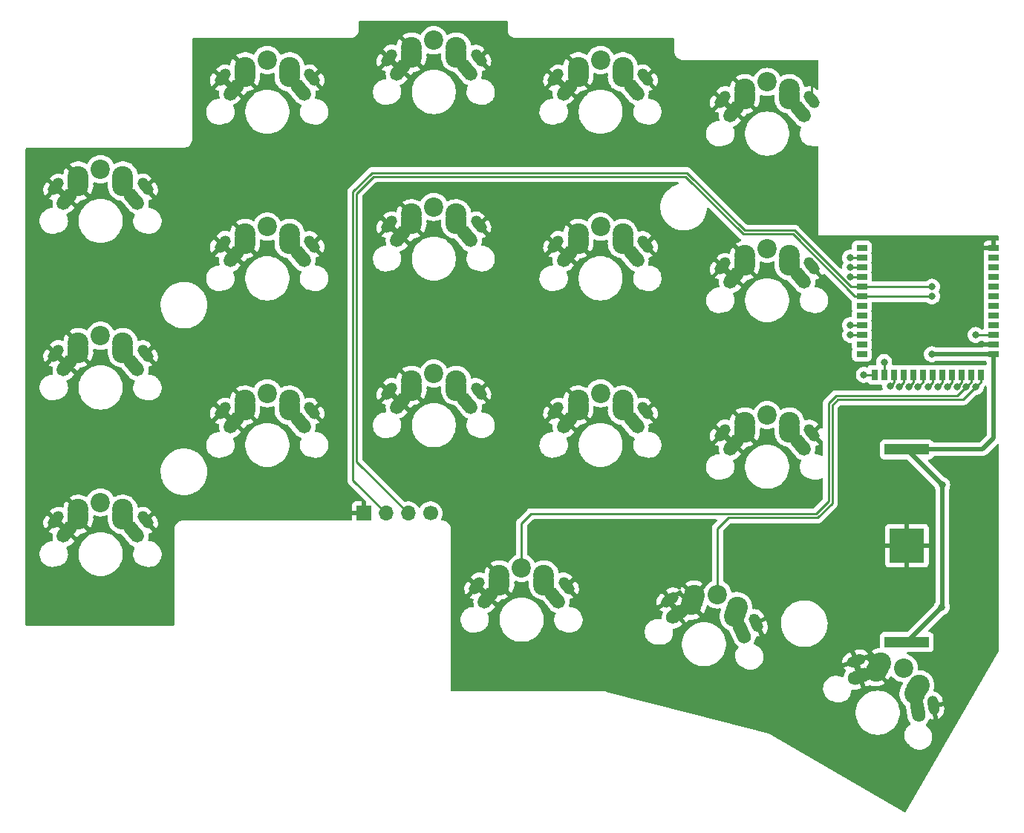
<source format=gbl>
G04 #@! TF.GenerationSoftware,KiCad,Pcbnew,(6.0.2)*
G04 #@! TF.CreationDate,2022-03-08T09:32:50+01:00*
G04 #@! TF.ProjectId,pierce,70696572-6365-42e6-9b69-6361645f7063,v 0.1*
G04 #@! TF.SameCoordinates,Original*
G04 #@! TF.FileFunction,Copper,L2,Bot*
G04 #@! TF.FilePolarity,Positive*
%FSLAX46Y46*%
G04 Gerber Fmt 4.6, Leading zero omitted, Abs format (unit mm)*
G04 Created by KiCad (PCBNEW (6.0.2)) date 2022-03-08 09:32:50*
%MOMM*%
%LPD*%
G01*
G04 APERTURE LIST*
G04 Aperture macros list*
%AMHorizOval*
0 Thick line with rounded ends*
0 $1 width*
0 $2 $3 position (X,Y) of the first rounded end (center of the circle)*
0 $4 $5 position (X,Y) of the second rounded end (center of the circle)*
0 Add line between two ends*
20,1,$1,$2,$3,$4,$5,0*
0 Add two circle primitives to create the rounded ends*
1,1,$1,$2,$3*
1,1,$1,$4,$5*%
G04 Aperture macros list end*
G04 #@! TA.AperFunction,ComponentPad*
%ADD10HorizOval,1.250000X0.082483X-0.467784X-0.082483X0.467784X0*%
G04 #@! TD*
G04 #@! TA.AperFunction,ComponentPad*
%ADD11HorizOval,1.250000X0.446354X0.162460X-0.446354X-0.162460X0*%
G04 #@! TD*
G04 #@! TA.AperFunction,ComponentPad*
%ADD12C,2.400000*%
G04 #@! TD*
G04 #@! TA.AperFunction,ComponentPad*
%ADD13HorizOval,1.550000X0.587308X0.213763X-0.587308X-0.213763X0*%
G04 #@! TD*
G04 #@! TA.AperFunction,ComponentPad*
%ADD14HorizOval,1.550000X0.108530X-0.615505X-0.108530X0.615505X0*%
G04 #@! TD*
G04 #@! TA.AperFunction,ComponentPad*
%ADD15C,2.200000*%
G04 #@! TD*
G04 #@! TA.AperFunction,ComponentPad*
%ADD16HorizOval,1.250000X0.305324X-0.363871X-0.305324X0.363871X0*%
G04 #@! TD*
G04 #@! TA.AperFunction,ComponentPad*
%ADD17HorizOval,1.250000X0.305324X0.363871X-0.305324X-0.363871X0*%
G04 #@! TD*
G04 #@! TA.AperFunction,ComponentPad*
%ADD18HorizOval,1.550000X0.401742X0.478778X-0.401742X-0.478778X0*%
G04 #@! TD*
G04 #@! TA.AperFunction,ComponentPad*
%ADD19HorizOval,1.550000X0.401742X-0.478778X-0.401742X0.478778X0*%
G04 #@! TD*
G04 #@! TA.AperFunction,ComponentPad*
%ADD20HorizOval,1.550000X0.511970X0.358485X-0.511970X-0.358485X0*%
G04 #@! TD*
G04 #@! TA.AperFunction,ComponentPad*
%ADD21HorizOval,1.250000X0.389097X0.272449X-0.389097X-0.272449X0*%
G04 #@! TD*
G04 #@! TA.AperFunction,ComponentPad*
%ADD22HorizOval,1.250000X0.200744X-0.430496X-0.200744X0.430496X0*%
G04 #@! TD*
G04 #@! TA.AperFunction,ComponentPad*
%ADD23HorizOval,1.550000X0.264136X-0.566442X-0.264136X0.566442X0*%
G04 #@! TD*
G04 #@! TA.AperFunction,ComponentPad*
%ADD24C,1.700000*%
G04 #@! TD*
G04 #@! TA.AperFunction,ComponentPad*
%ADD25O,1.700000X1.700000*%
G04 #@! TD*
G04 #@! TA.AperFunction,ComponentPad*
%ADD26R,1.700000X1.700000*%
G04 #@! TD*
G04 #@! TA.AperFunction,SMDPad,CuDef*
%ADD27R,5.080000X1.270000*%
G04 #@! TD*
G04 #@! TA.AperFunction,SMDPad,CuDef*
%ADD28R,3.960000X3.960000*%
G04 #@! TD*
G04 #@! TA.AperFunction,SMDPad,CuDef*
%ADD29R,1.198880X0.698500*%
G04 #@! TD*
G04 #@! TA.AperFunction,SMDPad,CuDef*
%ADD30R,0.698500X1.198880*%
G04 #@! TD*
G04 #@! TA.AperFunction,ViaPad*
%ADD31C,0.800000*%
G04 #@! TD*
G04 #@! TA.AperFunction,Conductor*
%ADD32C,0.250000*%
G04 #@! TD*
G04 #@! TA.AperFunction,Conductor*
%ADD33C,0.500000*%
G04 #@! TD*
G04 APERTURE END LIST*
D10*
X202039331Y-115601101D03*
D11*
X193205871Y-110501101D03*
D12*
X196012896Y-110759191D03*
X195722896Y-111261486D03*
X195472896Y-111694498D03*
D13*
X193643044Y-112323895D03*
D14*
X200242158Y-116133895D03*
D12*
X200412306Y-113299191D03*
X199872306Y-114234498D03*
X200122306Y-113801486D03*
D15*
X198622601Y-111319050D03*
D12*
X142530991Y-41143744D03*
D16*
X150170991Y-41743744D03*
D12*
X142530991Y-41643744D03*
D17*
X139970991Y-41743744D03*
D18*
X141260991Y-43103744D03*
D12*
X142530991Y-40563744D03*
D15*
X145070991Y-39743744D03*
D12*
X147610991Y-41143744D03*
X147610991Y-40563744D03*
X147610991Y-41643744D03*
D19*
X148880991Y-43103744D03*
D18*
X141260991Y-81103744D03*
D12*
X142530991Y-79143744D03*
D16*
X150170991Y-79743744D03*
D12*
X142530991Y-78563744D03*
X142530991Y-79643744D03*
D17*
X139970991Y-79743744D03*
D15*
X145070991Y-77743744D03*
D12*
X147610991Y-79143744D03*
D19*
X148880991Y-81103744D03*
D12*
X147610991Y-79643744D03*
X147610991Y-78563744D03*
X142530991Y-60143744D03*
D16*
X150170991Y-60743744D03*
D12*
X142530991Y-59563744D03*
D18*
X141260991Y-62103744D03*
D12*
X142530991Y-60643744D03*
D17*
X139970991Y-60743744D03*
D12*
X147610991Y-59563744D03*
X147610991Y-60643744D03*
D19*
X148880991Y-62103744D03*
D15*
X145070991Y-58743744D03*
D12*
X147610991Y-60143744D03*
X180530992Y-65393540D03*
D16*
X188170992Y-65493540D03*
D18*
X179260992Y-66853540D03*
D12*
X180530992Y-64893540D03*
D17*
X177970992Y-65493540D03*
D12*
X180530992Y-64313540D03*
X185610992Y-64313540D03*
X185610992Y-65393540D03*
D19*
X186880992Y-66853540D03*
D12*
X185610992Y-64893540D03*
D15*
X183070992Y-63493540D03*
D12*
X180530992Y-83893540D03*
X180530992Y-83313540D03*
D16*
X188170992Y-84493540D03*
D12*
X180530992Y-84393540D03*
D18*
X179260992Y-85853540D03*
D17*
X177970992Y-84493540D03*
D12*
X185610992Y-83893540D03*
X185610992Y-83313540D03*
D15*
X183070992Y-82493540D03*
D19*
X186880992Y-85853540D03*
D12*
X185610992Y-84393540D03*
D17*
X158970991Y-62994182D03*
D12*
X161530991Y-62394182D03*
X161530991Y-62894182D03*
D18*
X160260991Y-64354182D03*
D12*
X161530991Y-61814182D03*
D16*
X169170991Y-62994182D03*
D12*
X166610991Y-62894182D03*
D15*
X164070991Y-60994182D03*
D12*
X166610991Y-61814182D03*
D19*
X167880991Y-64354182D03*
D12*
X166610991Y-62394182D03*
X161530991Y-43394182D03*
D18*
X160260991Y-45354182D03*
D17*
X158970991Y-43994182D03*
D16*
X169170991Y-43994182D03*
D12*
X161530991Y-43894182D03*
X161530991Y-42814182D03*
X166610991Y-42814182D03*
X166610991Y-43394182D03*
D19*
X167880991Y-45354182D03*
D12*
X166610991Y-43894182D03*
D15*
X164070991Y-41994182D03*
D12*
X180530992Y-45893540D03*
X180530992Y-45313540D03*
D18*
X179260992Y-47853540D03*
D17*
X177970992Y-46493540D03*
D16*
X188170992Y-46493540D03*
D12*
X180530992Y-46393540D03*
X185610992Y-45313540D03*
D19*
X186880992Y-47853540D03*
D12*
X185610992Y-46393540D03*
X185610992Y-45893540D03*
D15*
X183070992Y-44493540D03*
D12*
X123530991Y-61814182D03*
X123530991Y-62894182D03*
D17*
X120970991Y-62994182D03*
D18*
X122260991Y-64354182D03*
D12*
X123530991Y-62394182D03*
D16*
X131170991Y-62994182D03*
D12*
X128610991Y-62394182D03*
D15*
X126070991Y-60994182D03*
D12*
X128610991Y-62894182D03*
X128610991Y-61814182D03*
D19*
X129880991Y-64354182D03*
D17*
X120970991Y-81994182D03*
D12*
X123530991Y-81394182D03*
X123530991Y-81894182D03*
D16*
X131170991Y-81994182D03*
D12*
X123530991Y-80814182D03*
D18*
X122260991Y-83354182D03*
D12*
X128610991Y-80814182D03*
X128610991Y-81394182D03*
X128610991Y-81894182D03*
D19*
X129880991Y-83354182D03*
D15*
X126070991Y-79994182D03*
D18*
X103260992Y-57802198D03*
D12*
X104530992Y-55262198D03*
D17*
X101970992Y-56442198D03*
D12*
X104530992Y-55842198D03*
X104530992Y-56342198D03*
D16*
X112170992Y-56442198D03*
D12*
X109610992Y-56342198D03*
X109610992Y-55842198D03*
D15*
X107070992Y-54442198D03*
D19*
X110880992Y-57802198D03*
D12*
X109610992Y-55262198D03*
D16*
X112170992Y-94442198D03*
D12*
X104530992Y-93262198D03*
X104530992Y-93842198D03*
D17*
X101970992Y-94442198D03*
D18*
X103260992Y-95802198D03*
D12*
X104530992Y-94342198D03*
X109610992Y-93262198D03*
D15*
X107070992Y-92442198D03*
D12*
X109610992Y-94342198D03*
X109610992Y-93842198D03*
D19*
X110880992Y-95802198D03*
D17*
X120970991Y-43994182D03*
D12*
X123530991Y-43394182D03*
D16*
X131170991Y-43994182D03*
D12*
X123530991Y-42814182D03*
D18*
X122260991Y-45354182D03*
D12*
X123530991Y-43894182D03*
X128610991Y-43894182D03*
X128610991Y-43394182D03*
D19*
X129880991Y-45354182D03*
D12*
X128610991Y-42814182D03*
D15*
X126070991Y-41994182D03*
D17*
X158970991Y-81994182D03*
D12*
X161530991Y-80814182D03*
X161530991Y-81894182D03*
D16*
X169170991Y-81994182D03*
D12*
X161530991Y-81394182D03*
D18*
X160260991Y-83354182D03*
D19*
X167880991Y-83354182D03*
D12*
X166610991Y-81894182D03*
D15*
X164070991Y-79994182D03*
D12*
X166610991Y-80814182D03*
X166610991Y-81394182D03*
X104530992Y-74842198D03*
D17*
X101970992Y-75442198D03*
D12*
X104530992Y-74262198D03*
D16*
X112170992Y-75442198D03*
D18*
X103260992Y-76802198D03*
D12*
X104530992Y-75342198D03*
D19*
X110880992Y-76802198D03*
D12*
X109610992Y-75342198D03*
D15*
X107070992Y-73442198D03*
D12*
X109610992Y-74842198D03*
X109610992Y-74262198D03*
X152532600Y-101328600D03*
D17*
X149972600Y-101928600D03*
D18*
X151262600Y-103288600D03*
D12*
X152532600Y-100748600D03*
D16*
X160172600Y-101928600D03*
D12*
X152532600Y-101828600D03*
D19*
X158882600Y-103288600D03*
D15*
X155072600Y-99928600D03*
D12*
X157612600Y-101328600D03*
X157612600Y-100748600D03*
X157612600Y-101828600D03*
D20*
X172849824Y-105189049D03*
D12*
X174454426Y-104107497D03*
D21*
X171955774Y-103541513D03*
D12*
X174733950Y-103064297D03*
D22*
X181808217Y-106181467D03*
D12*
X174583835Y-103624534D03*
D15*
X177399633Y-102929639D03*
D12*
X179490738Y-104939335D03*
X179361329Y-105422298D03*
X179640853Y-104379098D03*
D23*
X180210179Y-107161250D03*
D24*
X144692601Y-93688600D03*
D25*
X142152601Y-93688600D03*
X139612601Y-93688600D03*
D26*
X137072601Y-93688600D03*
D27*
X198995800Y-86403601D03*
X198995800Y-108373601D03*
D28*
X198995800Y-97388601D03*
D29*
X208856080Y-63442880D03*
X208856080Y-64542700D03*
X208856080Y-65642520D03*
X208856080Y-66742340D03*
X208856080Y-67842160D03*
X208856080Y-68941980D03*
X208856080Y-70041800D03*
X208856080Y-71141620D03*
X208856080Y-72241440D03*
X208856080Y-73341260D03*
X208856080Y-74441080D03*
X208856080Y-75540900D03*
D30*
X207405740Y-77890400D03*
X206305920Y-77890400D03*
X205206100Y-77890400D03*
X204106280Y-77890400D03*
X203006460Y-77890400D03*
X201906640Y-77890400D03*
X200809360Y-77890400D03*
X199709540Y-77890400D03*
X198609720Y-77890400D03*
X197509900Y-77890400D03*
X196410080Y-77890400D03*
X195310260Y-77890400D03*
D29*
X193859920Y-75540900D03*
X193859920Y-74441080D03*
X193859920Y-73341260D03*
X193859920Y-72241440D03*
X193859920Y-71141620D03*
X193859920Y-70041800D03*
X193859920Y-68941980D03*
X193859920Y-67842160D03*
X193859920Y-66742340D03*
X193859920Y-65642520D03*
X193859920Y-64542700D03*
X193859920Y-63442880D03*
D31*
X201860921Y-68941980D03*
X201860920Y-67842161D03*
X192546741Y-73341260D03*
X199205890Y-79243490D03*
X200289201Y-79260001D03*
X192503561Y-72241440D03*
X198097180Y-79252381D03*
X201396641Y-79249841D03*
X192541660Y-66742340D03*
X197090070Y-79159670D03*
X202505351Y-79240950D03*
X205780681Y-79265080D03*
X192523881Y-65642521D03*
X196410080Y-76437520D03*
X203614061Y-79232060D03*
X206863991Y-79281590D03*
X192506101Y-64542701D03*
X194093600Y-77890400D03*
X204722770Y-79223170D03*
X206834241Y-73341260D03*
X202985200Y-104384200D03*
X201860921Y-75540900D03*
X203034401Y-90442200D03*
X201675500Y-64085500D03*
D32*
X180314100Y-61863000D02*
X173750000Y-55298901D01*
X138199100Y-55298900D02*
X136283200Y-57214800D01*
X136283200Y-57214800D02*
X136283200Y-87819200D01*
X193069980Y-68941980D02*
X185991000Y-61863000D01*
X193859920Y-68941980D02*
X201645020Y-68941980D01*
X136283200Y-87819200D02*
X142152600Y-93688600D01*
X185991000Y-61863000D02*
X180314100Y-61863000D01*
X193859920Y-68941980D02*
X193069980Y-68941980D01*
X173750000Y-55298901D02*
X138199100Y-55298900D01*
X135833191Y-89909191D02*
X135833191Y-57028399D01*
X186177401Y-61412991D02*
X192606571Y-67842160D01*
X173936891Y-54849380D02*
X180500501Y-61412991D01*
X193859920Y-67842160D02*
X201601841Y-67842161D01*
X135833191Y-57028399D02*
X138012210Y-54849380D01*
X138012210Y-54849380D02*
X173936891Y-54849380D01*
X180500501Y-61412991D02*
X186177401Y-61412991D01*
X192606571Y-67842160D02*
X193859920Y-67842160D01*
X139612601Y-93688601D02*
X135833191Y-89909191D01*
X192546741Y-73341260D02*
X192546741Y-73341260D01*
X193859920Y-73341260D02*
X193010481Y-73341260D01*
X193010481Y-73341260D02*
X192546741Y-73341260D01*
X199709541Y-77890401D02*
X199709540Y-78739840D01*
X199709540Y-78739840D02*
X199205890Y-79243490D01*
X200809360Y-78739841D02*
X200289201Y-79260001D01*
X200809361Y-77890400D02*
X200809360Y-78739841D01*
X192503561Y-72241440D02*
X192503561Y-72241440D01*
X193859921Y-72241440D02*
X193010480Y-72241440D01*
X193010480Y-72241440D02*
X192503561Y-72241440D01*
X198609721Y-77890400D02*
X198609720Y-78739840D01*
X198609720Y-78739840D02*
X198097180Y-79252381D01*
X201906640Y-78739840D02*
X201396641Y-79249841D01*
X201906640Y-77890401D02*
X201906640Y-78739840D01*
X193859921Y-66742340D02*
X192541660Y-66742340D01*
X197509900Y-77890400D02*
X197509900Y-78739840D01*
X197509900Y-78739840D02*
X197090070Y-79159670D01*
X203006461Y-77890400D02*
X203006460Y-78739840D01*
X203006460Y-78739840D02*
X202505351Y-79240950D01*
X206305921Y-78739841D02*
X205780681Y-79265080D01*
X206305920Y-77890400D02*
X206305921Y-78739841D01*
X190944000Y-80278000D02*
X204767760Y-80278000D01*
X188658000Y-93740001D02*
X190055000Y-92343001D01*
X155072600Y-99928601D02*
X155072600Y-94813400D01*
X204767760Y-80278000D02*
X205780681Y-79265080D01*
X190055000Y-92343001D02*
X190055001Y-81167000D01*
X156146000Y-93740000D02*
X188658000Y-93740001D01*
X190055001Y-81167000D02*
X190944000Y-80278000D01*
X155072600Y-94813400D02*
X156146000Y-93740000D01*
X193859920Y-65642520D02*
X192523881Y-65642521D01*
X196410080Y-76437520D02*
X196410080Y-77890400D01*
X204106280Y-78739841D02*
X203614061Y-79232060D01*
X204106280Y-77890401D02*
X204106280Y-78739841D01*
X190505010Y-81353400D02*
X191130401Y-80728011D01*
X207405740Y-77890400D02*
X207405740Y-78739840D01*
X188844401Y-94190009D02*
X190505010Y-92529400D01*
X191130401Y-80728011D02*
X205417570Y-80728010D01*
X177399633Y-95415378D02*
X178625000Y-94190010D01*
X205417570Y-80728010D02*
X206863991Y-79281590D01*
X177399632Y-102929639D02*
X177399633Y-95415378D01*
X178625000Y-94190010D02*
X188844401Y-94190009D01*
X190505010Y-92529400D02*
X190505010Y-81353400D01*
X207405740Y-78739840D02*
X206863991Y-79281590D01*
X193859921Y-64542700D02*
X192506101Y-64542701D01*
X194093600Y-77890400D02*
X195310260Y-77890400D01*
X205206101Y-78739840D02*
X204722770Y-79223170D01*
X205206100Y-77890400D02*
X205206101Y-78739840D01*
X206834241Y-73341260D02*
X208856080Y-73341260D01*
D33*
X203034401Y-90442200D02*
X203034400Y-104335000D01*
X202985200Y-104384200D02*
X198995801Y-108373600D01*
X207576800Y-86403601D02*
X198995801Y-86403600D01*
X208856080Y-85124320D02*
X208856080Y-75540900D01*
X208856080Y-75540900D02*
X201860921Y-75540900D01*
X207576800Y-86403601D02*
X208856080Y-85124320D01*
X203034400Y-104335000D02*
X202985200Y-104384200D01*
X203034401Y-90442200D02*
X203034401Y-90442200D01*
X203034401Y-90442200D02*
X198995801Y-86403600D01*
D32*
X188170991Y-46493540D02*
X188170992Y-44357992D01*
G04 #@! TA.AperFunction,Conductor*
G36*
X153434121Y-37528002D02*
G01*
X153480614Y-37581658D01*
X153492000Y-37634000D01*
X153492000Y-38446794D01*
X153490254Y-38467698D01*
X153486929Y-38487462D01*
X153486776Y-38500001D01*
X153487465Y-38504808D01*
X153487465Y-38504815D01*
X153489815Y-38521220D01*
X153490609Y-38528102D01*
X153493574Y-38561995D01*
X153503523Y-38675707D01*
X153504947Y-38681021D01*
X153504947Y-38681022D01*
X153534579Y-38791609D01*
X153549172Y-38846073D01*
X153551494Y-38851053D01*
X153551495Y-38851055D01*
X153610570Y-38977739D01*
X153623713Y-39005925D01*
X153724878Y-39150404D01*
X153849596Y-39275122D01*
X153994075Y-39376287D01*
X153999053Y-39378608D01*
X153999056Y-39378610D01*
X154148945Y-39448505D01*
X154153927Y-39450828D01*
X154159235Y-39452250D01*
X154159237Y-39452251D01*
X154318978Y-39495053D01*
X154318979Y-39495053D01*
X154324293Y-39496477D01*
X154329779Y-39496957D01*
X154329785Y-39496958D01*
X154453768Y-39507806D01*
X154463691Y-39509072D01*
X154482667Y-39512265D01*
X154482672Y-39512265D01*
X154487460Y-39513071D01*
X154493759Y-39513148D01*
X154495140Y-39513165D01*
X154495144Y-39513165D01*
X154499999Y-39513224D01*
X154527587Y-39509273D01*
X154545450Y-39508000D01*
X172366000Y-39508000D01*
X172434121Y-39528002D01*
X172480614Y-39581658D01*
X172492000Y-39634000D01*
X172492000Y-40946794D01*
X172490254Y-40967698D01*
X172486929Y-40987462D01*
X172486776Y-41000001D01*
X172487465Y-41004808D01*
X172487465Y-41004815D01*
X172489815Y-41021220D01*
X172490609Y-41028102D01*
X172492527Y-41050020D01*
X172503523Y-41175707D01*
X172504947Y-41181021D01*
X172504947Y-41181022D01*
X172547711Y-41340619D01*
X172549172Y-41346073D01*
X172551494Y-41351053D01*
X172551495Y-41351055D01*
X172601771Y-41458870D01*
X172623713Y-41505925D01*
X172724878Y-41650404D01*
X172849596Y-41775122D01*
X172994075Y-41876287D01*
X172999053Y-41878608D01*
X172999056Y-41878610D01*
X173148945Y-41948505D01*
X173153927Y-41950828D01*
X173159235Y-41952250D01*
X173159237Y-41952251D01*
X173318978Y-41995053D01*
X173318979Y-41995053D01*
X173324293Y-41996477D01*
X173329779Y-41996957D01*
X173329785Y-41996958D01*
X173453768Y-42007806D01*
X173463691Y-42009072D01*
X173482667Y-42012265D01*
X173482672Y-42012265D01*
X173487460Y-42013071D01*
X173493759Y-42013148D01*
X173495140Y-42013165D01*
X173495144Y-42013165D01*
X173499999Y-42013224D01*
X173527587Y-42009273D01*
X173545450Y-42008000D01*
X188810808Y-42008000D01*
X188878929Y-42028002D01*
X188925422Y-42081658D01*
X188936808Y-42134077D01*
X188935557Y-44185600D01*
X188934897Y-45269723D01*
X188934881Y-45295167D01*
X188914837Y-45363275D01*
X188861153Y-45409736D01*
X188790873Y-45419797D01*
X188726311Y-45390264D01*
X188712359Y-45376081D01*
X188700794Y-45362298D01*
X188696745Y-45357915D01*
X188587748Y-45250616D01*
X188578479Y-45243084D01*
X188408498Y-45129934D01*
X188397972Y-45124290D01*
X188209655Y-45045322D01*
X188198261Y-45041773D01*
X187998407Y-44999840D01*
X187986540Y-44998509D01*
X187782368Y-44995123D01*
X187770459Y-44996061D01*
X187569330Y-45031344D01*
X187557820Y-45034514D01*
X187455808Y-45073367D01*
X187385029Y-45078920D01*
X187322484Y-45045326D01*
X187288069Y-44983426D01*
X187287984Y-44983047D01*
X187249420Y-44812622D01*
X187240789Y-44790427D01*
X187159076Y-44580302D01*
X187159075Y-44580300D01*
X187157383Y-44575949D01*
X187060289Y-44406069D01*
X187033694Y-44359537D01*
X187033692Y-44359535D01*
X187031375Y-44355480D01*
X186874163Y-44156057D01*
X186732729Y-44023010D01*
X186692602Y-43985262D01*
X186692600Y-43985260D01*
X186689201Y-43982063D01*
X186640435Y-43948233D01*
X186484385Y-43839977D01*
X186484382Y-43839975D01*
X186480553Y-43837319D01*
X186476376Y-43835259D01*
X186476369Y-43835255D01*
X186256988Y-43727068D01*
X186256984Y-43727067D01*
X186252802Y-43725004D01*
X186010952Y-43647587D01*
X186006347Y-43646837D01*
X185764927Y-43607520D01*
X185764926Y-43607520D01*
X185760315Y-43606769D01*
X185633356Y-43605107D01*
X185511075Y-43603506D01*
X185511072Y-43603506D01*
X185506398Y-43603445D01*
X185254779Y-43637689D01*
X185250293Y-43638997D01*
X185250291Y-43638997D01*
X185229315Y-43645111D01*
X185010985Y-43708748D01*
X185006732Y-43710708D01*
X185006731Y-43710709D01*
X184958452Y-43732966D01*
X184780372Y-43815062D01*
X184720976Y-43854004D01*
X184711507Y-43860212D01*
X184643572Y-43880835D01*
X184575271Y-43861455D01*
X184526013Y-43803058D01*
X184524578Y-43799592D01*
X184508608Y-43761038D01*
X184376320Y-43545164D01*
X184219515Y-43361570D01*
X184215098Y-43356398D01*
X184211890Y-43352642D01*
X184019368Y-43188212D01*
X183803494Y-43055924D01*
X183798924Y-43054031D01*
X183798920Y-43054029D01*
X183574156Y-42960929D01*
X183574154Y-42960928D01*
X183569583Y-42959035D01*
X183483302Y-42938321D01*
X183328208Y-42901086D01*
X183328202Y-42901085D01*
X183323395Y-42899931D01*
X183070992Y-42880066D01*
X182818589Y-42899931D01*
X182813782Y-42901085D01*
X182813776Y-42901086D01*
X182658682Y-42938321D01*
X182572401Y-42959035D01*
X182567830Y-42960928D01*
X182567828Y-42960929D01*
X182343064Y-43054029D01*
X182343060Y-43054031D01*
X182338490Y-43055924D01*
X182122616Y-43188212D01*
X181930094Y-43352642D01*
X181926886Y-43356398D01*
X181922469Y-43361570D01*
X181765664Y-43545164D01*
X181633376Y-43761038D01*
X181631481Y-43765613D01*
X181616478Y-43801833D01*
X181571929Y-43857114D01*
X181504566Y-43879535D01*
X181435775Y-43861977D01*
X181428248Y-43857141D01*
X181404142Y-43840418D01*
X181396105Y-43835683D01*
X181176802Y-43727535D01*
X181168169Y-43724047D01*
X180935280Y-43649498D01*
X180926230Y-43647325D01*
X180684883Y-43608020D01*
X180675594Y-43607208D01*
X180431106Y-43604007D01*
X180421795Y-43604577D01*
X180179514Y-43637550D01*
X180170395Y-43639488D01*
X179935660Y-43707907D01*
X179926907Y-43711179D01*
X179704861Y-43813544D01*
X179696706Y-43818064D01*
X179529460Y-43927715D01*
X179520322Y-43938457D01*
X179524895Y-43948233D01*
X180801107Y-45224445D01*
X180835133Y-45286757D01*
X180830068Y-45357572D01*
X180801107Y-45402635D01*
X180620087Y-45583655D01*
X180557775Y-45617681D01*
X180486960Y-45612616D01*
X180441897Y-45583655D01*
X179167820Y-44309578D01*
X179154512Y-44302311D01*
X179144473Y-44309433D01*
X179139573Y-44315324D01*
X179134160Y-44322913D01*
X179007314Y-44531949D01*
X179003076Y-44540266D01*
X178908521Y-44765754D01*
X178905563Y-44774595D01*
X178852970Y-44981680D01*
X178816815Y-45042782D01*
X178753366Y-45074636D01*
X178685687Y-45068294D01*
X178678413Y-45065501D01*
X178481691Y-45010761D01*
X178469928Y-45008665D01*
X178266408Y-44992113D01*
X178254459Y-44992279D01*
X178051477Y-45014510D01*
X178039782Y-45016931D01*
X177844658Y-45077145D01*
X177833636Y-45081733D01*
X177653416Y-45177759D01*
X177643461Y-45184349D01*
X177483529Y-45313629D01*
X177476972Y-45319761D01*
X177475150Y-45321827D01*
X177277977Y-45556808D01*
X177271608Y-45571360D01*
X177271899Y-45573176D01*
X177276708Y-45579392D01*
X177939685Y-46135697D01*
X178936308Y-46971964D01*
X178975635Y-47031074D01*
X178976761Y-47102062D01*
X178951839Y-47149477D01*
X178907802Y-47201958D01*
X178901434Y-47216509D01*
X178901725Y-47218325D01*
X178906534Y-47224541D01*
X179128775Y-47411024D01*
X179143327Y-47417393D01*
X179148018Y-47416642D01*
X179150270Y-47415052D01*
X180062445Y-46502877D01*
X180066168Y-46498815D01*
X180267706Y-46258631D01*
X180326816Y-46219304D01*
X180344321Y-46215204D01*
X180350435Y-46214226D01*
X180352685Y-46212637D01*
X180441897Y-46123425D01*
X180504209Y-46089399D01*
X180575024Y-46094464D01*
X180620087Y-46123425D01*
X181894724Y-47398062D01*
X181907104Y-47404822D01*
X181915445Y-47398578D01*
X182033692Y-47214742D01*
X182038139Y-47206551D01*
X182138564Y-46983616D01*
X182141759Y-46974838D01*
X182208127Y-46739513D01*
X182209985Y-46730384D01*
X182241036Y-46486310D01*
X182241517Y-46480023D01*
X182243698Y-46396700D01*
X182243547Y-46390391D01*
X182224967Y-46140374D01*
X182225413Y-46140341D01*
X182225098Y-46111589D01*
X182231763Y-46059201D01*
X182260203Y-45994149D01*
X182319297Y-45954800D01*
X182390284Y-45953646D01*
X182404966Y-45958691D01*
X182572401Y-46028045D01*
X182624264Y-46040496D01*
X182813776Y-46085994D01*
X182813782Y-46085995D01*
X182818589Y-46087149D01*
X183070992Y-46107014D01*
X183323395Y-46087149D01*
X183328202Y-46085995D01*
X183328208Y-46085994D01*
X183517720Y-46040496D01*
X183569583Y-46028045D01*
X183734843Y-45959592D01*
X183805433Y-45952003D01*
X183868920Y-45983782D01*
X183905147Y-46044840D01*
X183908916Y-46069954D01*
X183910094Y-46094464D01*
X183910472Y-46102338D01*
X183915179Y-46126002D01*
X183916965Y-46163203D01*
X183905847Y-46273621D01*
X183898288Y-46348691D01*
X183898512Y-46353357D01*
X183898512Y-46353362D01*
X183899358Y-46370964D01*
X183910472Y-46602338D01*
X183931745Y-46709283D01*
X183956763Y-46835056D01*
X183960013Y-46851397D01*
X183961592Y-46855795D01*
X183961594Y-46855802D01*
X184024977Y-47032337D01*
X184045823Y-47090398D01*
X184048040Y-47094524D01*
X184157983Y-47299138D01*
X184166017Y-47314091D01*
X184168812Y-47317834D01*
X184168814Y-47317837D01*
X184315163Y-47513822D01*
X184315168Y-47513828D01*
X184317955Y-47517560D01*
X184321264Y-47520840D01*
X184321269Y-47520846D01*
X184490007Y-47688117D01*
X184498299Y-47696337D01*
X184502061Y-47699095D01*
X184502064Y-47699098D01*
X184673395Y-47824723D01*
X184703086Y-47846493D01*
X184707221Y-47848669D01*
X184707225Y-47848671D01*
X184804594Y-47899899D01*
X184927819Y-47964731D01*
X185017409Y-47996017D01*
X185134761Y-48036998D01*
X185167560Y-48048452D01*
X185172153Y-48049324D01*
X185366982Y-48086314D01*
X185430177Y-48118672D01*
X185446693Y-48137832D01*
X185460009Y-48156849D01*
X185461770Y-48158948D01*
X185461771Y-48158949D01*
X186333485Y-49197818D01*
X186335538Y-49200265D01*
X186454564Y-49319291D01*
X186459073Y-49322448D01*
X186459075Y-49322450D01*
X186473151Y-49332306D01*
X186638532Y-49448108D01*
X186643514Y-49450431D01*
X186643519Y-49450434D01*
X186837091Y-49540697D01*
X186842073Y-49543020D01*
X186847380Y-49544442D01*
X186847391Y-49544446D01*
X186883166Y-49554032D01*
X186943789Y-49590984D01*
X186974810Y-49654845D01*
X186966380Y-49725339D01*
X186962873Y-49732839D01*
X186887752Y-49880591D01*
X186886170Y-49885685D01*
X186886169Y-49885688D01*
X186846072Y-50014820D01*
X186819385Y-50100767D01*
X186818684Y-50106056D01*
X186798836Y-50255813D01*
X186789094Y-50329314D01*
X186789294Y-50334643D01*
X186789294Y-50334645D01*
X186791300Y-50388072D01*
X186797743Y-50559698D01*
X186845085Y-50785331D01*
X186847043Y-50790290D01*
X186847044Y-50790292D01*
X186925624Y-50989267D01*
X186929768Y-50999761D01*
X186932535Y-51004320D01*
X186932536Y-51004323D01*
X186940431Y-51017333D01*
X187049369Y-51196857D01*
X187052866Y-51200887D01*
X187195445Y-51365195D01*
X187200469Y-51370985D01*
X187242022Y-51405056D01*
X187374619Y-51513780D01*
X187374625Y-51513784D01*
X187378747Y-51517164D01*
X187383383Y-51519803D01*
X187383386Y-51519805D01*
X187441798Y-51553055D01*
X187579106Y-51631215D01*
X187795817Y-51709877D01*
X187801066Y-51710826D01*
X187801069Y-51710827D01*
X188020229Y-51750457D01*
X188050856Y-51760158D01*
X188065648Y-51767024D01*
X188242183Y-51815981D01*
X188272157Y-51824293D01*
X188296760Y-51831116D01*
X188400471Y-51842200D01*
X188489214Y-51851684D01*
X188489222Y-51851684D01*
X188492549Y-51852040D01*
X188631795Y-51852040D01*
X188634368Y-51851828D01*
X188634379Y-51851828D01*
X188794490Y-51838664D01*
X188864020Y-51853017D01*
X188914753Y-51902682D01*
X188930814Y-51964317D01*
X188924727Y-61947224D01*
X188924701Y-61990000D01*
X209366000Y-61990000D01*
X209434121Y-62010002D01*
X209480614Y-62063658D01*
X209492000Y-62116000D01*
X209492000Y-62459630D01*
X209471998Y-62527751D01*
X209418342Y-62574244D01*
X209366000Y-62585630D01*
X209128195Y-62585630D01*
X209112956Y-62590105D01*
X209111751Y-62591495D01*
X209110080Y-62599178D01*
X209110080Y-63558950D01*
X209090078Y-63627071D01*
X209036422Y-63673564D01*
X208984080Y-63684950D01*
X208208506Y-63684950D01*
X208205109Y-63685319D01*
X208154182Y-63690851D01*
X208154179Y-63690852D01*
X208146324Y-63691705D01*
X208140923Y-63693730D01*
X208114051Y-63696880D01*
X207766756Y-63696880D01*
X207751517Y-63701355D01*
X207750312Y-63702745D01*
X207748641Y-63710428D01*
X207748641Y-63836799D01*
X207749011Y-63843620D01*
X207754535Y-63894480D01*
X207758161Y-63909733D01*
X207772450Y-63947850D01*
X207777632Y-64018657D01*
X207772450Y-64036306D01*
X207754895Y-64083134D01*
X207748140Y-64145316D01*
X207748140Y-64940084D01*
X207748509Y-64943481D01*
X207752825Y-64983207D01*
X207754895Y-65002266D01*
X207772183Y-65048383D01*
X207777366Y-65119187D01*
X207772186Y-65136829D01*
X207754895Y-65182954D01*
X207754042Y-65190802D01*
X207754042Y-65190804D01*
X207751363Y-65215464D01*
X207748140Y-65245136D01*
X207748140Y-66039904D01*
X207748509Y-66043301D01*
X207753759Y-66091626D01*
X207754895Y-66102086D01*
X207772183Y-66148203D01*
X207777366Y-66219007D01*
X207772186Y-66236649D01*
X207754895Y-66282774D01*
X207754042Y-66290622D01*
X207754042Y-66290624D01*
X207750085Y-66327053D01*
X207748140Y-66344956D01*
X207748140Y-67139724D01*
X207748509Y-67143121D01*
X207753939Y-67193102D01*
X207754895Y-67201906D01*
X207772183Y-67248023D01*
X207777366Y-67318827D01*
X207772186Y-67336469D01*
X207754895Y-67382594D01*
X207748140Y-67444776D01*
X207748140Y-68239544D01*
X207748509Y-68242941D01*
X207752492Y-68279602D01*
X207754895Y-68301726D01*
X207772183Y-68347843D01*
X207777366Y-68418647D01*
X207772186Y-68436289D01*
X207754895Y-68482414D01*
X207754042Y-68490262D01*
X207754042Y-68490264D01*
X207748615Y-68540223D01*
X207748140Y-68544596D01*
X207748140Y-69339364D01*
X207754895Y-69401546D01*
X207772183Y-69447663D01*
X207777366Y-69518467D01*
X207772186Y-69536109D01*
X207754895Y-69582234D01*
X207754042Y-69590082D01*
X207754042Y-69590084D01*
X207751681Y-69611823D01*
X207748140Y-69644416D01*
X207748140Y-70439184D01*
X207748509Y-70442581D01*
X207749978Y-70456099D01*
X207754895Y-70501366D01*
X207772183Y-70547483D01*
X207777366Y-70618287D01*
X207772186Y-70635929D01*
X207754895Y-70682054D01*
X207754042Y-70689902D01*
X207754042Y-70689904D01*
X207748509Y-70740839D01*
X207748140Y-70744236D01*
X207748140Y-71539004D01*
X207754895Y-71601186D01*
X207772183Y-71647303D01*
X207777366Y-71718107D01*
X207772186Y-71735749D01*
X207754895Y-71781874D01*
X207754042Y-71789722D01*
X207754042Y-71789724D01*
X207749800Y-71828779D01*
X207748140Y-71844056D01*
X207748140Y-72581760D01*
X207728138Y-72649881D01*
X207674482Y-72696374D01*
X207622140Y-72707760D01*
X207542441Y-72707760D01*
X207474320Y-72687758D01*
X207455094Y-72671417D01*
X207454821Y-72671720D01*
X207449909Y-72667297D01*
X207445494Y-72662394D01*
X207370358Y-72607804D01*
X207296335Y-72554023D01*
X207296334Y-72554022D01*
X207290993Y-72550142D01*
X207284965Y-72547458D01*
X207284963Y-72547457D01*
X207122560Y-72475151D01*
X207122559Y-72475151D01*
X207116529Y-72472466D01*
X207023128Y-72452613D01*
X206936185Y-72434132D01*
X206936180Y-72434132D01*
X206929728Y-72432760D01*
X206738754Y-72432760D01*
X206732302Y-72434132D01*
X206732297Y-72434132D01*
X206645354Y-72452613D01*
X206551953Y-72472466D01*
X206545923Y-72475151D01*
X206545922Y-72475151D01*
X206383519Y-72547457D01*
X206383517Y-72547458D01*
X206377489Y-72550142D01*
X206372148Y-72554022D01*
X206372147Y-72554023D01*
X206363700Y-72560160D01*
X206222988Y-72662394D01*
X206218567Y-72667304D01*
X206218566Y-72667305D01*
X206106876Y-72791350D01*
X206095201Y-72804316D01*
X205999714Y-72969704D01*
X205940699Y-73151332D01*
X205940009Y-73157893D01*
X205940009Y-73157895D01*
X205925024Y-73300470D01*
X205920737Y-73341260D01*
X205940699Y-73531188D01*
X205999714Y-73712816D01*
X206095201Y-73878204D01*
X206099619Y-73883111D01*
X206099620Y-73883112D01*
X206197159Y-73991440D01*
X206222988Y-74020126D01*
X206377489Y-74132378D01*
X206383517Y-74135062D01*
X206383519Y-74135063D01*
X206545922Y-74207369D01*
X206551953Y-74210054D01*
X206645353Y-74229907D01*
X206732297Y-74248388D01*
X206732302Y-74248388D01*
X206738754Y-74249760D01*
X206929728Y-74249760D01*
X206936180Y-74248388D01*
X206936185Y-74248388D01*
X207023129Y-74229907D01*
X207116529Y-74210054D01*
X207122560Y-74207369D01*
X207284963Y-74135063D01*
X207284965Y-74135062D01*
X207290993Y-74132378D01*
X207445494Y-74020126D01*
X207449909Y-74015223D01*
X207454821Y-74010800D01*
X207455946Y-74012049D01*
X207509255Y-73979209D01*
X207542441Y-73974760D01*
X207622640Y-73974760D01*
X207690761Y-73994762D01*
X207737254Y-74048418D01*
X207748640Y-74100760D01*
X207748640Y-74168965D01*
X207753115Y-74184204D01*
X207754505Y-74185409D01*
X207762188Y-74187080D01*
X208114051Y-74187080D01*
X208140923Y-74190230D01*
X208146324Y-74192255D01*
X208154179Y-74193108D01*
X208154182Y-74193109D01*
X208205109Y-74198641D01*
X208208506Y-74199010D01*
X208984080Y-74199010D01*
X209052201Y-74219012D01*
X209098694Y-74272668D01*
X209110080Y-74325010D01*
X209110080Y-74557150D01*
X209090078Y-74625271D01*
X209036422Y-74671764D01*
X208984080Y-74683150D01*
X208208506Y-74683150D01*
X208205109Y-74683519D01*
X208154182Y-74689051D01*
X208154179Y-74689052D01*
X208146324Y-74689905D01*
X208140923Y-74691930D01*
X208114051Y-74695080D01*
X207766756Y-74695080D01*
X207751517Y-74699555D01*
X207734533Y-74719156D01*
X207720150Y-74745496D01*
X207657838Y-74779521D01*
X207631055Y-74782400D01*
X202403508Y-74782400D01*
X202329449Y-74758337D01*
X202323019Y-74753665D01*
X202323012Y-74753661D01*
X202317673Y-74749782D01*
X202311645Y-74747098D01*
X202311643Y-74747097D01*
X202149240Y-74674791D01*
X202149239Y-74674791D01*
X202143209Y-74672106D01*
X202049809Y-74652253D01*
X201962865Y-74633772D01*
X201962860Y-74633772D01*
X201956408Y-74632400D01*
X201765434Y-74632400D01*
X201758982Y-74633772D01*
X201758977Y-74633772D01*
X201672034Y-74652253D01*
X201578633Y-74672106D01*
X201572603Y-74674791D01*
X201572602Y-74674791D01*
X201410199Y-74747097D01*
X201410197Y-74747098D01*
X201404169Y-74749782D01*
X201398828Y-74753662D01*
X201398827Y-74753663D01*
X201392394Y-74758337D01*
X201249668Y-74862034D01*
X201245247Y-74866944D01*
X201245246Y-74866945D01*
X201133556Y-74990990D01*
X201121881Y-75003956D01*
X201026394Y-75169344D01*
X200967379Y-75350972D01*
X200966689Y-75357533D01*
X200966689Y-75357535D01*
X200956396Y-75455473D01*
X200947417Y-75540900D01*
X200948107Y-75547465D01*
X200962896Y-75688171D01*
X200967379Y-75730828D01*
X201026394Y-75912456D01*
X201029697Y-75918178D01*
X201029698Y-75918179D01*
X201032768Y-75923496D01*
X201121881Y-76077844D01*
X201126299Y-76082751D01*
X201126300Y-76082752D01*
X201169435Y-76130658D01*
X201249668Y-76219766D01*
X201308829Y-76262749D01*
X201398825Y-76328135D01*
X201404169Y-76332018D01*
X201410197Y-76334702D01*
X201410199Y-76334703D01*
X201572602Y-76407009D01*
X201578633Y-76409694D01*
X201672033Y-76429547D01*
X201758977Y-76448028D01*
X201758982Y-76448028D01*
X201765434Y-76449400D01*
X201956408Y-76449400D01*
X201962860Y-76448028D01*
X201962865Y-76448028D01*
X202049809Y-76429547D01*
X202143209Y-76409694D01*
X202149240Y-76407009D01*
X202311643Y-76334703D01*
X202311645Y-76334702D01*
X202317673Y-76332018D01*
X202323012Y-76328139D01*
X202323019Y-76328135D01*
X202329449Y-76323463D01*
X202403508Y-76299400D01*
X207912766Y-76299400D01*
X207980887Y-76319402D01*
X207988330Y-76324573D01*
X208009935Y-76340765D01*
X208018344Y-76343917D01*
X208026215Y-76348227D01*
X208025222Y-76350040D01*
X208072569Y-76385602D01*
X208097273Y-76452162D01*
X208097580Y-76460949D01*
X208097580Y-76694492D01*
X208077578Y-76762613D01*
X208023922Y-76809106D01*
X207953648Y-76819210D01*
X207927351Y-76812474D01*
X207872708Y-76791989D01*
X207872702Y-76791987D01*
X207865306Y-76789215D01*
X207803124Y-76782460D01*
X207008356Y-76782460D01*
X207004959Y-76782829D01*
X206954024Y-76788362D01*
X206954022Y-76788362D01*
X206946174Y-76789215D01*
X206900057Y-76806503D01*
X206829253Y-76811686D01*
X206811611Y-76806506D01*
X206765486Y-76789215D01*
X206757638Y-76788362D01*
X206757636Y-76788362D01*
X206706701Y-76782829D01*
X206703304Y-76782460D01*
X205908536Y-76782460D01*
X205905139Y-76782829D01*
X205854204Y-76788362D01*
X205854202Y-76788362D01*
X205846354Y-76789215D01*
X205800237Y-76806503D01*
X205729433Y-76811686D01*
X205711791Y-76806506D01*
X205665666Y-76789215D01*
X205657818Y-76788362D01*
X205657816Y-76788362D01*
X205606881Y-76782829D01*
X205603484Y-76782460D01*
X204808716Y-76782460D01*
X204805319Y-76782829D01*
X204754384Y-76788362D01*
X204754382Y-76788362D01*
X204746534Y-76789215D01*
X204700417Y-76806503D01*
X204629613Y-76811686D01*
X204611971Y-76806506D01*
X204565846Y-76789215D01*
X204557998Y-76788362D01*
X204557996Y-76788362D01*
X204507061Y-76782829D01*
X204503664Y-76782460D01*
X203708896Y-76782460D01*
X203705499Y-76782829D01*
X203654564Y-76788362D01*
X203654562Y-76788362D01*
X203646714Y-76789215D01*
X203600597Y-76806503D01*
X203529793Y-76811686D01*
X203512151Y-76806506D01*
X203466026Y-76789215D01*
X203458178Y-76788362D01*
X203458176Y-76788362D01*
X203407241Y-76782829D01*
X203403844Y-76782460D01*
X202609076Y-76782460D01*
X202605679Y-76782829D01*
X202554744Y-76788362D01*
X202554742Y-76788362D01*
X202546894Y-76789215D01*
X202500777Y-76806503D01*
X202429973Y-76811686D01*
X202412331Y-76806506D01*
X202366206Y-76789215D01*
X202358358Y-76788362D01*
X202358356Y-76788362D01*
X202307421Y-76782829D01*
X202304024Y-76782460D01*
X201509256Y-76782460D01*
X201505859Y-76782829D01*
X201454924Y-76788362D01*
X201454922Y-76788362D01*
X201447074Y-76789215D01*
X201402228Y-76806027D01*
X201331421Y-76811209D01*
X201313772Y-76806027D01*
X201268926Y-76789215D01*
X201261078Y-76788362D01*
X201261076Y-76788362D01*
X201210141Y-76782829D01*
X201206744Y-76782460D01*
X200411976Y-76782460D01*
X200408579Y-76782829D01*
X200357644Y-76788362D01*
X200357642Y-76788362D01*
X200349794Y-76789215D01*
X200303677Y-76806503D01*
X200232873Y-76811686D01*
X200215231Y-76806506D01*
X200169106Y-76789215D01*
X200161258Y-76788362D01*
X200161256Y-76788362D01*
X200110321Y-76782829D01*
X200106924Y-76782460D01*
X199312156Y-76782460D01*
X199308759Y-76782829D01*
X199257824Y-76788362D01*
X199257822Y-76788362D01*
X199249974Y-76789215D01*
X199203857Y-76806503D01*
X199133053Y-76811686D01*
X199115411Y-76806506D01*
X199069286Y-76789215D01*
X199061438Y-76788362D01*
X199061436Y-76788362D01*
X199010501Y-76782829D01*
X199007104Y-76782460D01*
X198212336Y-76782460D01*
X198208939Y-76782829D01*
X198158004Y-76788362D01*
X198158002Y-76788362D01*
X198150154Y-76789215D01*
X198104037Y-76806503D01*
X198033233Y-76811686D01*
X198015591Y-76806506D01*
X197969466Y-76789215D01*
X197961618Y-76788362D01*
X197961616Y-76788362D01*
X197910681Y-76782829D01*
X197907284Y-76782460D01*
X197425565Y-76782460D01*
X197357444Y-76762458D01*
X197310951Y-76708802D01*
X197300847Y-76638528D01*
X197301847Y-76632910D01*
X197303622Y-76627448D01*
X197323584Y-76437520D01*
X197316072Y-76366051D01*
X197304312Y-76254155D01*
X197304312Y-76254153D01*
X197303622Y-76247592D01*
X197244607Y-76065964D01*
X197149120Y-75900576D01*
X197021333Y-75758654D01*
X196866832Y-75646402D01*
X196860804Y-75643718D01*
X196860802Y-75643717D01*
X196698399Y-75571411D01*
X196698398Y-75571411D01*
X196692368Y-75568726D01*
X196598968Y-75548873D01*
X196512024Y-75530392D01*
X196512019Y-75530392D01*
X196505567Y-75529020D01*
X196314593Y-75529020D01*
X196308141Y-75530392D01*
X196308136Y-75530392D01*
X196221193Y-75548873D01*
X196127792Y-75568726D01*
X196121762Y-75571411D01*
X196121761Y-75571411D01*
X195959358Y-75643717D01*
X195959356Y-75643718D01*
X195953328Y-75646402D01*
X195798827Y-75758654D01*
X195671040Y-75900576D01*
X195575553Y-76065964D01*
X195516538Y-76247592D01*
X195515848Y-76254153D01*
X195515848Y-76254155D01*
X195504088Y-76366051D01*
X195496576Y-76437520D01*
X195516538Y-76627448D01*
X195517768Y-76631234D01*
X195512439Y-76701056D01*
X195469621Y-76757688D01*
X195402983Y-76782180D01*
X195394595Y-76782460D01*
X194912876Y-76782460D01*
X194850694Y-76789215D01*
X194714305Y-76840345D01*
X194597749Y-76927699D01*
X194556100Y-76983272D01*
X194549739Y-76991759D01*
X194492880Y-77034274D01*
X194422062Y-77039300D01*
X194397666Y-77031301D01*
X194381927Y-77024294D01*
X194381921Y-77024292D01*
X194375888Y-77021606D01*
X194282487Y-77001753D01*
X194195544Y-76983272D01*
X194195539Y-76983272D01*
X194189087Y-76981900D01*
X193998113Y-76981900D01*
X193991661Y-76983272D01*
X193991656Y-76983272D01*
X193904713Y-77001753D01*
X193811312Y-77021606D01*
X193805282Y-77024291D01*
X193805281Y-77024291D01*
X193642878Y-77096597D01*
X193642876Y-77096598D01*
X193636848Y-77099282D01*
X193631507Y-77103162D01*
X193631506Y-77103163D01*
X193619094Y-77112181D01*
X193482347Y-77211534D01*
X193477926Y-77216444D01*
X193477925Y-77216445D01*
X193414891Y-77286452D01*
X193354560Y-77353456D01*
X193296286Y-77454390D01*
X193267236Y-77504706D01*
X193259073Y-77518844D01*
X193200058Y-77700472D01*
X193199368Y-77707033D01*
X193199368Y-77707035D01*
X193186391Y-77830506D01*
X193180096Y-77890400D01*
X193180786Y-77896965D01*
X193193293Y-78015958D01*
X193200058Y-78080328D01*
X193259073Y-78261956D01*
X193354560Y-78427344D01*
X193358978Y-78432251D01*
X193358979Y-78432252D01*
X193470912Y-78556566D01*
X193482347Y-78569266D01*
X193636848Y-78681518D01*
X193642876Y-78684202D01*
X193642878Y-78684203D01*
X193805281Y-78756509D01*
X193811312Y-78759194D01*
X193885998Y-78775069D01*
X193991656Y-78797528D01*
X193991661Y-78797528D01*
X193998113Y-78798900D01*
X194189087Y-78798900D01*
X194195539Y-78797528D01*
X194195544Y-78797528D01*
X194301202Y-78775069D01*
X194375888Y-78759194D01*
X194381921Y-78756508D01*
X194381927Y-78756506D01*
X194397666Y-78749499D01*
X194468033Y-78740065D01*
X194532329Y-78770172D01*
X194549737Y-78789039D01*
X194597749Y-78853101D01*
X194714305Y-78940455D01*
X194850694Y-78991585D01*
X194912876Y-78998340D01*
X195707644Y-78998340D01*
X195711041Y-78997971D01*
X195761976Y-78992438D01*
X195761978Y-78992438D01*
X195769826Y-78991585D01*
X195815943Y-78974297D01*
X195886747Y-78969114D01*
X195904389Y-78974294D01*
X195950514Y-78991585D01*
X195958362Y-78992438D01*
X195958364Y-78992438D01*
X196009299Y-78997971D01*
X196012696Y-78998340D01*
X196053585Y-78998340D01*
X196121706Y-79018342D01*
X196168199Y-79071998D01*
X196178895Y-79137510D01*
X196176566Y-79159670D01*
X196177256Y-79166235D01*
X196195631Y-79341060D01*
X196196528Y-79349598D01*
X196238183Y-79477796D01*
X196238757Y-79479563D01*
X196240785Y-79550531D01*
X196204122Y-79611329D01*
X196140410Y-79642655D01*
X196118924Y-79644500D01*
X191022767Y-79644500D01*
X191011584Y-79643973D01*
X191004091Y-79642298D01*
X190996165Y-79642547D01*
X190996164Y-79642547D01*
X190936014Y-79644438D01*
X190932055Y-79644500D01*
X190904144Y-79644500D01*
X190900210Y-79644997D01*
X190900209Y-79644997D01*
X190900144Y-79645005D01*
X190888307Y-79645938D01*
X190858933Y-79646861D01*
X190852029Y-79647078D01*
X190844110Y-79647327D01*
X190826454Y-79652456D01*
X190824658Y-79652978D01*
X190805306Y-79656986D01*
X190793068Y-79658532D01*
X190793066Y-79658533D01*
X190785203Y-79659526D01*
X190744086Y-79675806D01*
X190732885Y-79679641D01*
X190690406Y-79691982D01*
X190683587Y-79696015D01*
X190683582Y-79696017D01*
X190672971Y-79702293D01*
X190655221Y-79710990D01*
X190636383Y-79718448D01*
X190629967Y-79723109D01*
X190629966Y-79723110D01*
X190600625Y-79744428D01*
X190590701Y-79750947D01*
X190559460Y-79769422D01*
X190559455Y-79769426D01*
X190552637Y-79773458D01*
X190538313Y-79787782D01*
X190523281Y-79800621D01*
X190506893Y-79812528D01*
X190478705Y-79846601D01*
X190470728Y-79855367D01*
X190265440Y-80060656D01*
X189861151Y-80464946D01*
X189662747Y-80663350D01*
X189654463Y-80670888D01*
X189647983Y-80675000D01*
X189601343Y-80724667D01*
X189598588Y-80727509D01*
X189578866Y-80747231D01*
X189576443Y-80750355D01*
X189576439Y-80750359D01*
X189576389Y-80750424D01*
X189568684Y-80759445D01*
X189538415Y-80791679D01*
X189534596Y-80798627D01*
X189534594Y-80798629D01*
X189528655Y-80809432D01*
X189517799Y-80825959D01*
X189505387Y-80841960D01*
X189487827Y-80882540D01*
X189482610Y-80893188D01*
X189477064Y-80903277D01*
X189461306Y-80931940D01*
X189459335Y-80939616D01*
X189459334Y-80939619D01*
X189456268Y-80951562D01*
X189449864Y-80970266D01*
X189441820Y-80988855D01*
X189440581Y-80996678D01*
X189440578Y-80996688D01*
X189434902Y-81032524D01*
X189432496Y-81044144D01*
X189421501Y-81086970D01*
X189421501Y-81107224D01*
X189419950Y-81126934D01*
X189416781Y-81146943D01*
X189417527Y-81154835D01*
X189420942Y-81190961D01*
X189421501Y-81202819D01*
X189421500Y-83876711D01*
X189401498Y-83944832D01*
X189347842Y-83991325D01*
X189277568Y-84001428D01*
X189225705Y-83981614D01*
X189200608Y-83964916D01*
X189198769Y-83964887D01*
X189191811Y-83968544D01*
X188542713Y-84513202D01*
X188533914Y-84526427D01*
X188533885Y-84528266D01*
X188537542Y-84535224D01*
X189380679Y-85540035D01*
X189379709Y-85540849D01*
X189410931Y-85578058D01*
X189421500Y-85628573D01*
X189421500Y-86982877D01*
X189401498Y-87050998D01*
X189347842Y-87097491D01*
X189277568Y-87107595D01*
X189242451Y-87097165D01*
X189128076Y-87044073D01*
X189081022Y-87022231D01*
X189081020Y-87022230D01*
X189076336Y-87020056D01*
X188845224Y-86955964D01*
X188741513Y-86944880D01*
X188652770Y-86935396D01*
X188652762Y-86935396D01*
X188649435Y-86935040D01*
X188613887Y-86935040D01*
X188545766Y-86915038D01*
X188499273Y-86861382D01*
X188489169Y-86791108D01*
X188493703Y-86773050D01*
X188493436Y-86772979D01*
X188550139Y-86561363D01*
X188550139Y-86561361D01*
X188551563Y-86556048D01*
X188571137Y-86332318D01*
X188558419Y-86186955D01*
X188551806Y-86111366D01*
X188565795Y-86041761D01*
X188615195Y-85990768D01*
X188655556Y-85976279D01*
X188772654Y-85955737D01*
X188784164Y-85952567D01*
X188974992Y-85879887D01*
X188979997Y-85877413D01*
X188987962Y-85868531D01*
X188982300Y-85855573D01*
X187894140Y-84558754D01*
X187865676Y-84493714D01*
X187876893Y-84423609D01*
X187909671Y-84381241D01*
X188202299Y-84135697D01*
X188861774Y-83582331D01*
X188870573Y-83569106D01*
X188870602Y-83567267D01*
X188866945Y-83560309D01*
X188700794Y-83362298D01*
X188696745Y-83357915D01*
X188587748Y-83250616D01*
X188578479Y-83243084D01*
X188408498Y-83129934D01*
X188397972Y-83124290D01*
X188209655Y-83045322D01*
X188198261Y-83041773D01*
X187998407Y-82999840D01*
X187986540Y-82998509D01*
X187782368Y-82995123D01*
X187770459Y-82996061D01*
X187569330Y-83031344D01*
X187557820Y-83034514D01*
X187455808Y-83073367D01*
X187385029Y-83078920D01*
X187322484Y-83045326D01*
X187288069Y-82983426D01*
X187287984Y-82983047D01*
X187249420Y-82812622D01*
X187240789Y-82790427D01*
X187159076Y-82580302D01*
X187159075Y-82580300D01*
X187157383Y-82575949D01*
X187060289Y-82406069D01*
X187033694Y-82359537D01*
X187033692Y-82359535D01*
X187031375Y-82355480D01*
X186874163Y-82156057D01*
X186732729Y-82023010D01*
X186692602Y-81985262D01*
X186692600Y-81985260D01*
X186689201Y-81982063D01*
X186640435Y-81948233D01*
X186484385Y-81839977D01*
X186484382Y-81839975D01*
X186480553Y-81837319D01*
X186476376Y-81835259D01*
X186476369Y-81835255D01*
X186256988Y-81727068D01*
X186256984Y-81727067D01*
X186252802Y-81725004D01*
X186010952Y-81647587D01*
X186006347Y-81646837D01*
X185764927Y-81607520D01*
X185764926Y-81607520D01*
X185760315Y-81606769D01*
X185633356Y-81605107D01*
X185511075Y-81603506D01*
X185511072Y-81603506D01*
X185506398Y-81603445D01*
X185254779Y-81637689D01*
X185250293Y-81638997D01*
X185250291Y-81638997D01*
X185229315Y-81645111D01*
X185010985Y-81708748D01*
X185006732Y-81710708D01*
X185006731Y-81710709D01*
X184958452Y-81732966D01*
X184780372Y-81815062D01*
X184720976Y-81854004D01*
X184711507Y-81860212D01*
X184643572Y-81880835D01*
X184575271Y-81861455D01*
X184526013Y-81803058D01*
X184524578Y-81799592D01*
X184508608Y-81761038D01*
X184376320Y-81545164D01*
X184217263Y-81358933D01*
X184215098Y-81356398D01*
X184211890Y-81352642D01*
X184019368Y-81188212D01*
X183803494Y-81055924D01*
X183798924Y-81054031D01*
X183798920Y-81054029D01*
X183574156Y-80960929D01*
X183574154Y-80960928D01*
X183569583Y-80959035D01*
X183483302Y-80938321D01*
X183328208Y-80901086D01*
X183328202Y-80901085D01*
X183323395Y-80899931D01*
X183070992Y-80880066D01*
X182818589Y-80899931D01*
X182813782Y-80901085D01*
X182813776Y-80901086D01*
X182658682Y-80938321D01*
X182572401Y-80959035D01*
X182567830Y-80960928D01*
X182567828Y-80960929D01*
X182343064Y-81054029D01*
X182343060Y-81054031D01*
X182338490Y-81055924D01*
X182122616Y-81188212D01*
X181930094Y-81352642D01*
X181926886Y-81356398D01*
X181924721Y-81358933D01*
X181765664Y-81545164D01*
X181633376Y-81761038D01*
X181631481Y-81765613D01*
X181616478Y-81801833D01*
X181571929Y-81857114D01*
X181504566Y-81879535D01*
X181435775Y-81861977D01*
X181428248Y-81857141D01*
X181404142Y-81840418D01*
X181396105Y-81835683D01*
X181176802Y-81727535D01*
X181168169Y-81724047D01*
X180935280Y-81649498D01*
X180926230Y-81647325D01*
X180684883Y-81608020D01*
X180675594Y-81607208D01*
X180431106Y-81604007D01*
X180421795Y-81604577D01*
X180179514Y-81637550D01*
X180170395Y-81639488D01*
X179935660Y-81707907D01*
X179926907Y-81711179D01*
X179704861Y-81813544D01*
X179696706Y-81818064D01*
X179529460Y-81927715D01*
X179520322Y-81938457D01*
X179524895Y-81948233D01*
X180801107Y-83224445D01*
X180835133Y-83286757D01*
X180830068Y-83357572D01*
X180801107Y-83402635D01*
X180620087Y-83583655D01*
X180557775Y-83617681D01*
X180486960Y-83612616D01*
X180441897Y-83583655D01*
X179167820Y-82309578D01*
X179154512Y-82302311D01*
X179144473Y-82309433D01*
X179139573Y-82315324D01*
X179134160Y-82322913D01*
X179007314Y-82531949D01*
X179003076Y-82540266D01*
X178908521Y-82765754D01*
X178905563Y-82774595D01*
X178852970Y-82981680D01*
X178816815Y-83042782D01*
X178753366Y-83074636D01*
X178685687Y-83068294D01*
X178678413Y-83065501D01*
X178481691Y-83010761D01*
X178469928Y-83008665D01*
X178266408Y-82992113D01*
X178254459Y-82992279D01*
X178051477Y-83014510D01*
X178039782Y-83016931D01*
X177844658Y-83077145D01*
X177833636Y-83081733D01*
X177653416Y-83177759D01*
X177643461Y-83184349D01*
X177483529Y-83313629D01*
X177476972Y-83319761D01*
X177475150Y-83321827D01*
X177277977Y-83556808D01*
X177271608Y-83571360D01*
X177271899Y-83573176D01*
X177276708Y-83579392D01*
X177939685Y-84135697D01*
X178936308Y-84971964D01*
X178975635Y-85031074D01*
X178976761Y-85102062D01*
X178951839Y-85149477D01*
X178907802Y-85201958D01*
X178901434Y-85216509D01*
X178901725Y-85218325D01*
X178906534Y-85224541D01*
X179128775Y-85411024D01*
X179143327Y-85417393D01*
X179148018Y-85416642D01*
X179150270Y-85415052D01*
X180062445Y-84502877D01*
X180066168Y-84498815D01*
X180267706Y-84258631D01*
X180326816Y-84219304D01*
X180344321Y-84215204D01*
X180350435Y-84214226D01*
X180352685Y-84212637D01*
X180441897Y-84123425D01*
X180504209Y-84089399D01*
X180575024Y-84094464D01*
X180620087Y-84123425D01*
X181894724Y-85398062D01*
X181907104Y-85404822D01*
X181915445Y-85398578D01*
X182033692Y-85214742D01*
X182038139Y-85206551D01*
X182138564Y-84983616D01*
X182141759Y-84974838D01*
X182208127Y-84739513D01*
X182209985Y-84730384D01*
X182241036Y-84486310D01*
X182241517Y-84480023D01*
X182243698Y-84396700D01*
X182243547Y-84390391D01*
X182224967Y-84140374D01*
X182225413Y-84140341D01*
X182225098Y-84111589D01*
X182231763Y-84059201D01*
X182260203Y-83994149D01*
X182319297Y-83954800D01*
X182390284Y-83953646D01*
X182404966Y-83958691D01*
X182572401Y-84028045D01*
X182624264Y-84040496D01*
X182813776Y-84085994D01*
X182813782Y-84085995D01*
X182818589Y-84087149D01*
X183070992Y-84107014D01*
X183323395Y-84087149D01*
X183328202Y-84085995D01*
X183328208Y-84085994D01*
X183517720Y-84040496D01*
X183569583Y-84028045D01*
X183734843Y-83959592D01*
X183805433Y-83952003D01*
X183868920Y-83983782D01*
X183905147Y-84044840D01*
X183908916Y-84069954D01*
X183910094Y-84094464D01*
X183910472Y-84102338D01*
X183915179Y-84126002D01*
X183916965Y-84163203D01*
X183905847Y-84273621D01*
X183898288Y-84348691D01*
X183898512Y-84353357D01*
X183898512Y-84353362D01*
X183900144Y-84387332D01*
X183910472Y-84602338D01*
X183931745Y-84709283D01*
X183956763Y-84835056D01*
X183960013Y-84851397D01*
X183961592Y-84855795D01*
X183961594Y-84855802D01*
X184024977Y-85032337D01*
X184045823Y-85090398D01*
X184048040Y-85094524D01*
X184157983Y-85299138D01*
X184166017Y-85314091D01*
X184168812Y-85317834D01*
X184168814Y-85317837D01*
X184315163Y-85513822D01*
X184315168Y-85513828D01*
X184317955Y-85517560D01*
X184321264Y-85520840D01*
X184321269Y-85520846D01*
X184490007Y-85688117D01*
X184498299Y-85696337D01*
X184502061Y-85699095D01*
X184502064Y-85699098D01*
X184673395Y-85824723D01*
X184703086Y-85846493D01*
X184707221Y-85848669D01*
X184707225Y-85848671D01*
X184804594Y-85899899D01*
X184927819Y-85964731D01*
X185018136Y-85996271D01*
X185134761Y-86036998D01*
X185167560Y-86048452D01*
X185172153Y-86049324D01*
X185366982Y-86086314D01*
X185430177Y-86118672D01*
X185446693Y-86137832D01*
X185460009Y-86156849D01*
X185461770Y-86158948D01*
X185461771Y-86158949D01*
X186333485Y-87197818D01*
X186335538Y-87200265D01*
X186454564Y-87319291D01*
X186459073Y-87322448D01*
X186459075Y-87322450D01*
X186473151Y-87332306D01*
X186638532Y-87448108D01*
X186643514Y-87450431D01*
X186643519Y-87450434D01*
X186837091Y-87540697D01*
X186842073Y-87543020D01*
X186847380Y-87544442D01*
X186847391Y-87544446D01*
X186883166Y-87554032D01*
X186943789Y-87590984D01*
X186974810Y-87654845D01*
X186966380Y-87725339D01*
X186962873Y-87732839D01*
X186887752Y-87880591D01*
X186886170Y-87885685D01*
X186886169Y-87885688D01*
X186846072Y-88014820D01*
X186819385Y-88100767D01*
X186818684Y-88106056D01*
X186797636Y-88264866D01*
X186789094Y-88329314D01*
X186789294Y-88334643D01*
X186789294Y-88334645D01*
X186791300Y-88388072D01*
X186797743Y-88559698D01*
X186845085Y-88785331D01*
X186847043Y-88790290D01*
X186847044Y-88790292D01*
X186912388Y-88955751D01*
X186929768Y-88999761D01*
X186932535Y-89004320D01*
X186932536Y-89004323D01*
X186994990Y-89107243D01*
X187049369Y-89196857D01*
X187052866Y-89200887D01*
X187195445Y-89365195D01*
X187200469Y-89370985D01*
X187204600Y-89374372D01*
X187374619Y-89513780D01*
X187374625Y-89513784D01*
X187378747Y-89517164D01*
X187383383Y-89519803D01*
X187383386Y-89519805D01*
X187549068Y-89614117D01*
X187579106Y-89631215D01*
X187795817Y-89709877D01*
X187801066Y-89710826D01*
X187801069Y-89710827D01*
X188020229Y-89750457D01*
X188050856Y-89760158D01*
X188065648Y-89767024D01*
X188296760Y-89831116D01*
X188400471Y-89842200D01*
X188489214Y-89851684D01*
X188489222Y-89851684D01*
X188492549Y-89852040D01*
X188631795Y-89852040D01*
X188634368Y-89851828D01*
X188634379Y-89851828D01*
X188804868Y-89837811D01*
X188804874Y-89837810D01*
X188810019Y-89837387D01*
X188933368Y-89806404D01*
X189037617Y-89780219D01*
X189037621Y-89780218D01*
X189042628Y-89778960D01*
X189047361Y-89776902D01*
X189047364Y-89776901D01*
X189141151Y-89736121D01*
X189245259Y-89690854D01*
X189315704Y-89682034D01*
X189379736Y-89712701D01*
X189417024Y-89773117D01*
X189421500Y-89806404D01*
X189421500Y-92028406D01*
X189401498Y-92096527D01*
X189384595Y-92117501D01*
X188432500Y-93069596D01*
X188370188Y-93103622D01*
X188343405Y-93106501D01*
X160870297Y-93106500D01*
X156224767Y-93106500D01*
X156213584Y-93105973D01*
X156206091Y-93104298D01*
X156198165Y-93104547D01*
X156198164Y-93104547D01*
X156138001Y-93106438D01*
X156134043Y-93106500D01*
X156106144Y-93106500D01*
X156102154Y-93107004D01*
X156090320Y-93107936D01*
X156046111Y-93109326D01*
X156038497Y-93111538D01*
X156038492Y-93111539D01*
X156026659Y-93114977D01*
X156007296Y-93118988D01*
X155987203Y-93121526D01*
X155979836Y-93124443D01*
X155979831Y-93124444D01*
X155946092Y-93137802D01*
X155934865Y-93141646D01*
X155892407Y-93153982D01*
X155885581Y-93158019D01*
X155874972Y-93164293D01*
X155857224Y-93172988D01*
X155838383Y-93180448D01*
X155831967Y-93185110D01*
X155831966Y-93185110D01*
X155802613Y-93206436D01*
X155792693Y-93212952D01*
X155761465Y-93231420D01*
X155761462Y-93231422D01*
X155754638Y-93235458D01*
X155740317Y-93249779D01*
X155725284Y-93262619D01*
X155708893Y-93274528D01*
X155682667Y-93306230D01*
X155680702Y-93308605D01*
X155672712Y-93317384D01*
X154680347Y-94309748D01*
X154672061Y-94317288D01*
X154665582Y-94321400D01*
X154660157Y-94327177D01*
X154618957Y-94371051D01*
X154616202Y-94373893D01*
X154596465Y-94393630D01*
X154593985Y-94396827D01*
X154586282Y-94405847D01*
X154556014Y-94438079D01*
X154552195Y-94445025D01*
X154552193Y-94445028D01*
X154546252Y-94455834D01*
X154535401Y-94472353D01*
X154522986Y-94488359D01*
X154519841Y-94495628D01*
X154519838Y-94495632D01*
X154505426Y-94528937D01*
X154500209Y-94539587D01*
X154478905Y-94578340D01*
X154476934Y-94586015D01*
X154476934Y-94586016D01*
X154473867Y-94597962D01*
X154467463Y-94616666D01*
X154464414Y-94623713D01*
X154459419Y-94635255D01*
X154458180Y-94643078D01*
X154458177Y-94643088D01*
X154452501Y-94678924D01*
X154450095Y-94690544D01*
X154445938Y-94706737D01*
X154439100Y-94733370D01*
X154439100Y-94753624D01*
X154437549Y-94773334D01*
X154434380Y-94793343D01*
X154435126Y-94801235D01*
X154438541Y-94837361D01*
X154439100Y-94849219D01*
X154439100Y-98365785D01*
X154419098Y-98433906D01*
X154361320Y-98482193D01*
X154344675Y-98489088D01*
X154340098Y-98490984D01*
X154124224Y-98623272D01*
X153931702Y-98787702D01*
X153767272Y-98980224D01*
X153634984Y-99196098D01*
X153633089Y-99200673D01*
X153618086Y-99236893D01*
X153573537Y-99292174D01*
X153506174Y-99314595D01*
X153437383Y-99297037D01*
X153429856Y-99292201D01*
X153405750Y-99275478D01*
X153397713Y-99270743D01*
X153178410Y-99162595D01*
X153169777Y-99159107D01*
X152936888Y-99084558D01*
X152927838Y-99082385D01*
X152686491Y-99043080D01*
X152677202Y-99042268D01*
X152432714Y-99039067D01*
X152423403Y-99039637D01*
X152181122Y-99072610D01*
X152172003Y-99074548D01*
X151937268Y-99142967D01*
X151928515Y-99146239D01*
X151706469Y-99248604D01*
X151698314Y-99253124D01*
X151531068Y-99362775D01*
X151521930Y-99373517D01*
X151526503Y-99383293D01*
X152802715Y-100659505D01*
X152836741Y-100721817D01*
X152831676Y-100792632D01*
X152802715Y-100837695D01*
X152621695Y-101018715D01*
X152559383Y-101052741D01*
X152488568Y-101047676D01*
X152443505Y-101018715D01*
X151169428Y-99744638D01*
X151156120Y-99737371D01*
X151146081Y-99744493D01*
X151141181Y-99750384D01*
X151135768Y-99757973D01*
X151008922Y-99967009D01*
X151004684Y-99975326D01*
X150910129Y-100200814D01*
X150907171Y-100209655D01*
X150854578Y-100416740D01*
X150818423Y-100477842D01*
X150754974Y-100509696D01*
X150687295Y-100503354D01*
X150680021Y-100500561D01*
X150483299Y-100445821D01*
X150471536Y-100443725D01*
X150268016Y-100427173D01*
X150256067Y-100427339D01*
X150053085Y-100449570D01*
X150041390Y-100451991D01*
X149846266Y-100512205D01*
X149835244Y-100516793D01*
X149655024Y-100612819D01*
X149645069Y-100619409D01*
X149485137Y-100748689D01*
X149478580Y-100754821D01*
X149476758Y-100756887D01*
X149279585Y-100991868D01*
X149273216Y-101006420D01*
X149273507Y-101008236D01*
X149278316Y-101014452D01*
X149941293Y-101570757D01*
X150937916Y-102407024D01*
X150977243Y-102466134D01*
X150978369Y-102537122D01*
X150953447Y-102584537D01*
X150909410Y-102637018D01*
X150903042Y-102651569D01*
X150903333Y-102653385D01*
X150908142Y-102659601D01*
X151130383Y-102846084D01*
X151144935Y-102852453D01*
X151149626Y-102851702D01*
X151151878Y-102850112D01*
X152064053Y-101937937D01*
X152067776Y-101933875D01*
X152269314Y-101693691D01*
X152328424Y-101654364D01*
X152345929Y-101650264D01*
X152352043Y-101649286D01*
X152354293Y-101647697D01*
X152443505Y-101558485D01*
X152505817Y-101524459D01*
X152576632Y-101529524D01*
X152621695Y-101558485D01*
X153896332Y-102833122D01*
X153908712Y-102839882D01*
X153917053Y-102833638D01*
X154035300Y-102649802D01*
X154039747Y-102641611D01*
X154140172Y-102418676D01*
X154143367Y-102409898D01*
X154209735Y-102174573D01*
X154211593Y-102165444D01*
X154242644Y-101921370D01*
X154243125Y-101915083D01*
X154245306Y-101831760D01*
X154245155Y-101825451D01*
X154226575Y-101575434D01*
X154227021Y-101575401D01*
X154226706Y-101546649D01*
X154233371Y-101494261D01*
X154261811Y-101429209D01*
X154320905Y-101389860D01*
X154391892Y-101388706D01*
X154406574Y-101393751D01*
X154574009Y-101463105D01*
X154637268Y-101478292D01*
X154815384Y-101521054D01*
X154815390Y-101521055D01*
X154820197Y-101522209D01*
X155072600Y-101542074D01*
X155325003Y-101522209D01*
X155329810Y-101521055D01*
X155329816Y-101521054D01*
X155507932Y-101478292D01*
X155571191Y-101463105D01*
X155736451Y-101394652D01*
X155807041Y-101387063D01*
X155870528Y-101418842D01*
X155906755Y-101479900D01*
X155910524Y-101505014D01*
X155911702Y-101529524D01*
X155912080Y-101537398D01*
X155916787Y-101561062D01*
X155918573Y-101598263D01*
X155904905Y-101734010D01*
X155899896Y-101783751D01*
X155900120Y-101788417D01*
X155900120Y-101788422D01*
X155901899Y-101825451D01*
X155912080Y-102037398D01*
X155961621Y-102286457D01*
X155963200Y-102290855D01*
X155963202Y-102290862D01*
X156032461Y-102483763D01*
X156047431Y-102525458D01*
X156049648Y-102529584D01*
X156164746Y-102743792D01*
X156167625Y-102749151D01*
X156170420Y-102752894D01*
X156170422Y-102752897D01*
X156316771Y-102948882D01*
X156316776Y-102948888D01*
X156319563Y-102952620D01*
X156322872Y-102955900D01*
X156322877Y-102955906D01*
X156491615Y-103123177D01*
X156499907Y-103131397D01*
X156503669Y-103134155D01*
X156503672Y-103134158D01*
X156622949Y-103221615D01*
X156704694Y-103281553D01*
X156708829Y-103283729D01*
X156708833Y-103283731D01*
X156806202Y-103334959D01*
X156929427Y-103399791D01*
X157001887Y-103425095D01*
X157150870Y-103477122D01*
X157169168Y-103483512D01*
X157173761Y-103484384D01*
X157368590Y-103521374D01*
X157431785Y-103553732D01*
X157448301Y-103572892D01*
X157461617Y-103591909D01*
X157463378Y-103594008D01*
X157463379Y-103594009D01*
X158335093Y-104632878D01*
X158337146Y-104635325D01*
X158456172Y-104754351D01*
X158460681Y-104757508D01*
X158460683Y-104757510D01*
X158536701Y-104810738D01*
X158640140Y-104883168D01*
X158645122Y-104885491D01*
X158645127Y-104885494D01*
X158838699Y-104975757D01*
X158843681Y-104978080D01*
X158848988Y-104979502D01*
X158848999Y-104979506D01*
X158884774Y-104989092D01*
X158945397Y-105026044D01*
X158976418Y-105089905D01*
X158967988Y-105160399D01*
X158964481Y-105167899D01*
X158889360Y-105315651D01*
X158887778Y-105320745D01*
X158887777Y-105320748D01*
X158836924Y-105484522D01*
X158820993Y-105535827D01*
X158820292Y-105541116D01*
X158800444Y-105690873D01*
X158790702Y-105764374D01*
X158790902Y-105769703D01*
X158790902Y-105769705D01*
X158792731Y-105818417D01*
X158799351Y-105994758D01*
X158846693Y-106220391D01*
X158848651Y-106225350D01*
X158848652Y-106225352D01*
X158928747Y-106428163D01*
X158931376Y-106434821D01*
X158934143Y-106439380D01*
X158934144Y-106439383D01*
X158959164Y-106480614D01*
X159050977Y-106631917D01*
X159054474Y-106635947D01*
X159197053Y-106800255D01*
X159202077Y-106806045D01*
X159232258Y-106830792D01*
X159376227Y-106948840D01*
X159376233Y-106948844D01*
X159380355Y-106952224D01*
X159384991Y-106954863D01*
X159384994Y-106954865D01*
X159474694Y-107005925D01*
X159580714Y-107066275D01*
X159797425Y-107144937D01*
X159802674Y-107145886D01*
X159802677Y-107145887D01*
X159942557Y-107171181D01*
X160020018Y-107185188D01*
X160021837Y-107185517D01*
X160052464Y-107195218D01*
X160067256Y-107202084D01*
X160298368Y-107266176D01*
X160385184Y-107275454D01*
X160490822Y-107286744D01*
X160490830Y-107286744D01*
X160494157Y-107287100D01*
X160633403Y-107287100D01*
X160635976Y-107286888D01*
X160635987Y-107286888D01*
X160806476Y-107272871D01*
X160806482Y-107272870D01*
X160811627Y-107272447D01*
X160953322Y-107236856D01*
X161039225Y-107215279D01*
X161039229Y-107215278D01*
X161044236Y-107214020D01*
X161048966Y-107211964D01*
X161048973Y-107211961D01*
X161259441Y-107120447D01*
X161259444Y-107120445D01*
X161264178Y-107118387D01*
X161268512Y-107115583D01*
X161268516Y-107115581D01*
X161461204Y-106990925D01*
X161461207Y-106990923D01*
X161465547Y-106988115D01*
X161486701Y-106968867D01*
X161639113Y-106830182D01*
X161639114Y-106830180D01*
X161642935Y-106826704D01*
X161646134Y-106822653D01*
X161646138Y-106822649D01*
X161788374Y-106642546D01*
X161791579Y-106638488D01*
X161907487Y-106428522D01*
X161951791Y-106303410D01*
X161985819Y-106207320D01*
X161985820Y-106207316D01*
X161987545Y-106202445D01*
X161988812Y-106195333D01*
X162028698Y-105971416D01*
X162028699Y-105971410D01*
X162029604Y-105966327D01*
X162030713Y-105875567D01*
X162032471Y-105731681D01*
X162032471Y-105731679D01*
X162032534Y-105726511D01*
X161996257Y-105489437D01*
X161921746Y-105261471D01*
X161853018Y-105129446D01*
X161813392Y-105053325D01*
X161813391Y-105053324D01*
X161811003Y-105048736D01*
X161793966Y-105026044D01*
X161670107Y-104861080D01*
X161670105Y-104861077D01*
X161667002Y-104856945D01*
X161493610Y-104691248D01*
X161446624Y-104659196D01*
X161299762Y-104559014D01*
X161299763Y-104559014D01*
X161295483Y-104556095D01*
X161132978Y-104480662D01*
X161082630Y-104457291D01*
X161082628Y-104457290D01*
X161077944Y-104455116D01*
X160846832Y-104391024D01*
X160735239Y-104379098D01*
X160654378Y-104370456D01*
X160654370Y-104370456D01*
X160651043Y-104370100D01*
X160615495Y-104370100D01*
X160547374Y-104350098D01*
X160500881Y-104296442D01*
X160490777Y-104226168D01*
X160495311Y-104208110D01*
X160495044Y-104208039D01*
X160551747Y-103996423D01*
X160551747Y-103996421D01*
X160553171Y-103991108D01*
X160569016Y-103810005D01*
X170429083Y-103810005D01*
X170446703Y-104013439D01*
X170448861Y-104025199D01*
X170504630Y-104221628D01*
X170506656Y-104226824D01*
X170514812Y-104235535D01*
X170528214Y-104231024D01*
X171418362Y-103607736D01*
X172314261Y-103607736D01*
X172317298Y-103614987D01*
X172764373Y-104253477D01*
X172787061Y-104320751D01*
X172769776Y-104389612D01*
X172733430Y-104428961D01*
X172677313Y-104468254D01*
X172667395Y-104480662D01*
X172667206Y-104482493D01*
X172670243Y-104489745D01*
X172901808Y-104820455D01*
X172914216Y-104830373D01*
X172916047Y-104830562D01*
X172923298Y-104827525D01*
X173246800Y-104601007D01*
X173255208Y-104593951D01*
X173905627Y-103943532D01*
X173913241Y-103929588D01*
X173913110Y-103927755D01*
X173908859Y-103921140D01*
X173076413Y-103088694D01*
X173062469Y-103081080D01*
X173055462Y-103081581D01*
X172324367Y-103593498D01*
X172314450Y-103605904D01*
X172314261Y-103607736D01*
X171418362Y-103607736D01*
X171587181Y-103489528D01*
X171597098Y-103477122D01*
X171597287Y-103475290D01*
X171594250Y-103468040D01*
X171108238Y-102773943D01*
X171095832Y-102764026D01*
X171094000Y-102763837D01*
X171086749Y-102766874D01*
X170875019Y-102915129D01*
X170870287Y-102918789D01*
X170753899Y-103018018D01*
X170745594Y-103026589D01*
X170618055Y-103186068D01*
X170611517Y-103196059D01*
X170516438Y-103376775D01*
X170511908Y-103387820D01*
X170452716Y-103583259D01*
X170450356Y-103594965D01*
X170429188Y-103798067D01*
X170429083Y-103810005D01*
X160569016Y-103810005D01*
X160572745Y-103767378D01*
X160557170Y-103589359D01*
X160553414Y-103546426D01*
X160567403Y-103476821D01*
X160616803Y-103425828D01*
X160657164Y-103411339D01*
X160774262Y-103390797D01*
X160785772Y-103387627D01*
X160976600Y-103314947D01*
X160981605Y-103312473D01*
X160989570Y-103303591D01*
X160983908Y-103290633D01*
X159895748Y-101993814D01*
X159882405Y-101963326D01*
X160535493Y-101963326D01*
X160539150Y-101970284D01*
X161370642Y-102961217D01*
X161382383Y-102969029D01*
X161390477Y-102964007D01*
X161449952Y-102883486D01*
X161456100Y-102873252D01*
X161544170Y-102689022D01*
X161548274Y-102677809D01*
X161599920Y-102480244D01*
X161601324Y-102471573D01*
X171518711Y-102471573D01*
X171521747Y-102478823D01*
X172007759Y-103172920D01*
X172020165Y-103182837D01*
X172021997Y-103183026D01*
X172029248Y-103179989D01*
X173056835Y-102460465D01*
X173124109Y-102437777D01*
X173192970Y-102455062D01*
X173232319Y-102491407D01*
X173305737Y-102596259D01*
X173372722Y-102691924D01*
X173400053Y-102713770D01*
X173431825Y-102726783D01*
X173442249Y-102736110D01*
X174264837Y-103558698D01*
X174278781Y-103566312D01*
X174280614Y-103566181D01*
X174287229Y-103561930D01*
X174527089Y-103322070D01*
X174578633Y-103293924D01*
X174575922Y-103286656D01*
X174574473Y-103266393D01*
X174570221Y-103259778D01*
X173370778Y-102060335D01*
X173357470Y-102053068D01*
X173347431Y-102060190D01*
X173342531Y-102066081D01*
X173337118Y-102073670D01*
X173210265Y-102282717D01*
X173206039Y-102291012D01*
X173204058Y-102295734D01*
X173159265Y-102350818D01*
X173091804Y-102372940D01*
X173023091Y-102355079D01*
X173013801Y-102348938D01*
X173008693Y-102345227D01*
X172832834Y-102241432D01*
X172822030Y-102236371D01*
X172629720Y-102167704D01*
X172618142Y-102164774D01*
X172416308Y-102133708D01*
X172404396Y-102133022D01*
X172200332Y-102140683D01*
X172188505Y-102142261D01*
X171989567Y-102188372D01*
X171978249Y-102192159D01*
X171790301Y-102275644D01*
X171782384Y-102279867D01*
X171780086Y-102281394D01*
X171528817Y-102457335D01*
X171518900Y-102469741D01*
X171518711Y-102471573D01*
X161601324Y-102471573D01*
X161601829Y-102468453D01*
X161615184Y-102264698D01*
X161614830Y-102252750D01*
X161589415Y-102050144D01*
X161586809Y-102038485D01*
X161523539Y-101844337D01*
X161518776Y-101833383D01*
X161439026Y-101689214D01*
X173723280Y-101689214D01*
X173727853Y-101698990D01*
X174721138Y-102692275D01*
X174735082Y-102699889D01*
X174736915Y-102699758D01*
X174743530Y-102695507D01*
X175736438Y-101702599D01*
X175742822Y-101690909D01*
X175733410Y-101678799D01*
X175607094Y-101591170D01*
X175599066Y-101586442D01*
X175379760Y-101478292D01*
X175371127Y-101474804D01*
X175138238Y-101400255D01*
X175129188Y-101398082D01*
X174887841Y-101358777D01*
X174878552Y-101357965D01*
X174634064Y-101354764D01*
X174624753Y-101355334D01*
X174382472Y-101388307D01*
X174373353Y-101390245D01*
X174138618Y-101458664D01*
X174129865Y-101461936D01*
X173907819Y-101564301D01*
X173899664Y-101568821D01*
X173732418Y-101678472D01*
X173723280Y-101689214D01*
X161439026Y-101689214D01*
X161419228Y-101653425D01*
X161414341Y-101645921D01*
X161412589Y-101643726D01*
X161215441Y-101408775D01*
X161202216Y-101399976D01*
X161200377Y-101399947D01*
X161193419Y-101403604D01*
X160544321Y-101948262D01*
X160535522Y-101961487D01*
X160535493Y-101963326D01*
X159882405Y-101963326D01*
X159867284Y-101928774D01*
X159878501Y-101858669D01*
X159911279Y-101816301D01*
X160203907Y-101570757D01*
X160863382Y-101017391D01*
X160872181Y-101004166D01*
X160872210Y-101002327D01*
X160868553Y-100995369D01*
X160702402Y-100797358D01*
X160698353Y-100792975D01*
X160589356Y-100685676D01*
X160580087Y-100678144D01*
X160410106Y-100564994D01*
X160399580Y-100559350D01*
X160211263Y-100480382D01*
X160199869Y-100476833D01*
X160000015Y-100434900D01*
X159988148Y-100433569D01*
X159783976Y-100430183D01*
X159772067Y-100431121D01*
X159570938Y-100466404D01*
X159559428Y-100469574D01*
X159457416Y-100508427D01*
X159386637Y-100513980D01*
X159324092Y-100480386D01*
X159289677Y-100418486D01*
X159279409Y-100373105D01*
X159251028Y-100247682D01*
X159158991Y-100011009D01*
X159081215Y-99874929D01*
X159035302Y-99794597D01*
X159035300Y-99794595D01*
X159032983Y-99790540D01*
X158875771Y-99591117D01*
X158738981Y-99462438D01*
X158694210Y-99420322D01*
X158694208Y-99420320D01*
X158690809Y-99417123D01*
X158642043Y-99383293D01*
X158485993Y-99275037D01*
X158485990Y-99275035D01*
X158482161Y-99272379D01*
X158477984Y-99270319D01*
X158477977Y-99270315D01*
X158258596Y-99162128D01*
X158258592Y-99162127D01*
X158254410Y-99160064D01*
X158012560Y-99082647D01*
X158007955Y-99081897D01*
X157766535Y-99042580D01*
X157766534Y-99042580D01*
X157761923Y-99041829D01*
X157634964Y-99040167D01*
X157512683Y-99038566D01*
X157512680Y-99038566D01*
X157508006Y-99038505D01*
X157256387Y-99072749D01*
X157251901Y-99074057D01*
X157251899Y-99074057D01*
X157225001Y-99081897D01*
X157012593Y-99143808D01*
X157008340Y-99145768D01*
X157008339Y-99145769D01*
X156985834Y-99156144D01*
X156781980Y-99250122D01*
X156743979Y-99275037D01*
X156713115Y-99295272D01*
X156645180Y-99315895D01*
X156576879Y-99296515D01*
X156527621Y-99238118D01*
X156512111Y-99200672D01*
X156512109Y-99200668D01*
X156510216Y-99196098D01*
X156377928Y-98980224D01*
X156213498Y-98787702D01*
X156020976Y-98623272D01*
X155805102Y-98490984D01*
X155800525Y-98489088D01*
X155783880Y-98482193D01*
X155728600Y-98437644D01*
X155706100Y-98365785D01*
X155706100Y-95127995D01*
X155726102Y-95059874D01*
X155743005Y-95038899D01*
X156371501Y-94410404D01*
X156433813Y-94376379D01*
X156460596Y-94373500D01*
X159503889Y-94373500D01*
X177241415Y-94373501D01*
X177309536Y-94393503D01*
X177356029Y-94447159D01*
X177366133Y-94517433D01*
X177336639Y-94582013D01*
X177330510Y-94588596D01*
X177007380Y-94911726D01*
X176999094Y-94919266D01*
X176992615Y-94923378D01*
X176987190Y-94929155D01*
X176945990Y-94973029D01*
X176943235Y-94975871D01*
X176923498Y-94995608D01*
X176921018Y-94998805D01*
X176913315Y-95007825D01*
X176883047Y-95040057D01*
X176879230Y-95047001D01*
X176879228Y-95047003D01*
X176873288Y-95057808D01*
X176862432Y-95074334D01*
X176854881Y-95084068D01*
X176854876Y-95084076D01*
X176850019Y-95090338D01*
X176832459Y-95130918D01*
X176827242Y-95141566D01*
X176809852Y-95173199D01*
X176805938Y-95180318D01*
X176803967Y-95187994D01*
X176803966Y-95187997D01*
X176800900Y-95199940D01*
X176794496Y-95218644D01*
X176786452Y-95237233D01*
X176785213Y-95245056D01*
X176785210Y-95245066D01*
X176779534Y-95280902D01*
X176777128Y-95292522D01*
X176766133Y-95335348D01*
X176766133Y-95355602D01*
X176764582Y-95375312D01*
X176761413Y-95395321D01*
X176762159Y-95403213D01*
X176765574Y-95439339D01*
X176766133Y-95451197D01*
X176766132Y-101366824D01*
X176746130Y-101434945D01*
X176688352Y-101483232D01*
X176671703Y-101490128D01*
X176671690Y-101490134D01*
X176667131Y-101492023D01*
X176451257Y-101624311D01*
X176359594Y-101702599D01*
X176264578Y-101783751D01*
X176258735Y-101788741D01*
X176094305Y-101981263D01*
X175996612Y-102140683D01*
X175972493Y-102180042D01*
X175954155Y-102203302D01*
X174790696Y-103366761D01*
X174739152Y-103394907D01*
X174741863Y-103402175D01*
X174743312Y-103422438D01*
X174747564Y-103429053D01*
X174747800Y-103429289D01*
X174761744Y-103436903D01*
X174763577Y-103436772D01*
X174770192Y-103432521D01*
X175421749Y-102780964D01*
X175484061Y-102746938D01*
X175554876Y-102752003D01*
X175599939Y-102780964D01*
X175756496Y-102937521D01*
X175790522Y-102999833D01*
X175793012Y-103016729D01*
X175796582Y-103062085D01*
X175781987Y-103131565D01*
X175760066Y-103161067D01*
X174826448Y-104094685D01*
X174818834Y-104108629D01*
X174818965Y-104110462D01*
X174823216Y-104117077D01*
X175818158Y-105112019D01*
X175830538Y-105118779D01*
X175838879Y-105112535D01*
X175957126Y-104928699D01*
X175961573Y-104920508D01*
X176061998Y-104697573D01*
X176065193Y-104688795D01*
X176131561Y-104453470D01*
X176133419Y-104444341D01*
X176148949Y-104322269D01*
X176159060Y-104286419D01*
X176187994Y-104222188D01*
X176234210Y-104168294D01*
X176302226Y-104147941D01*
X176370449Y-104167591D01*
X176384706Y-104178128D01*
X176447491Y-104231751D01*
X176447495Y-104231754D01*
X176451257Y-104234967D01*
X176667131Y-104367255D01*
X176671701Y-104369148D01*
X176671705Y-104369150D01*
X176879246Y-104455116D01*
X176901042Y-104464144D01*
X176965084Y-104479519D01*
X177142417Y-104522093D01*
X177142423Y-104522094D01*
X177147230Y-104523248D01*
X177399633Y-104543113D01*
X177652036Y-104523248D01*
X177656694Y-104522130D01*
X177727061Y-104531223D01*
X177781375Y-104576945D01*
X177802348Y-104644773D01*
X177801727Y-104659194D01*
X177796426Y-104711847D01*
X177795120Y-104724813D01*
X177785951Y-104760915D01*
X177777236Y-104781698D01*
X177748930Y-104849201D01*
X177736575Y-104878663D01*
X177735424Y-104883195D01*
X177735423Y-104883198D01*
X177704346Y-105005565D01*
X177674067Y-105124788D01*
X177648625Y-105377449D01*
X177648849Y-105382115D01*
X177648849Y-105382120D01*
X177651727Y-105442028D01*
X177660809Y-105631096D01*
X177673727Y-105696037D01*
X177704546Y-105850974D01*
X177710350Y-105880155D01*
X177711929Y-105884553D01*
X177711931Y-105884560D01*
X177785480Y-106089410D01*
X177796160Y-106119156D01*
X177798377Y-106123282D01*
X177912865Y-106336355D01*
X177916354Y-106342849D01*
X177919149Y-106346592D01*
X177919151Y-106346595D01*
X178065500Y-106542580D01*
X178065505Y-106542586D01*
X178068292Y-106546318D01*
X178071601Y-106549598D01*
X178071606Y-106549604D01*
X178188580Y-106665561D01*
X178248636Y-106725095D01*
X178252398Y-106727853D01*
X178252401Y-106727856D01*
X178413629Y-106846073D01*
X178453423Y-106875251D01*
X178457558Y-106877427D01*
X178457562Y-106877429D01*
X178674008Y-106991307D01*
X178674012Y-106991309D01*
X178678156Y-106993489D01*
X178682585Y-106995036D01*
X178684327Y-106995793D01*
X178738824Y-107041297D01*
X178752491Y-107068254D01*
X178758170Y-107083859D01*
X178758176Y-107083872D01*
X178759113Y-107086448D01*
X178760270Y-107088929D01*
X178760272Y-107088934D01*
X179015439Y-107636141D01*
X179334753Y-108320913D01*
X179336125Y-108323290D01*
X179336129Y-108323297D01*
X179366765Y-108376359D01*
X179418917Y-108466689D01*
X179563276Y-108638730D01*
X179735317Y-108783089D01*
X179740074Y-108785835D01*
X179740079Y-108785839D01*
X179747900Y-108790354D01*
X179771707Y-108804099D01*
X179820699Y-108855480D01*
X179834136Y-108925194D01*
X179807749Y-108991105D01*
X179795678Y-109004387D01*
X179758369Y-109039978D01*
X179620750Y-109224944D01*
X179618334Y-109229695D01*
X179618332Y-109229699D01*
X179601038Y-109263715D01*
X179516264Y-109430453D01*
X179514682Y-109435547D01*
X179514681Y-109435550D01*
X179455117Y-109627378D01*
X179447897Y-109650629D01*
X179447196Y-109655918D01*
X179425515Y-109819505D01*
X179417606Y-109879176D01*
X179417806Y-109884505D01*
X179417806Y-109884507D01*
X179420265Y-109950017D01*
X179426255Y-110109560D01*
X179473597Y-110335193D01*
X179475555Y-110340152D01*
X179475556Y-110340154D01*
X179537320Y-110496548D01*
X179558280Y-110549623D01*
X179561047Y-110554182D01*
X179561048Y-110554185D01*
X179583462Y-110591122D01*
X179677881Y-110746719D01*
X179681378Y-110750749D01*
X179781433Y-110866052D01*
X179828981Y-110920847D01*
X179833112Y-110924234D01*
X180003131Y-111063642D01*
X180003137Y-111063646D01*
X180007259Y-111067026D01*
X180011895Y-111069665D01*
X180011898Y-111069667D01*
X180104697Y-111122491D01*
X180207618Y-111181077D01*
X180274659Y-111205412D01*
X180287343Y-111210016D01*
X180315355Y-111224366D01*
X180405645Y-111285957D01*
X180462310Y-111324611D01*
X180466994Y-111326785D01*
X180466997Y-111326787D01*
X180620595Y-111398085D01*
X180679849Y-111425590D01*
X180910961Y-111489682D01*
X181014672Y-111500766D01*
X181103415Y-111510250D01*
X181103423Y-111510250D01*
X181106750Y-111510606D01*
X181245996Y-111510606D01*
X181248569Y-111510394D01*
X181248580Y-111510394D01*
X181419069Y-111496377D01*
X181419075Y-111496376D01*
X181424220Y-111495953D01*
X181540524Y-111466740D01*
X181651818Y-111438785D01*
X181651822Y-111438784D01*
X181656829Y-111437526D01*
X181661559Y-111435470D01*
X181661566Y-111435467D01*
X181872034Y-111343953D01*
X181872037Y-111343951D01*
X181876771Y-111341893D01*
X181881105Y-111339089D01*
X181881109Y-111339087D01*
X182073797Y-111214431D01*
X182073800Y-111214429D01*
X182078140Y-111211621D01*
X182109707Y-111182898D01*
X182251706Y-111053688D01*
X182251707Y-111053686D01*
X182255528Y-111050210D01*
X182258727Y-111046159D01*
X182258731Y-111046155D01*
X182400967Y-110866052D01*
X182404172Y-110861994D01*
X182520080Y-110652028D01*
X182546197Y-110578276D01*
X191625118Y-110578276D01*
X191628147Y-110782462D01*
X191628759Y-110788002D01*
X191634381Y-110798526D01*
X191648497Y-110797638D01*
X192032567Y-110657848D01*
X193535002Y-110657848D01*
X193536060Y-110665641D01*
X193802648Y-111398085D01*
X193807151Y-111468939D01*
X193772633Y-111530979D01*
X193727342Y-111559581D01*
X193662964Y-111583013D01*
X193650175Y-111592429D01*
X193649518Y-111594150D01*
X193650575Y-111601940D01*
X193788657Y-111981318D01*
X193798073Y-111994106D01*
X193799794Y-111994763D01*
X193807584Y-111993706D01*
X194756186Y-111648444D01*
X194778911Y-111633966D01*
X195244728Y-111168150D01*
X195252341Y-111154207D01*
X195252210Y-111152373D01*
X195247959Y-111145759D01*
X194441387Y-110339187D01*
X194427206Y-110331443D01*
X194411789Y-110332485D01*
X193548450Y-110646714D01*
X193535658Y-110656133D01*
X193535002Y-110657848D01*
X192032567Y-110657848D01*
X192863294Y-110355488D01*
X192876082Y-110346072D01*
X192876739Y-110344351D01*
X192875682Y-110336561D01*
X192585876Y-109540325D01*
X192576460Y-109527537D01*
X192574739Y-109526880D01*
X192566949Y-109527937D01*
X192324071Y-109616337D01*
X192318529Y-109618659D01*
X192180449Y-109684372D01*
X192170191Y-109690511D01*
X192005735Y-109811536D01*
X191996822Y-109819505D01*
X191858216Y-109969450D01*
X191850982Y-109978945D01*
X191743224Y-110152405D01*
X191737913Y-110163103D01*
X191664901Y-110353805D01*
X191661711Y-110365304D01*
X191626075Y-110566384D01*
X191625118Y-110578276D01*
X182546197Y-110578276D01*
X182575138Y-110496548D01*
X182598412Y-110430826D01*
X182598413Y-110430822D01*
X182600138Y-110425951D01*
X182609234Y-110374888D01*
X182641291Y-110194922D01*
X182641292Y-110194916D01*
X182642197Y-110189833D01*
X182644286Y-110018852D01*
X182645064Y-109955187D01*
X182645064Y-109955185D01*
X182645127Y-109950017D01*
X182608850Y-109712943D01*
X182534339Y-109484977D01*
X182466414Y-109354494D01*
X193060620Y-109354494D01*
X193061678Y-109362287D01*
X193351484Y-110158524D01*
X193360900Y-110171312D01*
X193362621Y-110171969D01*
X193370411Y-110170912D01*
X194326511Y-109822920D01*
X194712798Y-109822920D01*
X194747711Y-109918842D01*
X194762190Y-109941570D01*
X195603937Y-110783317D01*
X195617881Y-110790931D01*
X195619714Y-110790800D01*
X195626328Y-110786550D01*
X195640877Y-110772000D01*
X195648488Y-110758062D01*
X195648357Y-110756225D01*
X195644106Y-110749611D01*
X194722968Y-109828473D01*
X194712798Y-109822920D01*
X194326511Y-109822920D01*
X194549210Y-109741864D01*
X194604145Y-109738373D01*
X194597198Y-109719519D01*
X194595374Y-109710801D01*
X194540053Y-109627378D01*
X194532532Y-109618091D01*
X194389535Y-109472322D01*
X194380405Y-109464634D01*
X194212423Y-109348535D01*
X194201986Y-109342702D01*
X194015082Y-109260463D01*
X194003753Y-109256716D01*
X193804658Y-109211299D01*
X193792823Y-109209762D01*
X193588734Y-109202814D01*
X193576819Y-109203543D01*
X193373659Y-109235539D01*
X193364939Y-109237565D01*
X193362271Y-109238463D01*
X193074068Y-109343360D01*
X193061276Y-109352779D01*
X193060620Y-109354494D01*
X182466414Y-109354494D01*
X182423596Y-109272242D01*
X182416276Y-109262492D01*
X182282700Y-109084586D01*
X182282698Y-109084583D01*
X182279595Y-109080451D01*
X182126636Y-108934280D01*
X182109940Y-108918325D01*
X182109939Y-108918324D01*
X182106203Y-108914754D01*
X182054592Y-108879547D01*
X181928697Y-108793668D01*
X181908076Y-108779601D01*
X181690537Y-108678622D01*
X181602909Y-108654321D01*
X181542611Y-108616842D01*
X181512148Y-108552713D01*
X181521191Y-108482295D01*
X181529901Y-108466799D01*
X181529712Y-108466690D01*
X181529713Y-108466689D01*
X181642004Y-108272195D01*
X181645046Y-108263839D01*
X181716932Y-108066331D01*
X181718816Y-108061155D01*
X181723157Y-108036540D01*
X181753927Y-107862032D01*
X181757331Y-107842728D01*
X181788859Y-107779116D01*
X181849773Y-107742646D01*
X181892508Y-107739097D01*
X182010934Y-107749562D01*
X182022872Y-107749479D01*
X182226016Y-107728665D01*
X182231481Y-107727573D01*
X182241476Y-107721053D01*
X182239361Y-107707072D01*
X181587399Y-106308935D01*
X182149757Y-106308935D01*
X182151488Y-106316600D01*
X182698176Y-107488975D01*
X182707495Y-107499558D01*
X182716613Y-107496802D01*
X182794905Y-107434415D01*
X182803484Y-107426131D01*
X182936244Y-107270963D01*
X182943109Y-107261195D01*
X183044125Y-107083734D01*
X183049023Y-107072834D01*
X183114661Y-106879472D01*
X183117407Y-106867856D01*
X183145298Y-106665561D01*
X183145798Y-106653641D01*
X183134933Y-106449718D01*
X183133169Y-106437914D01*
X183104049Y-106320685D01*
X184637854Y-106320685D01*
X184645540Y-106418342D01*
X184662349Y-106631917D01*
X184663370Y-106644895D01*
X184728206Y-106963578D01*
X184831398Y-107271984D01*
X184833052Y-107275453D01*
X184833053Y-107275454D01*
X184845722Y-107302015D01*
X184971405Y-107565516D01*
X184973467Y-107568753D01*
X184973470Y-107568758D01*
X185011393Y-107628285D01*
X185146141Y-107839797D01*
X185148584Y-107842760D01*
X185148585Y-107842762D01*
X185328615Y-108061155D01*
X185353001Y-108090738D01*
X185588902Y-108314599D01*
X185850326Y-108508043D01*
X185929280Y-108552713D01*
X186130019Y-108666286D01*
X186130023Y-108666288D01*
X186133376Y-108668185D01*
X186136937Y-108669660D01*
X186136939Y-108669661D01*
X186141034Y-108671357D01*
X186433832Y-108792638D01*
X186537288Y-108821329D01*
X186743500Y-108878517D01*
X186743508Y-108878519D01*
X186747216Y-108879547D01*
X187068856Y-108927616D01*
X187072154Y-108927760D01*
X187183918Y-108932640D01*
X187183922Y-108932640D01*
X187185294Y-108932700D01*
X187383598Y-108932700D01*
X187625605Y-108917898D01*
X187629388Y-108917197D01*
X187629395Y-108917196D01*
X187829459Y-108880116D01*
X187945372Y-108858633D01*
X188154682Y-108792638D01*
X188251860Y-108761998D01*
X188251863Y-108761997D01*
X188255532Y-108760840D01*
X188259029Y-108759246D01*
X188259035Y-108759244D01*
X188547954Y-108627576D01*
X188547958Y-108627574D01*
X188551462Y-108625977D01*
X188578747Y-108609257D01*
X188825473Y-108458063D01*
X188825476Y-108458061D01*
X188828751Y-108456054D01*
X188831755Y-108453664D01*
X188831760Y-108453661D01*
X188956007Y-108354830D01*
X189083264Y-108253605D01*
X189085958Y-108250864D01*
X189085962Y-108250860D01*
X189308513Y-108024390D01*
X189308517Y-108024385D01*
X189311208Y-108021647D01*
X189502597Y-107772225D01*
X189506835Y-107766702D01*
X189506837Y-107766698D01*
X189509185Y-107763639D01*
X189656690Y-107513224D01*
X189672289Y-107486743D01*
X189672291Y-107486740D01*
X189674242Y-107483427D01*
X189803920Y-107185188D01*
X189807673Y-107172520D01*
X189868483Y-106967227D01*
X189896285Y-106873369D01*
X189949961Y-106552617D01*
X189964146Y-106227715D01*
X189946223Y-105999977D01*
X189938932Y-105907340D01*
X189938932Y-105907337D01*
X189938630Y-105903505D01*
X189873794Y-105584822D01*
X189770602Y-105276416D01*
X189746512Y-105225909D01*
X189632249Y-104986352D01*
X189630595Y-104982884D01*
X189619252Y-104965078D01*
X189550363Y-104856945D01*
X189455859Y-104708603D01*
X189446767Y-104697573D01*
X189251442Y-104460625D01*
X189251438Y-104460620D01*
X189248999Y-104457662D01*
X189013098Y-104233801D01*
X188751674Y-104040357D01*
X188610149Y-103960286D01*
X188471981Y-103882114D01*
X188471977Y-103882112D01*
X188468624Y-103880215D01*
X188168168Y-103755762D01*
X188064712Y-103727071D01*
X187858500Y-103669883D01*
X187858492Y-103669881D01*
X187854784Y-103668853D01*
X187533144Y-103620784D01*
X187529846Y-103620640D01*
X187418082Y-103615760D01*
X187418078Y-103615760D01*
X187416706Y-103615700D01*
X187218402Y-103615700D01*
X186976395Y-103630502D01*
X186972612Y-103631203D01*
X186972605Y-103631204D01*
X186816512Y-103660134D01*
X186656628Y-103689767D01*
X186472058Y-103747962D01*
X186350140Y-103786402D01*
X186350137Y-103786403D01*
X186346468Y-103787560D01*
X186342971Y-103789154D01*
X186342965Y-103789156D01*
X186054046Y-103920824D01*
X186054042Y-103920826D01*
X186050538Y-103922423D01*
X186047259Y-103924433D01*
X186047256Y-103924434D01*
X185893055Y-104018929D01*
X185773249Y-104092346D01*
X185770245Y-104094736D01*
X185770240Y-104094739D01*
X185678653Y-104167591D01*
X185518736Y-104294795D01*
X185516042Y-104297536D01*
X185516038Y-104297540D01*
X185293487Y-104524010D01*
X185293483Y-104524015D01*
X185290792Y-104526753D01*
X185165805Y-104689639D01*
X185141992Y-104720673D01*
X185092815Y-104784761D01*
X184981255Y-104974153D01*
X184937622Y-105048228D01*
X184927758Y-105064973D01*
X184798080Y-105363212D01*
X184796986Y-105366906D01*
X184796984Y-105366911D01*
X184772408Y-105449880D01*
X184705715Y-105675031D01*
X184652039Y-105995783D01*
X184637854Y-106320685D01*
X183104049Y-106320685D01*
X183083587Y-106238313D01*
X183080810Y-106229806D01*
X183079689Y-106227240D01*
X182950065Y-105949261D01*
X182939569Y-105937341D01*
X182937798Y-105936836D01*
X182930133Y-105938567D01*
X182162182Y-106296668D01*
X182150262Y-106307164D01*
X182149757Y-106308935D01*
X181587399Y-106308935D01*
X181523920Y-106172805D01*
X181513259Y-106102613D01*
X181542239Y-106037801D01*
X181584865Y-106005360D01*
X181931074Y-105843920D01*
X182711300Y-105480095D01*
X182723220Y-105469599D01*
X182723725Y-105467828D01*
X182721994Y-105460163D01*
X182612759Y-105225909D01*
X182609964Y-105220591D01*
X182532465Y-105088760D01*
X182525462Y-105079086D01*
X182390553Y-104925793D01*
X182381849Y-104917620D01*
X182220387Y-104792602D01*
X182210297Y-104786223D01*
X182028108Y-104693994D01*
X182016994Y-104689639D01*
X181820652Y-104633524D01*
X181808909Y-104631347D01*
X181605500Y-104613372D01*
X181593562Y-104613455D01*
X181487815Y-104624290D01*
X181418010Y-104611335D01*
X181366290Y-104562698D01*
X181349076Y-104493820D01*
X181349980Y-104483042D01*
X181351397Y-104471906D01*
X181351398Y-104471894D01*
X181351796Y-104468765D01*
X181352097Y-104457291D01*
X181353117Y-104418331D01*
X181354144Y-104379098D01*
X181347879Y-104294795D01*
X181335671Y-104130509D01*
X181335670Y-104130505D01*
X181335325Y-104125857D01*
X181333339Y-104117077D01*
X181286107Y-103908345D01*
X181279281Y-103878180D01*
X181269479Y-103852973D01*
X181188937Y-103645860D01*
X181188936Y-103645858D01*
X181187244Y-103641507D01*
X181184926Y-103637451D01*
X181063555Y-103425095D01*
X181063553Y-103425093D01*
X181061236Y-103421038D01*
X180904024Y-103221615D01*
X180719062Y-103047621D01*
X180586855Y-102955906D01*
X180514246Y-102905535D01*
X180514243Y-102905533D01*
X180510414Y-102902877D01*
X180506237Y-102900817D01*
X180506230Y-102900813D01*
X180286849Y-102792626D01*
X180286845Y-102792625D01*
X180282663Y-102790562D01*
X180040813Y-102713145D01*
X179992581Y-102705290D01*
X179794788Y-102673078D01*
X179794787Y-102673078D01*
X179790176Y-102672327D01*
X179663218Y-102670665D01*
X179540936Y-102669064D01*
X179540933Y-102669064D01*
X179536259Y-102669003D01*
X179284640Y-102703247D01*
X179280154Y-102704555D01*
X179280152Y-102704555D01*
X179253254Y-102712395D01*
X179145052Y-102743933D01*
X179074056Y-102743792D01*
X179014406Y-102705290D01*
X178987275Y-102652381D01*
X178948629Y-102491407D01*
X178934138Y-102431048D01*
X178932244Y-102426475D01*
X178839144Y-102201711D01*
X178839142Y-102201707D01*
X178837249Y-102197137D01*
X178704961Y-101981263D01*
X178540531Y-101788741D01*
X178534689Y-101783751D01*
X178439672Y-101702599D01*
X178348009Y-101624311D01*
X178132135Y-101492023D01*
X178127565Y-101490130D01*
X178127561Y-101490128D01*
X178110914Y-101483233D01*
X178055633Y-101438685D01*
X178033132Y-101366824D01*
X178033132Y-99413270D01*
X196507801Y-99413270D01*
X196508171Y-99420091D01*
X196513695Y-99470953D01*
X196517321Y-99486205D01*
X196562476Y-99606655D01*
X196571014Y-99622250D01*
X196647515Y-99724325D01*
X196660076Y-99736886D01*
X196762151Y-99813387D01*
X196777746Y-99821925D01*
X196898194Y-99867079D01*
X196913449Y-99870706D01*
X196964314Y-99876232D01*
X196971128Y-99876601D01*
X198723685Y-99876601D01*
X198738924Y-99872126D01*
X198740129Y-99870736D01*
X198741800Y-99863053D01*
X198741800Y-99858485D01*
X199249800Y-99858485D01*
X199254275Y-99873724D01*
X199255665Y-99874929D01*
X199263348Y-99876600D01*
X201020469Y-99876600D01*
X201027290Y-99876230D01*
X201078152Y-99870706D01*
X201093404Y-99867080D01*
X201213854Y-99821925D01*
X201229449Y-99813387D01*
X201331524Y-99736886D01*
X201344085Y-99724325D01*
X201420586Y-99622250D01*
X201429124Y-99606655D01*
X201474278Y-99486207D01*
X201477905Y-99470952D01*
X201483431Y-99420087D01*
X201483800Y-99413273D01*
X201483800Y-97660716D01*
X201479325Y-97645477D01*
X201477935Y-97644272D01*
X201470252Y-97642601D01*
X199267915Y-97642601D01*
X199252676Y-97647076D01*
X199251471Y-97648466D01*
X199249800Y-97656149D01*
X199249800Y-99858485D01*
X198741800Y-99858485D01*
X198741800Y-97660716D01*
X198737325Y-97645477D01*
X198735935Y-97644272D01*
X198728252Y-97642601D01*
X196525916Y-97642601D01*
X196510677Y-97647076D01*
X196509472Y-97648466D01*
X196507801Y-97656149D01*
X196507801Y-99413270D01*
X178033132Y-99413270D01*
X178033133Y-97116486D01*
X196507800Y-97116486D01*
X196512275Y-97131725D01*
X196513665Y-97132930D01*
X196521348Y-97134601D01*
X198723685Y-97134601D01*
X198738924Y-97130126D01*
X198740129Y-97128736D01*
X198741800Y-97121053D01*
X198741800Y-97116486D01*
X199249800Y-97116486D01*
X199254275Y-97131725D01*
X199255665Y-97132930D01*
X199263348Y-97134601D01*
X201465684Y-97134601D01*
X201480923Y-97130126D01*
X201482128Y-97128736D01*
X201483799Y-97121053D01*
X201483799Y-95363932D01*
X201483429Y-95357111D01*
X201477905Y-95306249D01*
X201474279Y-95290997D01*
X201429124Y-95170547D01*
X201420586Y-95154952D01*
X201344085Y-95052877D01*
X201331524Y-95040316D01*
X201229449Y-94963815D01*
X201213854Y-94955277D01*
X201093406Y-94910123D01*
X201078151Y-94906496D01*
X201027286Y-94900970D01*
X201020472Y-94900601D01*
X199267915Y-94900601D01*
X199252676Y-94905076D01*
X199251471Y-94906466D01*
X199249800Y-94914149D01*
X199249800Y-97116486D01*
X198741800Y-97116486D01*
X198741800Y-94918717D01*
X198737325Y-94903478D01*
X198735935Y-94902273D01*
X198728252Y-94900602D01*
X196971131Y-94900602D01*
X196964310Y-94900972D01*
X196913448Y-94906496D01*
X196898196Y-94910122D01*
X196777746Y-94955277D01*
X196762151Y-94963815D01*
X196660076Y-95040316D01*
X196647515Y-95052877D01*
X196571014Y-95154952D01*
X196562476Y-95170547D01*
X196517322Y-95290995D01*
X196513695Y-95306250D01*
X196508169Y-95357115D01*
X196507800Y-95363929D01*
X196507800Y-97116486D01*
X178033133Y-97116486D01*
X178033133Y-95729974D01*
X178053135Y-95661853D01*
X178070037Y-95640879D01*
X178850500Y-94860415D01*
X178912813Y-94826390D01*
X178939596Y-94823510D01*
X187344453Y-94823509D01*
X188765634Y-94823509D01*
X188776817Y-94824036D01*
X188784310Y-94825711D01*
X188792236Y-94825462D01*
X188792237Y-94825462D01*
X188852387Y-94823571D01*
X188856346Y-94823509D01*
X188884257Y-94823509D01*
X188888192Y-94823012D01*
X188888257Y-94823004D01*
X188900094Y-94822071D01*
X188932352Y-94821057D01*
X188936371Y-94820931D01*
X188944290Y-94820682D01*
X188963744Y-94815030D01*
X188983101Y-94811022D01*
X188995331Y-94809477D01*
X188995332Y-94809477D01*
X189003198Y-94808483D01*
X189010569Y-94805564D01*
X189010571Y-94805564D01*
X189044313Y-94792205D01*
X189055543Y-94788360D01*
X189090384Y-94778238D01*
X189090385Y-94778238D01*
X189097994Y-94776027D01*
X189104813Y-94771994D01*
X189104818Y-94771992D01*
X189115429Y-94765716D01*
X189133177Y-94757021D01*
X189152018Y-94749561D01*
X189187788Y-94723573D01*
X189197708Y-94717057D01*
X189228936Y-94698589D01*
X189228939Y-94698587D01*
X189235763Y-94694551D01*
X189250084Y-94680230D01*
X189265118Y-94667389D01*
X189275095Y-94660140D01*
X189281508Y-94655481D01*
X189309699Y-94621404D01*
X189317689Y-94612625D01*
X190897263Y-93033052D01*
X190905549Y-93025512D01*
X190912028Y-93021400D01*
X190958654Y-92971748D01*
X190961408Y-92968907D01*
X190981145Y-92949170D01*
X190983625Y-92945973D01*
X190991330Y-92936951D01*
X191021596Y-92904721D01*
X191025415Y-92897775D01*
X191025417Y-92897772D01*
X191031358Y-92886966D01*
X191042209Y-92870447D01*
X191049768Y-92860701D01*
X191054624Y-92854441D01*
X191057769Y-92847172D01*
X191057772Y-92847168D01*
X191072184Y-92813863D01*
X191077401Y-92803213D01*
X191098705Y-92764460D01*
X191103743Y-92744837D01*
X191110147Y-92726134D01*
X191115043Y-92714820D01*
X191115043Y-92714819D01*
X191118191Y-92707545D01*
X191119430Y-92699722D01*
X191119433Y-92699712D01*
X191125109Y-92663876D01*
X191127515Y-92652256D01*
X191136538Y-92617111D01*
X191136538Y-92617110D01*
X191138510Y-92609430D01*
X191138510Y-92589176D01*
X191140061Y-92569465D01*
X191141990Y-92557286D01*
X191143230Y-92549457D01*
X191139069Y-92505438D01*
X191138510Y-92493581D01*
X191138510Y-81667996D01*
X191158512Y-81599875D01*
X191175415Y-81578900D01*
X191355901Y-81398415D01*
X191418213Y-81364390D01*
X191444996Y-81361511D01*
X203329283Y-81361510D01*
X205338802Y-81361510D01*
X205349985Y-81362037D01*
X205357478Y-81363712D01*
X205365404Y-81363463D01*
X205365405Y-81363463D01*
X205425568Y-81361572D01*
X205429526Y-81361510D01*
X205457426Y-81361510D01*
X205461417Y-81361006D01*
X205473250Y-81360074D01*
X205517459Y-81358684D01*
X205525073Y-81356472D01*
X205525078Y-81356471D01*
X205536911Y-81353033D01*
X205556274Y-81349022D01*
X205576367Y-81346484D01*
X205583734Y-81343567D01*
X205583739Y-81343566D01*
X205617478Y-81330208D01*
X205628705Y-81326364D01*
X205636009Y-81324242D01*
X205671163Y-81314028D01*
X205688598Y-81303717D01*
X205706346Y-81295022D01*
X205725187Y-81287562D01*
X205760957Y-81261574D01*
X205770877Y-81255058D01*
X205802105Y-81236590D01*
X205802108Y-81236588D01*
X205808932Y-81232552D01*
X205823253Y-81218231D01*
X205838287Y-81205390D01*
X205848264Y-81198141D01*
X205854677Y-81193482D01*
X205859727Y-81187378D01*
X205859732Y-81187373D01*
X205882863Y-81159412D01*
X205890853Y-81150631D01*
X206814491Y-80226994D01*
X206876803Y-80192969D01*
X206903586Y-80190090D01*
X206959478Y-80190090D01*
X206965930Y-80188718D01*
X206965935Y-80188718D01*
X207052878Y-80170237D01*
X207146279Y-80150384D01*
X207225576Y-80115079D01*
X207314713Y-80075393D01*
X207314715Y-80075392D01*
X207320743Y-80072708D01*
X207331438Y-80064938D01*
X207376148Y-80032454D01*
X207475244Y-79960456D01*
X207569187Y-79856122D01*
X207598612Y-79823442D01*
X207598613Y-79823441D01*
X207603031Y-79818534D01*
X207684175Y-79677989D01*
X207695214Y-79658869D01*
X207695215Y-79658868D01*
X207698518Y-79653146D01*
X207757533Y-79471518D01*
X207758863Y-79458870D01*
X207766040Y-79390578D01*
X207774637Y-79308778D01*
X207801650Y-79243122D01*
X207812760Y-79231842D01*
X207812758Y-79231840D01*
X207859383Y-79182189D01*
X207862138Y-79179347D01*
X207881875Y-79159610D01*
X207883131Y-79160866D01*
X207937111Y-79126819D01*
X208008105Y-79127423D01*
X208067503Y-79166313D01*
X208096445Y-79231142D01*
X208097580Y-79248013D01*
X208097580Y-84757948D01*
X208077578Y-84826069D01*
X208060676Y-84847043D01*
X207299524Y-85608196D01*
X207237211Y-85642221D01*
X207210428Y-85645101D01*
X205306184Y-85645101D01*
X202119930Y-85645100D01*
X202051809Y-85625098D01*
X202005316Y-85571442D01*
X202001948Y-85563331D01*
X201986415Y-85521896D01*
X201981035Y-85514717D01*
X201981033Y-85514714D01*
X201904442Y-85412520D01*
X201899061Y-85405340D01*
X201782505Y-85317986D01*
X201646116Y-85266856D01*
X201583934Y-85260101D01*
X196407666Y-85260101D01*
X196345484Y-85266856D01*
X196209095Y-85317986D01*
X196092539Y-85405340D01*
X196005185Y-85521896D01*
X195954055Y-85658285D01*
X195947300Y-85720467D01*
X195947300Y-87086735D01*
X195954055Y-87148917D01*
X196005185Y-87285306D01*
X196092539Y-87401862D01*
X196209095Y-87489216D01*
X196345484Y-87540346D01*
X196407666Y-87547101D01*
X199014431Y-87547101D01*
X199082552Y-87567103D01*
X199103526Y-87584006D01*
X202114276Y-90594756D01*
X202145014Y-90644914D01*
X202199874Y-90813756D01*
X202203177Y-90819478D01*
X202203178Y-90819479D01*
X202208740Y-90829112D01*
X202255203Y-90909587D01*
X202259020Y-90916199D01*
X202275901Y-90979199D01*
X202275900Y-103766556D01*
X202251838Y-103840614D01*
X202250575Y-103842352D01*
X202246160Y-103847256D01*
X202201601Y-103924434D01*
X202160071Y-103996367D01*
X202150673Y-104012644D01*
X202109477Y-104139433D01*
X202095813Y-104181485D01*
X202065075Y-104231644D01*
X199103524Y-107193196D01*
X199041212Y-107227222D01*
X199014429Y-107230101D01*
X196407666Y-107230101D01*
X196345484Y-107236856D01*
X196209095Y-107287986D01*
X196092539Y-107375340D01*
X196005185Y-107491896D01*
X195954055Y-107628285D01*
X195947300Y-107690467D01*
X195947300Y-108934280D01*
X195927298Y-109002401D01*
X195873642Y-109048894D01*
X195838291Y-109059129D01*
X195661418Y-109083201D01*
X195652299Y-109085139D01*
X195417564Y-109153558D01*
X195408811Y-109156830D01*
X195186765Y-109259195D01*
X195178610Y-109263715D01*
X195011364Y-109373366D01*
X195002226Y-109384108D01*
X195006799Y-109393884D01*
X196106232Y-110493317D01*
X196120176Y-110500931D01*
X196122009Y-110500800D01*
X196128626Y-110496548D01*
X196690220Y-109934954D01*
X196752532Y-109900928D01*
X196823347Y-109905993D01*
X196868410Y-109934954D01*
X197049429Y-110115973D01*
X197083455Y-110178285D01*
X197078390Y-110249100D01*
X197049429Y-110294163D01*
X196809830Y-110533762D01*
X196802216Y-110547706D01*
X196802347Y-110549539D01*
X196813920Y-110567547D01*
X196810696Y-110569619D01*
X196833455Y-110611297D01*
X196828390Y-110682112D01*
X196799429Y-110727175D01*
X195844918Y-111681686D01*
X195837304Y-111695630D01*
X195837435Y-111697463D01*
X195841686Y-111704078D01*
X196836628Y-112699020D01*
X196849008Y-112705780D01*
X196857349Y-112699536D01*
X196975599Y-112515696D01*
X196980040Y-112507516D01*
X197054705Y-112341766D01*
X197074854Y-112310441D01*
X197087702Y-112295790D01*
X197093321Y-112288333D01*
X197106200Y-112268310D01*
X197159873Y-112221838D01*
X197230151Y-112211760D01*
X197294721Y-112241278D01*
X197314107Y-112262408D01*
X197314688Y-112263207D01*
X197317273Y-112267426D01*
X197481703Y-112459948D01*
X197674225Y-112624378D01*
X197890099Y-112756666D01*
X197894669Y-112758559D01*
X197894673Y-112758561D01*
X198119437Y-112851661D01*
X198124010Y-112853555D01*
X198187144Y-112868712D01*
X198365385Y-112911504D01*
X198365391Y-112911505D01*
X198370198Y-112912659D01*
X198430592Y-112917412D01*
X198459925Y-112919721D01*
X198526267Y-112945007D01*
X198568406Y-113002145D01*
X198572965Y-113072995D01*
X198566236Y-113094058D01*
X198540686Y-113154988D01*
X198521364Y-113186831D01*
X198477489Y-113239585D01*
X198345753Y-113456680D01*
X198343944Y-113460994D01*
X198343943Y-113460996D01*
X198280130Y-113613174D01*
X198247552Y-113690863D01*
X198185044Y-113936988D01*
X198159602Y-114189649D01*
X198159826Y-114194315D01*
X198159826Y-114194320D01*
X198162296Y-114245729D01*
X198171786Y-114443296D01*
X198174803Y-114458464D01*
X198203415Y-114602303D01*
X198221327Y-114692355D01*
X198222906Y-114696753D01*
X198222908Y-114696760D01*
X198270626Y-114829664D01*
X198307137Y-114931356D01*
X198309354Y-114935482D01*
X198424785Y-115150310D01*
X198427331Y-115155049D01*
X198430126Y-115158792D01*
X198430128Y-115158795D01*
X198576477Y-115354780D01*
X198576482Y-115354786D01*
X198579269Y-115358518D01*
X198582578Y-115361798D01*
X198582583Y-115361804D01*
X198741311Y-115519152D01*
X198759613Y-115537295D01*
X198763375Y-115540053D01*
X198763378Y-115540056D01*
X198806821Y-115571909D01*
X198849929Y-115628319D01*
X198857837Y-115662540D01*
X198859896Y-115686078D01*
X198860372Y-115688778D01*
X198860373Y-115688785D01*
X199081954Y-116945430D01*
X199096419Y-117027467D01*
X199097127Y-117030108D01*
X199134137Y-117168232D01*
X199139985Y-117190059D01*
X199234898Y-117393601D01*
X199363713Y-117577569D01*
X199367608Y-117581464D01*
X199367613Y-117581470D01*
X199393091Y-117606948D01*
X199427117Y-117669260D01*
X199422052Y-117740075D01*
X199374363Y-117800563D01*
X199320890Y-117836564D01*
X199217691Y-117906041D01*
X199213834Y-117909720D01*
X199213832Y-117909722D01*
X199144474Y-117975887D01*
X199050875Y-118065176D01*
X198913256Y-118250142D01*
X198910840Y-118254893D01*
X198910838Y-118254897D01*
X198861013Y-118352897D01*
X198808770Y-118455651D01*
X198807188Y-118460745D01*
X198807187Y-118460748D01*
X198806128Y-118464158D01*
X198740403Y-118675827D01*
X198739702Y-118681116D01*
X198715715Y-118862102D01*
X198710112Y-118904374D01*
X198710312Y-118909703D01*
X198710312Y-118909705D01*
X198714437Y-119019566D01*
X198718761Y-119134758D01*
X198766103Y-119360391D01*
X198850786Y-119574821D01*
X198970387Y-119771917D01*
X198973884Y-119775947D01*
X198976119Y-119778522D01*
X199121487Y-119946045D01*
X199167727Y-119983959D01*
X199282820Y-120078330D01*
X199303689Y-120100111D01*
X199338235Y-120146122D01*
X199338240Y-120146128D01*
X199341339Y-120150255D01*
X199514731Y-120315952D01*
X199712858Y-120451105D01*
X199930397Y-120552084D01*
X200161509Y-120616176D01*
X200265220Y-120627260D01*
X200353963Y-120636744D01*
X200353971Y-120636744D01*
X200357298Y-120637100D01*
X200496544Y-120637100D01*
X200499117Y-120636888D01*
X200499128Y-120636888D01*
X200669617Y-120622871D01*
X200669623Y-120622870D01*
X200674768Y-120622447D01*
X200791073Y-120593233D01*
X200902366Y-120565279D01*
X200902370Y-120565278D01*
X200907377Y-120564020D01*
X200912107Y-120561964D01*
X200912114Y-120561961D01*
X201122582Y-120470447D01*
X201122585Y-120470445D01*
X201127319Y-120468387D01*
X201131653Y-120465583D01*
X201131657Y-120465581D01*
X201324345Y-120340925D01*
X201324348Y-120340923D01*
X201328688Y-120338115D01*
X201349842Y-120318867D01*
X201502254Y-120180182D01*
X201502255Y-120180180D01*
X201506076Y-120176704D01*
X201509275Y-120172653D01*
X201509279Y-120172649D01*
X201651515Y-119992546D01*
X201654720Y-119988488D01*
X201770628Y-119778522D01*
X201841147Y-119579383D01*
X201848960Y-119557320D01*
X201848961Y-119557316D01*
X201850686Y-119552445D01*
X201851594Y-119547349D01*
X201891839Y-119321416D01*
X201891840Y-119321410D01*
X201892745Y-119316327D01*
X201894963Y-119134758D01*
X201895612Y-119081681D01*
X201895612Y-119081679D01*
X201895675Y-119076511D01*
X201859398Y-118839437D01*
X201784887Y-118611471D01*
X201707094Y-118462032D01*
X201676533Y-118403325D01*
X201676532Y-118403324D01*
X201674144Y-118398736D01*
X201572500Y-118263358D01*
X201533248Y-118211080D01*
X201533246Y-118211077D01*
X201530143Y-118206945D01*
X201381790Y-118065176D01*
X201360488Y-118044819D01*
X201360487Y-118044818D01*
X201356751Y-118041248D01*
X201195186Y-117931036D01*
X201150183Y-117876125D01*
X201142012Y-117805600D01*
X201173266Y-117741853D01*
X201178920Y-117736437D01*
X201178857Y-117736374D01*
X201337661Y-117577570D01*
X201466477Y-117393601D01*
X201560212Y-117192587D01*
X201607130Y-117139302D01*
X201675407Y-117119841D01*
X201717605Y-117127473D01*
X201829285Y-117168232D01*
X201840843Y-117171242D01*
X202042442Y-117203713D01*
X202048013Y-117204073D01*
X202059352Y-117200364D01*
X202060928Y-117186309D01*
X201820095Y-115820476D01*
X202335931Y-115820476D01*
X202560558Y-117094398D01*
X202566819Y-117107030D01*
X202576340Y-117106728D01*
X202668106Y-117066733D01*
X202678547Y-117060946D01*
X202846937Y-116945430D01*
X202856101Y-116937768D01*
X202999603Y-116792501D01*
X203007153Y-116783244D01*
X203120599Y-116613460D01*
X203126264Y-116602940D01*
X203205556Y-116414771D01*
X203209130Y-116403364D01*
X203251409Y-116203602D01*
X203252762Y-116191728D01*
X203256531Y-115986109D01*
X203256049Y-115977155D01*
X203255636Y-115974424D01*
X203202370Y-115672337D01*
X203195318Y-115658108D01*
X203193740Y-115657163D01*
X203185885Y-115656851D01*
X202351417Y-115803991D01*
X202337188Y-115811043D01*
X202336243Y-115812621D01*
X202335931Y-115820476D01*
X201820095Y-115820476D01*
X201782218Y-115605667D01*
X201766963Y-115519152D01*
X201774832Y-115448592D01*
X201819599Y-115393489D01*
X201869169Y-115373186D01*
X203093174Y-115157362D01*
X203107403Y-115150310D01*
X203108348Y-115148732D01*
X203108660Y-115140877D01*
X203063776Y-114886328D01*
X203062456Y-114880485D01*
X203021711Y-114733066D01*
X203017457Y-114721926D01*
X202926817Y-114538929D01*
X202920529Y-114528789D01*
X202796924Y-114366239D01*
X202788829Y-114357467D01*
X202636716Y-114221224D01*
X202627107Y-114214140D01*
X202451977Y-114109120D01*
X202441204Y-114103981D01*
X202249369Y-114033969D01*
X202237828Y-114030962D01*
X202131927Y-114013905D01*
X202067854Y-113983325D01*
X202030485Y-113922958D01*
X202030695Y-113855309D01*
X202091202Y-113640766D01*
X202118572Y-113425625D01*
X202122851Y-113391989D01*
X202122851Y-113391983D01*
X202123249Y-113388858D01*
X202125597Y-113299191D01*
X202119386Y-113215605D01*
X202107124Y-113050602D01*
X202107123Y-113050598D01*
X202106778Y-113045950D01*
X202050734Y-112798273D01*
X202015219Y-112706945D01*
X201960390Y-112565953D01*
X201960389Y-112565951D01*
X201958697Y-112561600D01*
X201947065Y-112541248D01*
X201835008Y-112345188D01*
X201835006Y-112345186D01*
X201832689Y-112341131D01*
X201675477Y-112141708D01*
X201518571Y-111994106D01*
X201493916Y-111970913D01*
X201493914Y-111970911D01*
X201490515Y-111967714D01*
X201391026Y-111898696D01*
X201285699Y-111825628D01*
X201285696Y-111825626D01*
X201281867Y-111822970D01*
X201277690Y-111820910D01*
X201277683Y-111820906D01*
X201058302Y-111712719D01*
X201058298Y-111712718D01*
X201054116Y-111710655D01*
X200812266Y-111633238D01*
X200623923Y-111602565D01*
X200566241Y-111593171D01*
X200566240Y-111593171D01*
X200561629Y-111592420D01*
X200444538Y-111590887D01*
X200349435Y-111589642D01*
X200281582Y-111568750D01*
X200235795Y-111514490D01*
X200225472Y-111453767D01*
X200226751Y-111437526D01*
X200236075Y-111319050D01*
X200216210Y-111066647D01*
X200211291Y-111046155D01*
X200168052Y-110866052D01*
X200157106Y-110820459D01*
X200143662Y-110788002D01*
X200062112Y-110591122D01*
X200062110Y-110591118D01*
X200060217Y-110586548D01*
X199927929Y-110370674D01*
X199763499Y-110178152D01*
X199570977Y-110013722D01*
X199355103Y-109881434D01*
X199350533Y-109879541D01*
X199350529Y-109879539D01*
X199125765Y-109786439D01*
X199125763Y-109786438D01*
X199121192Y-109784545D01*
X199042363Y-109765620D01*
X198980794Y-109730268D01*
X198948111Y-109667241D01*
X198954691Y-109596550D01*
X198998446Y-109540639D01*
X199071777Y-109517101D01*
X201583934Y-109517101D01*
X201646116Y-109510346D01*
X201782505Y-109459216D01*
X201899061Y-109371862D01*
X201986415Y-109255306D01*
X202037545Y-109118917D01*
X202044300Y-109056735D01*
X202044300Y-107690467D01*
X202037545Y-107628285D01*
X201986415Y-107491896D01*
X201899061Y-107375340D01*
X201782505Y-107287986D01*
X201646116Y-107236856D01*
X201583934Y-107230101D01*
X201516171Y-107230101D01*
X201448050Y-107210099D01*
X201401557Y-107156443D01*
X201391453Y-107086169D01*
X201420947Y-107021589D01*
X201427076Y-107015006D01*
X203141532Y-105300550D01*
X203204429Y-105266399D01*
X203261024Y-105254369D01*
X203261033Y-105254366D01*
X203267488Y-105252994D01*
X203322103Y-105228678D01*
X203435922Y-105178003D01*
X203435924Y-105178002D01*
X203441952Y-105175318D01*
X203596453Y-105063066D01*
X203632312Y-105023241D01*
X203719821Y-104926052D01*
X203719822Y-104926051D01*
X203724240Y-104921144D01*
X203819727Y-104755756D01*
X203878742Y-104574128D01*
X203879944Y-104562698D01*
X203898014Y-104390765D01*
X203898704Y-104384200D01*
X203895120Y-104350098D01*
X203879432Y-104200835D01*
X203879432Y-104200833D01*
X203878742Y-104194272D01*
X203819727Y-104012644D01*
X203809781Y-103995417D01*
X203792900Y-103932417D01*
X203792901Y-90979199D01*
X203809782Y-90916199D01*
X203813600Y-90909587D01*
X203860062Y-90829112D01*
X203865624Y-90819479D01*
X203865625Y-90819478D01*
X203868928Y-90813756D01*
X203927943Y-90632128D01*
X203931730Y-90596102D01*
X203947215Y-90448765D01*
X203947905Y-90442200D01*
X203946528Y-90429098D01*
X203928633Y-90258835D01*
X203928633Y-90258833D01*
X203927943Y-90252272D01*
X203868928Y-90070644D01*
X203773441Y-89905256D01*
X203730016Y-89857027D01*
X203650076Y-89768245D01*
X203650075Y-89768244D01*
X203645654Y-89763334D01*
X203491153Y-89651082D01*
X203485125Y-89648398D01*
X203485123Y-89648397D01*
X203322720Y-89576091D01*
X203322719Y-89576091D01*
X203316689Y-89573406D01*
X203310234Y-89572034D01*
X203310225Y-89572031D01*
X203253629Y-89560001D01*
X203190732Y-89525850D01*
X201427078Y-87762196D01*
X201393052Y-87699884D01*
X201398117Y-87629069D01*
X201440664Y-87572233D01*
X201507184Y-87547422D01*
X201516173Y-87547101D01*
X201583934Y-87547101D01*
X201646116Y-87540346D01*
X201782505Y-87489216D01*
X201899061Y-87401862D01*
X201986415Y-87285306D01*
X201990632Y-87274057D01*
X202001949Y-87243870D01*
X202044591Y-87187105D01*
X202111153Y-87162406D01*
X202119931Y-87162100D01*
X206979421Y-87162101D01*
X207509731Y-87162101D01*
X207528679Y-87163534D01*
X207536020Y-87164651D01*
X207542917Y-87165700D01*
X207542919Y-87165700D01*
X207550149Y-87166800D01*
X207557441Y-87166207D01*
X207557444Y-87166207D01*
X207602818Y-87162516D01*
X207613033Y-87162101D01*
X207621093Y-87162101D01*
X207634383Y-87160552D01*
X207649307Y-87158812D01*
X207653682Y-87158379D01*
X207719139Y-87153055D01*
X207719142Y-87153054D01*
X207726437Y-87152461D01*
X207733401Y-87150205D01*
X207739360Y-87149014D01*
X207745215Y-87147630D01*
X207752481Y-87146783D01*
X207821127Y-87121866D01*
X207825255Y-87120449D01*
X207887736Y-87100208D01*
X207887738Y-87100207D01*
X207894699Y-87097952D01*
X207900954Y-87094156D01*
X207906428Y-87091650D01*
X207911858Y-87088931D01*
X207918737Y-87086434D01*
X207979784Y-87046410D01*
X207983473Y-87044083D01*
X208010037Y-87027963D01*
X208041107Y-87009110D01*
X208041112Y-87009106D01*
X208045908Y-87006196D01*
X208054284Y-86998798D01*
X208054307Y-86998824D01*
X208057296Y-86996175D01*
X208060530Y-86993471D01*
X208066652Y-86989457D01*
X208077900Y-86977584D01*
X208119911Y-86933236D01*
X208122288Y-86930794D01*
X208695100Y-86357982D01*
X209276906Y-85776175D01*
X209339218Y-85742150D01*
X209410033Y-85747214D01*
X209466869Y-85789761D01*
X209491680Y-85856281D01*
X209492001Y-85865270D01*
X209492001Y-109329717D01*
X209475046Y-109392846D01*
X202965407Y-120637100D01*
X198878432Y-127696628D01*
X198826991Y-127745561D01*
X198757261Y-127758914D01*
X198706197Y-127742508D01*
X183419774Y-118881278D01*
X183402667Y-118869369D01*
X183393879Y-118862102D01*
X183386961Y-118856381D01*
X183352274Y-118841449D01*
X183346817Y-118838944D01*
X183346356Y-118838719D01*
X183342474Y-118836469D01*
X183338321Y-118834795D01*
X183338310Y-118834790D01*
X183316074Y-118825829D01*
X183313354Y-118824696D01*
X183288749Y-118814105D01*
X183288747Y-118814104D01*
X183284265Y-118812175D01*
X183279749Y-118811013D01*
X183273992Y-118808871D01*
X183241686Y-118795851D01*
X183222806Y-118793983D01*
X183217511Y-118793459D01*
X183198499Y-118790091D01*
X174640196Y-116586421D01*
X193164101Y-116586421D01*
X193203661Y-116899575D01*
X193282158Y-117205302D01*
X193283611Y-117208971D01*
X193283611Y-117208972D01*
X193358495Y-117398106D01*
X193398354Y-117498779D01*
X193400260Y-117502247D01*
X193400261Y-117502248D01*
X193528974Y-117736374D01*
X193550417Y-117775379D01*
X193735947Y-118030740D01*
X193952019Y-118260833D01*
X194195226Y-118462032D01*
X194461732Y-118631162D01*
X194465311Y-118632846D01*
X194465318Y-118632850D01*
X194743745Y-118763867D01*
X194743749Y-118763869D01*
X194747335Y-118765556D01*
X194751107Y-118766782D01*
X194751108Y-118766782D01*
X194837856Y-118794968D01*
X195047529Y-118863095D01*
X195357581Y-118922241D01*
X195593763Y-118937100D01*
X195751439Y-118937100D01*
X195987621Y-118922241D01*
X196297673Y-118863095D01*
X196507346Y-118794968D01*
X196594094Y-118766782D01*
X196594095Y-118766782D01*
X196597867Y-118765556D01*
X196601453Y-118763869D01*
X196601457Y-118763867D01*
X196879884Y-118632850D01*
X196879891Y-118632846D01*
X196883470Y-118631162D01*
X197149976Y-118462032D01*
X197393183Y-118260833D01*
X197609255Y-118030740D01*
X197794785Y-117775379D01*
X197816229Y-117736374D01*
X197944941Y-117502248D01*
X197944942Y-117502247D01*
X197946848Y-117498779D01*
X197986708Y-117398106D01*
X198061591Y-117208972D01*
X198061591Y-117208971D01*
X198063044Y-117205302D01*
X198141541Y-116899575D01*
X198181101Y-116586421D01*
X198181101Y-116270779D01*
X198141541Y-115957625D01*
X198063044Y-115651898D01*
X198018763Y-115540056D01*
X197948303Y-115362095D01*
X197948301Y-115362090D01*
X197946848Y-115358421D01*
X197944846Y-115354780D01*
X197796694Y-115085293D01*
X197796692Y-115085290D01*
X197794785Y-115081821D01*
X197609255Y-114826460D01*
X197393183Y-114596367D01*
X197149976Y-114395168D01*
X196883470Y-114226038D01*
X196879891Y-114224354D01*
X196879884Y-114224350D01*
X196601457Y-114093333D01*
X196601453Y-114093331D01*
X196597867Y-114091644D01*
X196297673Y-113994105D01*
X195987621Y-113934959D01*
X195751439Y-113920100D01*
X195593763Y-113920100D01*
X195357581Y-113934959D01*
X195047529Y-113994105D01*
X194747335Y-114091644D01*
X194743749Y-114093331D01*
X194743745Y-114093333D01*
X194465318Y-114224350D01*
X194465311Y-114224354D01*
X194461732Y-114226038D01*
X194195226Y-114395168D01*
X193952019Y-114596367D01*
X193735947Y-114826460D01*
X193550417Y-115081821D01*
X193548510Y-115085290D01*
X193548508Y-115085293D01*
X193400356Y-115354780D01*
X193398354Y-115358421D01*
X193396901Y-115362090D01*
X193396899Y-115362095D01*
X193326439Y-115540056D01*
X193282158Y-115651898D01*
X193203661Y-115957625D01*
X193164101Y-116270779D01*
X193164101Y-116586421D01*
X174640196Y-116586421D01*
X164684440Y-114022922D01*
X164662311Y-114014957D01*
X164658179Y-114013017D01*
X164658175Y-114013016D01*
X164650052Y-114009202D01*
X164608325Y-114002705D01*
X164596296Y-114000226D01*
X164591348Y-113998952D01*
X164569730Y-113996569D01*
X164564170Y-113995830D01*
X164539577Y-113992001D01*
X164534710Y-113992001D01*
X164533520Y-113991909D01*
X164521399Y-113991243D01*
X164492259Y-113988031D01*
X164492256Y-113988031D01*
X164483336Y-113987048D01*
X164466142Y-113990083D01*
X164444240Y-113992001D01*
X147134001Y-113992001D01*
X147065880Y-113971999D01*
X147019387Y-113918343D01*
X147008001Y-113866001D01*
X147008001Y-113780689D01*
X189449527Y-113780689D01*
X189485804Y-114017763D01*
X189560315Y-114245729D01*
X189562705Y-114250320D01*
X189638777Y-114396452D01*
X189671058Y-114458464D01*
X189674161Y-114462597D01*
X189674163Y-114462600D01*
X189811954Y-114646120D01*
X189815059Y-114650255D01*
X189818797Y-114653827D01*
X189967262Y-114795703D01*
X189988451Y-114815952D01*
X190186578Y-114951105D01*
X190404117Y-115052084D01*
X190635229Y-115116176D01*
X190674238Y-115120345D01*
X190703829Y-115127191D01*
X190918017Y-115204937D01*
X190923266Y-115205886D01*
X190923269Y-115205887D01*
X191140800Y-115245223D01*
X191140807Y-115245224D01*
X191144884Y-115245961D01*
X191162606Y-115246797D01*
X191167548Y-115247030D01*
X191167555Y-115247030D01*
X191169036Y-115247100D01*
X191331082Y-115247100D01*
X191398001Y-115241422D01*
X191497601Y-115232971D01*
X191497605Y-115232970D01*
X191502912Y-115232520D01*
X191508067Y-115231182D01*
X191508073Y-115231181D01*
X191720895Y-115175943D01*
X191720899Y-115175942D01*
X191726064Y-115174601D01*
X191730930Y-115172409D01*
X191730933Y-115172408D01*
X191899447Y-115096498D01*
X191936267Y-115079912D01*
X192127511Y-114951159D01*
X192294327Y-114792024D01*
X192431946Y-114607058D01*
X192438666Y-114593842D01*
X192512874Y-114447884D01*
X192536432Y-114401549D01*
X192538414Y-114395168D01*
X192603216Y-114186471D01*
X192604799Y-114181373D01*
X192616468Y-114093333D01*
X192634390Y-113958111D01*
X192634390Y-113958106D01*
X192635090Y-113952826D01*
X192633925Y-113921803D01*
X192651356Y-113852981D01*
X192703230Y-113804507D01*
X192773075Y-113791773D01*
X192792447Y-113795369D01*
X192826781Y-113804569D01*
X192837576Y-113806472D01*
X193050262Y-113825080D01*
X193061212Y-113825080D01*
X193273898Y-113806472D01*
X193284693Y-113804569D01*
X193439257Y-113763153D01*
X193444491Y-113761503D01*
X193826152Y-113622590D01*
X193838940Y-113613174D01*
X193839597Y-113611453D01*
X193838540Y-113603663D01*
X193482110Y-112624378D01*
X193429795Y-112480645D01*
X193972176Y-112480645D01*
X193973233Y-112488435D01*
X194314342Y-113425625D01*
X194323758Y-113438413D01*
X194325478Y-113439070D01*
X194333270Y-113438013D01*
X194719211Y-113297542D01*
X194724300Y-113295435D01*
X194743015Y-113286708D01*
X194813207Y-113276048D01*
X194837804Y-113281949D01*
X195025178Y-113347383D01*
X195034187Y-113349797D01*
X195274414Y-113395406D01*
X195283671Y-113396460D01*
X195528003Y-113406061D01*
X195537316Y-113405735D01*
X195780374Y-113379116D01*
X195789551Y-113377415D01*
X196026003Y-113315163D01*
X196034822Y-113312126D01*
X196259480Y-113215605D01*
X196267752Y-113211298D01*
X196475673Y-113082633D01*
X196477516Y-113081294D01*
X196484934Y-113070039D01*
X196478870Y-113059682D01*
X195394202Y-111975014D01*
X195380258Y-111967400D01*
X195378425Y-111967531D01*
X195371810Y-111971782D01*
X194755573Y-112588019D01*
X194693261Y-112622045D01*
X194622446Y-112616980D01*
X194577383Y-112588019D01*
X194345399Y-112356035D01*
X194331218Y-112348291D01*
X194315802Y-112349332D01*
X193985621Y-112469508D01*
X193972833Y-112478924D01*
X193972176Y-112480645D01*
X193429795Y-112480645D01*
X192994964Y-111285957D01*
X192990461Y-111215103D01*
X193024979Y-111153063D01*
X193070270Y-111124461D01*
X193134648Y-111101029D01*
X193147437Y-111091613D01*
X193148094Y-111089892D01*
X193147037Y-111082102D01*
X193060258Y-110843678D01*
X193050842Y-110830890D01*
X193049121Y-110830233D01*
X193041331Y-110831290D01*
X191825772Y-111273717D01*
X191814417Y-111282078D01*
X191816368Y-111291402D01*
X191871689Y-111374824D01*
X191879210Y-111384111D01*
X192022205Y-111529878D01*
X192031340Y-111537571D01*
X192033799Y-111539270D01*
X192034743Y-111540437D01*
X192035930Y-111541436D01*
X192035737Y-111541665D01*
X192078468Y-111594454D01*
X192086210Y-111665027D01*
X192065377Y-111715196D01*
X191943538Y-111889200D01*
X191938055Y-111898696D01*
X191847828Y-112092188D01*
X191844082Y-112102480D01*
X191787401Y-112314017D01*
X191785136Y-112313410D01*
X191758040Y-112368069D01*
X191697123Y-112404532D01*
X191626162Y-112402273D01*
X191612438Y-112396855D01*
X191590676Y-112386753D01*
X191484490Y-112337463D01*
X191419491Y-112307291D01*
X191419489Y-112307290D01*
X191414805Y-112305116D01*
X191183693Y-112241024D01*
X191079982Y-112229940D01*
X190991239Y-112220456D01*
X190991231Y-112220456D01*
X190987904Y-112220100D01*
X190848658Y-112220100D01*
X190846085Y-112220312D01*
X190846074Y-112220312D01*
X190675585Y-112234329D01*
X190675579Y-112234330D01*
X190670434Y-112234753D01*
X190560334Y-112262408D01*
X190442836Y-112291921D01*
X190442832Y-112291922D01*
X190437825Y-112293180D01*
X190433095Y-112295236D01*
X190433088Y-112295239D01*
X190222620Y-112386753D01*
X190222617Y-112386755D01*
X190217883Y-112388813D01*
X190213549Y-112391617D01*
X190213545Y-112391619D01*
X190020857Y-112516275D01*
X190020854Y-112516277D01*
X190016514Y-112519085D01*
X190012691Y-112522564D01*
X190012688Y-112522566D01*
X189897961Y-112626960D01*
X189839126Y-112680496D01*
X189835927Y-112684547D01*
X189835923Y-112684551D01*
X189777474Y-112758561D01*
X189690482Y-112868712D01*
X189574574Y-113078678D01*
X189572847Y-113083556D01*
X189500907Y-113286708D01*
X189494516Y-113304755D01*
X189493609Y-113309848D01*
X189493608Y-113309851D01*
X189468167Y-113452679D01*
X189452457Y-113540873D01*
X189449527Y-113780689D01*
X147008001Y-113780689D01*
X147008001Y-108786422D01*
X173364101Y-108786422D01*
X173403661Y-109099576D01*
X173482158Y-109405303D01*
X173483611Y-109408972D01*
X173483611Y-109408973D01*
X173585867Y-109667241D01*
X173598354Y-109698780D01*
X173600260Y-109702248D01*
X173600261Y-109702249D01*
X173739436Y-109955405D01*
X173750417Y-109975380D01*
X173935947Y-110230741D01*
X174152019Y-110460834D01*
X174155070Y-110463358D01*
X174155071Y-110463359D01*
X174253344Y-110544658D01*
X174395226Y-110662033D01*
X174661732Y-110831163D01*
X174665311Y-110832847D01*
X174665318Y-110832851D01*
X174943745Y-110963868D01*
X174943749Y-110963870D01*
X174947335Y-110965557D01*
X175247529Y-111063096D01*
X175557581Y-111122242D01*
X175793763Y-111137101D01*
X175951439Y-111137101D01*
X176187621Y-111122242D01*
X176497673Y-111063096D01*
X176797867Y-110965557D01*
X176801453Y-110963870D01*
X176801457Y-110963868D01*
X177079884Y-110832851D01*
X177079891Y-110832847D01*
X177083470Y-110831163D01*
X177349976Y-110662033D01*
X177491858Y-110544658D01*
X177590131Y-110463359D01*
X177590132Y-110463358D01*
X177593183Y-110460834D01*
X177809255Y-110230741D01*
X177994785Y-109975380D01*
X178005767Y-109955405D01*
X178144941Y-109702249D01*
X178144942Y-109702248D01*
X178146848Y-109698780D01*
X178159336Y-109667241D01*
X178261591Y-109408973D01*
X178261591Y-109408972D01*
X178263044Y-109405303D01*
X178341541Y-109099576D01*
X178381101Y-108786422D01*
X178381101Y-108470780D01*
X178341541Y-108157626D01*
X178263044Y-107851899D01*
X178258327Y-107839984D01*
X178148303Y-107562096D01*
X178148301Y-107562091D01*
X178146848Y-107558422D01*
X178139062Y-107544259D01*
X177996694Y-107285294D01*
X177996692Y-107285291D01*
X177994785Y-107281822D01*
X177838976Y-107067369D01*
X177811583Y-107029665D01*
X177811582Y-107029663D01*
X177809255Y-107026461D01*
X177602270Y-106806045D01*
X177595898Y-106799259D01*
X177595897Y-106799258D01*
X177593183Y-106796368D01*
X177585086Y-106789669D01*
X177407245Y-106642546D01*
X177349976Y-106595169D01*
X177083470Y-106426039D01*
X177079891Y-106424355D01*
X177079884Y-106424351D01*
X176801457Y-106293334D01*
X176801453Y-106293332D01*
X176797867Y-106291645D01*
X176497673Y-106194106D01*
X176187621Y-106134960D01*
X175951439Y-106120101D01*
X175793763Y-106120101D01*
X175557581Y-106134960D01*
X175247529Y-106194106D01*
X174947335Y-106291645D01*
X174943749Y-106293332D01*
X174943745Y-106293334D01*
X174665318Y-106424351D01*
X174665311Y-106424355D01*
X174661732Y-106426039D01*
X174395226Y-106595169D01*
X174337957Y-106642546D01*
X174160117Y-106789669D01*
X174152019Y-106796368D01*
X174149305Y-106799258D01*
X174149304Y-106799259D01*
X174142932Y-106806045D01*
X173935947Y-107026461D01*
X173933620Y-107029663D01*
X173933619Y-107029665D01*
X173906226Y-107067369D01*
X173750417Y-107281822D01*
X173748510Y-107285291D01*
X173748508Y-107285294D01*
X173606140Y-107544259D01*
X173598354Y-107558422D01*
X173596901Y-107562091D01*
X173596899Y-107562096D01*
X173486875Y-107839984D01*
X173482158Y-107851899D01*
X173403661Y-108157626D01*
X173364101Y-108470780D01*
X173364101Y-108786422D01*
X147008001Y-108786422D01*
X147008001Y-105930689D01*
X148112666Y-105930689D01*
X148148943Y-106167763D01*
X148223454Y-106395729D01*
X148225844Y-106400320D01*
X148299207Y-106541248D01*
X148334197Y-106608464D01*
X148337300Y-106612597D01*
X148337302Y-106612600D01*
X148475093Y-106796120D01*
X148478198Y-106800255D01*
X148515966Y-106836347D01*
X148645160Y-106959807D01*
X148651590Y-106965952D01*
X148655862Y-106968866D01*
X148655863Y-106968867D01*
X148730692Y-107019912D01*
X148849717Y-107101105D01*
X148940221Y-107143116D01*
X149052467Y-107195219D01*
X149067256Y-107202084D01*
X149298368Y-107266176D01*
X149385184Y-107275454D01*
X149490822Y-107286744D01*
X149490830Y-107286744D01*
X149494157Y-107287100D01*
X149633403Y-107287100D01*
X149635976Y-107286888D01*
X149635987Y-107286888D01*
X149806476Y-107272871D01*
X149806482Y-107272870D01*
X149811627Y-107272447D01*
X150044236Y-107214020D01*
X150048969Y-107211962D01*
X150048978Y-107211959D01*
X150100671Y-107189482D01*
X150140260Y-107179483D01*
X150217009Y-107172971D01*
X150217013Y-107172970D01*
X150222320Y-107172520D01*
X150227475Y-107171182D01*
X150227481Y-107171181D01*
X150440303Y-107115943D01*
X150440307Y-107115942D01*
X150445472Y-107114601D01*
X150450338Y-107112409D01*
X150450341Y-107112408D01*
X150634024Y-107029665D01*
X150655675Y-107019912D01*
X150846919Y-106891159D01*
X150861698Y-106877061D01*
X150950334Y-106792506D01*
X151013735Y-106732024D01*
X151151354Y-106547058D01*
X151180737Y-106489267D01*
X151208774Y-106434121D01*
X151255840Y-106341549D01*
X151262319Y-106320685D01*
X151322624Y-106126471D01*
X151324207Y-106121373D01*
X151334757Y-106041774D01*
X151342093Y-105986421D01*
X152564100Y-105986421D01*
X152603660Y-106299575D01*
X152682157Y-106605302D01*
X152683610Y-106608971D01*
X152683610Y-106608972D01*
X152793879Y-106887478D01*
X152798353Y-106898779D01*
X152800259Y-106902247D01*
X152800260Y-106902248D01*
X152934203Y-107145887D01*
X152950416Y-107175379D01*
X153135946Y-107430740D01*
X153352018Y-107660833D01*
X153355069Y-107663357D01*
X153355070Y-107663358D01*
X153446623Y-107739097D01*
X153595225Y-107862032D01*
X153861731Y-108031162D01*
X153865310Y-108032846D01*
X153865317Y-108032850D01*
X154143744Y-108163867D01*
X154143748Y-108163869D01*
X154147334Y-108165556D01*
X154151106Y-108166782D01*
X154151107Y-108166782D01*
X154192782Y-108180323D01*
X154447528Y-108263095D01*
X154757580Y-108322241D01*
X154993762Y-108337100D01*
X155151438Y-108337100D01*
X155387620Y-108322241D01*
X155697672Y-108263095D01*
X155952418Y-108180323D01*
X155994093Y-108166782D01*
X155994094Y-108166782D01*
X155997866Y-108165556D01*
X156001452Y-108163869D01*
X156001456Y-108163867D01*
X156279883Y-108032850D01*
X156279890Y-108032846D01*
X156283469Y-108031162D01*
X156549975Y-107862032D01*
X156698577Y-107739097D01*
X156790130Y-107663358D01*
X156790131Y-107663357D01*
X156793182Y-107660833D01*
X157009254Y-107430740D01*
X157099022Y-107307185D01*
X169100075Y-107307185D01*
X169136352Y-107544259D01*
X169210863Y-107772225D01*
X169321606Y-107984960D01*
X169324709Y-107989093D01*
X169324711Y-107989096D01*
X169458122Y-108166782D01*
X169465607Y-108176751D01*
X169469345Y-108180323D01*
X169633403Y-108337100D01*
X169638999Y-108342448D01*
X169643271Y-108345362D01*
X169643272Y-108345363D01*
X169688711Y-108376359D01*
X169837126Y-108477601D01*
X170054665Y-108578580D01*
X170285777Y-108642672D01*
X170389155Y-108653720D01*
X170478231Y-108663240D01*
X170478239Y-108663240D01*
X170481566Y-108663596D01*
X170620812Y-108663596D01*
X170623384Y-108663385D01*
X170623397Y-108663384D01*
X170724462Y-108655075D01*
X170757206Y-108656662D01*
X170833303Y-108670422D01*
X170837390Y-108671161D01*
X170841531Y-108671356D01*
X170841537Y-108671357D01*
X170860054Y-108672230D01*
X170860061Y-108672230D01*
X170861542Y-108672300D01*
X171023588Y-108672300D01*
X171094465Y-108666286D01*
X171190107Y-108658171D01*
X171190111Y-108658170D01*
X171195418Y-108657720D01*
X171200573Y-108656382D01*
X171200579Y-108656381D01*
X171413401Y-108601143D01*
X171413405Y-108601142D01*
X171418570Y-108599801D01*
X171423436Y-108597609D01*
X171423439Y-108597608D01*
X171623900Y-108507307D01*
X171628773Y-108505112D01*
X171820017Y-108376359D01*
X171986833Y-108217224D01*
X172124452Y-108032258D01*
X172128453Y-108024390D01*
X172218017Y-107848229D01*
X172228938Y-107826749D01*
X172245869Y-107772225D01*
X172295722Y-107611671D01*
X172297305Y-107606573D01*
X172305564Y-107544259D01*
X172326896Y-107383311D01*
X172326896Y-107383306D01*
X172327596Y-107378026D01*
X172325129Y-107312299D01*
X172322264Y-107236003D01*
X172318947Y-107147642D01*
X172301320Y-107063632D01*
X172284278Y-106982408D01*
X172289866Y-106911631D01*
X172332831Y-106855111D01*
X172399532Y-106830792D01*
X172407593Y-106830534D01*
X172444598Y-106830534D01*
X172455521Y-106829578D01*
X172665770Y-106792506D01*
X172676358Y-106789669D01*
X172876976Y-106716650D01*
X172886907Y-106712019D01*
X173025482Y-106632012D01*
X173030115Y-106629061D01*
X173362818Y-106396100D01*
X173372735Y-106383694D01*
X173372924Y-106381862D01*
X173369887Y-106374611D01*
X172765379Y-105511285D01*
X173389733Y-105511285D01*
X173391626Y-105519987D01*
X173783396Y-106079493D01*
X173795802Y-106089410D01*
X173797634Y-106089599D01*
X173804885Y-106086562D01*
X174141340Y-105850974D01*
X174145669Y-105847652D01*
X174158565Y-105836831D01*
X174223606Y-105808367D01*
X174253817Y-105808163D01*
X174265196Y-105809459D01*
X174509533Y-105819060D01*
X174518846Y-105818734D01*
X174761904Y-105792115D01*
X174771081Y-105790414D01*
X175007533Y-105728162D01*
X175016352Y-105725125D01*
X175241010Y-105628604D01*
X175249282Y-105624297D01*
X175457203Y-105495632D01*
X175459046Y-105494293D01*
X175466464Y-105483038D01*
X175460400Y-105472681D01*
X174467238Y-104479519D01*
X174453294Y-104471905D01*
X174451461Y-104472036D01*
X174444846Y-104476287D01*
X173441839Y-105479294D01*
X173407201Y-105498209D01*
X173389733Y-105511285D01*
X172765379Y-105511285D01*
X172496071Y-105126673D01*
X171955189Y-104354212D01*
X171932501Y-104286938D01*
X171949786Y-104218077D01*
X171986131Y-104178728D01*
X172042250Y-104139433D01*
X172052167Y-104127027D01*
X172052356Y-104125195D01*
X172049320Y-104117945D01*
X171903789Y-103910106D01*
X171891383Y-103900189D01*
X171889551Y-103900000D01*
X171882300Y-103903037D01*
X170822670Y-104644998D01*
X170813865Y-104656013D01*
X170818163Y-104664515D01*
X170893188Y-104730776D01*
X170902855Y-104737799D01*
X171078713Y-104841594D01*
X171089518Y-104846655D01*
X171092333Y-104847660D01*
X171093547Y-104848542D01*
X171094953Y-104849201D01*
X171094826Y-104849472D01*
X171149764Y-104889400D01*
X171175511Y-104955564D01*
X171168372Y-105009420D01*
X171095719Y-105209030D01*
X171092882Y-105219618D01*
X171055810Y-105429866D01*
X171054854Y-105440789D01*
X171054854Y-105659781D01*
X171053118Y-105659781D01*
X171040678Y-105721698D01*
X170991282Y-105772694D01*
X170922157Y-105788888D01*
X170895472Y-105784500D01*
X170839217Y-105768900D01*
X170839218Y-105768900D01*
X170834241Y-105767520D01*
X170730530Y-105756436D01*
X170641787Y-105746952D01*
X170641779Y-105746952D01*
X170638452Y-105746596D01*
X170499206Y-105746596D01*
X170496633Y-105746808D01*
X170496622Y-105746808D01*
X170326133Y-105760825D01*
X170326127Y-105760826D01*
X170320982Y-105761249D01*
X170210946Y-105788888D01*
X170093384Y-105818417D01*
X170093380Y-105818418D01*
X170088373Y-105819676D01*
X170083643Y-105821732D01*
X170083636Y-105821735D01*
X169873168Y-105913249D01*
X169873165Y-105913251D01*
X169868431Y-105915309D01*
X169864097Y-105918113D01*
X169864093Y-105918115D01*
X169671405Y-106042771D01*
X169671402Y-106042773D01*
X169667062Y-106045581D01*
X169663239Y-106049060D01*
X169663236Y-106049062D01*
X169504653Y-106193362D01*
X169489674Y-106206992D01*
X169486475Y-106211043D01*
X169486471Y-106211047D01*
X169410563Y-106307164D01*
X169341030Y-106395208D01*
X169225122Y-106605174D01*
X169215652Y-106631917D01*
X169152791Y-106809432D01*
X169145064Y-106831251D01*
X169144157Y-106836344D01*
X169144156Y-106836347D01*
X169110292Y-107026461D01*
X169103005Y-107067369D01*
X169102593Y-107101105D01*
X169100310Y-107287986D01*
X169100075Y-107307185D01*
X157099022Y-107307185D01*
X157194784Y-107175379D01*
X157210998Y-107145887D01*
X157344940Y-106902248D01*
X157344941Y-106902247D01*
X157346847Y-106898779D01*
X157351322Y-106887478D01*
X157461590Y-106608972D01*
X157461590Y-106608971D01*
X157463043Y-106605302D01*
X157541540Y-106299575D01*
X157581100Y-105986421D01*
X157581100Y-105670779D01*
X157541540Y-105357625D01*
X157463043Y-105051898D01*
X157437957Y-104988539D01*
X157348302Y-104762095D01*
X157348300Y-104762090D01*
X157346847Y-104758421D01*
X157344940Y-104754952D01*
X157196693Y-104485293D01*
X157196691Y-104485290D01*
X157194784Y-104481821D01*
X157013098Y-104231751D01*
X157011582Y-104229664D01*
X157011581Y-104229662D01*
X157009254Y-104226460D01*
X156793182Y-103996367D01*
X156780095Y-103985540D01*
X156612938Y-103847256D01*
X156549975Y-103795168D01*
X156283469Y-103626038D01*
X156279890Y-103624354D01*
X156279883Y-103624350D01*
X156001456Y-103493333D01*
X156001452Y-103493331D01*
X155997866Y-103491644D01*
X155925221Y-103468040D01*
X155758028Y-103413716D01*
X155697672Y-103394105D01*
X155387620Y-103334959D01*
X155151438Y-103320100D01*
X154993762Y-103320100D01*
X154757580Y-103334959D01*
X154447528Y-103394105D01*
X154387172Y-103413716D01*
X154219980Y-103468040D01*
X154147334Y-103491644D01*
X154143748Y-103493331D01*
X154143744Y-103493333D01*
X153865317Y-103624350D01*
X153865310Y-103624354D01*
X153861731Y-103626038D01*
X153595225Y-103795168D01*
X153532262Y-103847256D01*
X153365106Y-103985540D01*
X153352018Y-103996367D01*
X153135946Y-104226460D01*
X153133619Y-104229662D01*
X153133618Y-104229664D01*
X153132102Y-104231751D01*
X152950416Y-104481821D01*
X152948509Y-104485290D01*
X152948507Y-104485293D01*
X152800260Y-104754952D01*
X152798353Y-104758421D01*
X152796900Y-104762090D01*
X152796898Y-104762095D01*
X152707243Y-104988539D01*
X152682157Y-105051898D01*
X152603660Y-105357625D01*
X152564100Y-105670779D01*
X152564100Y-105986421D01*
X151342093Y-105986421D01*
X151353798Y-105898111D01*
X151353798Y-105898106D01*
X151354498Y-105892826D01*
X151351717Y-105818734D01*
X151346464Y-105678827D01*
X151345849Y-105662442D01*
X151298507Y-105436809D01*
X151275065Y-105377449D01*
X151227449Y-105256880D01*
X151213824Y-105222379D01*
X151186896Y-105178003D01*
X151185445Y-105175611D01*
X151167206Y-105106997D01*
X151188958Y-105039414D01*
X151243795Y-104994321D01*
X151260553Y-104988539D01*
X151296035Y-104979032D01*
X151306332Y-104975283D01*
X151499825Y-104885057D01*
X151509313Y-104879580D01*
X151684194Y-104757126D01*
X151692602Y-104750070D01*
X151805732Y-104636940D01*
X151809455Y-104632878D01*
X152070522Y-104321750D01*
X152076891Y-104307198D01*
X152076600Y-104305382D01*
X152071791Y-104299166D01*
X151274910Y-103630502D01*
X151109425Y-103491644D01*
X150830940Y-103257967D01*
X151625719Y-103257967D01*
X151626010Y-103259783D01*
X151630819Y-103265999D01*
X152394825Y-103907076D01*
X152409377Y-103913445D01*
X152411193Y-103913154D01*
X152417409Y-103908345D01*
X152681424Y-103593705D01*
X152684759Y-103589359D01*
X152696859Y-103572079D01*
X152752317Y-103527752D01*
X152786352Y-103519102D01*
X152840090Y-103513216D01*
X152849244Y-103511520D01*
X153085707Y-103449265D01*
X153094526Y-103446228D01*
X153319184Y-103349707D01*
X153327456Y-103345400D01*
X153535377Y-103216735D01*
X153537220Y-103215396D01*
X153544638Y-103204141D01*
X153538574Y-103193784D01*
X152545412Y-102200622D01*
X152531468Y-102193008D01*
X152529635Y-102193139D01*
X152523020Y-102197390D01*
X152442856Y-102277554D01*
X152439133Y-102281616D01*
X151632088Y-103243415D01*
X151625719Y-103257967D01*
X150830940Y-103257967D01*
X150182377Y-102713758D01*
X150143050Y-102654648D01*
X150141924Y-102583660D01*
X150166846Y-102536245D01*
X150210884Y-102483763D01*
X150217252Y-102469213D01*
X150216961Y-102467397D01*
X150212152Y-102461181D01*
X150017784Y-102298087D01*
X150003233Y-102291719D01*
X150001417Y-102292010D01*
X149995201Y-102296819D01*
X149163708Y-103287753D01*
X149158054Y-103300672D01*
X149164407Y-103307772D01*
X149254023Y-103352356D01*
X149265180Y-103356639D01*
X149461907Y-103411380D01*
X149473657Y-103413473D01*
X149476645Y-103413716D01*
X149478049Y-103414255D01*
X149479563Y-103414525D01*
X149479511Y-103414817D01*
X149542919Y-103439175D01*
X149584909Y-103496423D01*
X149591950Y-103550282D01*
X149573436Y-103761903D01*
X149573436Y-103772854D01*
X149592044Y-103985540D01*
X149593947Y-103996335D01*
X149650627Y-104207866D01*
X149649100Y-104208275D01*
X149653145Y-104271849D01*
X149618632Y-104333892D01*
X149556055Y-104367427D01*
X149530239Y-104370100D01*
X149511797Y-104370100D01*
X149509224Y-104370312D01*
X149509213Y-104370312D01*
X149338724Y-104384329D01*
X149338718Y-104384330D01*
X149333573Y-104384753D01*
X149217268Y-104413967D01*
X149105975Y-104441921D01*
X149105971Y-104441922D01*
X149100964Y-104443180D01*
X149096234Y-104445236D01*
X149096227Y-104445239D01*
X148885759Y-104536753D01*
X148885756Y-104536755D01*
X148881022Y-104538813D01*
X148876688Y-104541617D01*
X148876684Y-104541619D01*
X148683996Y-104666275D01*
X148683993Y-104666277D01*
X148679653Y-104669085D01*
X148675830Y-104672564D01*
X148675827Y-104672566D01*
X148555893Y-104781698D01*
X148502265Y-104830496D01*
X148499066Y-104834547D01*
X148499062Y-104834551D01*
X148427004Y-104925793D01*
X148353621Y-105018712D01*
X148237713Y-105228678D01*
X148222037Y-105272946D01*
X148162601Y-105440789D01*
X148157655Y-105454755D01*
X148156748Y-105459848D01*
X148156747Y-105459851D01*
X148117742Y-105678827D01*
X148115596Y-105690873D01*
X148115533Y-105696037D01*
X148112820Y-105918115D01*
X148112666Y-105930689D01*
X147008001Y-105930689D01*
X147008001Y-102357941D01*
X148531562Y-102357941D01*
X148532312Y-102369860D01*
X148564432Y-102571522D01*
X148567419Y-102583074D01*
X148637096Y-102775030D01*
X148642215Y-102785812D01*
X148746930Y-102961126D01*
X148750231Y-102965620D01*
X148760363Y-102971923D01*
X148772142Y-102964096D01*
X149603112Y-101973785D01*
X149609481Y-101959233D01*
X149609190Y-101957417D01*
X149604381Y-101951201D01*
X148955282Y-101406541D01*
X148940730Y-101400172D01*
X148938914Y-101400463D01*
X148932698Y-101405272D01*
X148766548Y-101603281D01*
X148762925Y-101608042D01*
X148676188Y-101734010D01*
X148670384Y-101744439D01*
X148588469Y-101931488D01*
X148584737Y-101942838D01*
X148539671Y-102141999D01*
X148538153Y-102153851D01*
X148531562Y-102357941D01*
X147008001Y-102357941D01*
X147008000Y-95553206D01*
X147009746Y-95532302D01*
X147012264Y-95517334D01*
X147013071Y-95512538D01*
X147013224Y-95499999D01*
X147012535Y-95495192D01*
X147012535Y-95495185D01*
X147010185Y-95478780D01*
X147009391Y-95471898D01*
X147001950Y-95386850D01*
X146996477Y-95324293D01*
X146995053Y-95318978D01*
X146952250Y-95159236D01*
X146952249Y-95159234D01*
X146950827Y-95153926D01*
X146948504Y-95148944D01*
X146878613Y-94999062D01*
X146878610Y-94999057D01*
X146876287Y-94994075D01*
X146867868Y-94982051D01*
X146778280Y-94854106D01*
X146778278Y-94854103D01*
X146775121Y-94849595D01*
X146650404Y-94724878D01*
X146505924Y-94623713D01*
X146500946Y-94621392D01*
X146500943Y-94621390D01*
X146351055Y-94551496D01*
X146351054Y-94551495D01*
X146346073Y-94549173D01*
X146340765Y-94547751D01*
X146340763Y-94547750D01*
X146181021Y-94504947D01*
X146181019Y-94504947D01*
X146175706Y-94503523D01*
X146170230Y-94503044D01*
X146170225Y-94503043D01*
X146085512Y-94495632D01*
X146046216Y-94492194D01*
X146036318Y-94490930D01*
X146012539Y-94486930D01*
X146007676Y-94486871D01*
X146004949Y-94486626D01*
X145938888Y-94460619D01*
X145897374Y-94403024D01*
X145893588Y-94332129D01*
X145903248Y-94305303D01*
X145960031Y-94190411D01*
X146006886Y-94036195D01*
X146023466Y-93981623D01*
X146023466Y-93981621D01*
X146024971Y-93976669D01*
X146054130Y-93755190D01*
X146055757Y-93688600D01*
X146037453Y-93465961D01*
X145983032Y-93249302D01*
X145893955Y-93044440D01*
X145846005Y-92970321D01*
X145775423Y-92861217D01*
X145775421Y-92861214D01*
X145772615Y-92856877D01*
X145622271Y-92691651D01*
X145618220Y-92688452D01*
X145618216Y-92688448D01*
X145451015Y-92556400D01*
X145451011Y-92556398D01*
X145446960Y-92553198D01*
X145251390Y-92445238D01*
X145246521Y-92443514D01*
X145246517Y-92443512D01*
X145045688Y-92372395D01*
X145045684Y-92372394D01*
X145040813Y-92370669D01*
X145035720Y-92369762D01*
X145035717Y-92369761D01*
X144825974Y-92332400D01*
X144825968Y-92332399D01*
X144820885Y-92331494D01*
X144747053Y-92330592D01*
X144602682Y-92328828D01*
X144602680Y-92328828D01*
X144597512Y-92328765D01*
X144376692Y-92362555D01*
X144164357Y-92431957D01*
X144134044Y-92447737D01*
X144023200Y-92505439D01*
X143966208Y-92535107D01*
X143962075Y-92538210D01*
X143962072Y-92538212D01*
X143791701Y-92666130D01*
X143787566Y-92669235D01*
X143633230Y-92830738D01*
X143525802Y-92988221D01*
X143470894Y-93033221D01*
X143400369Y-93041392D01*
X143336622Y-93010138D01*
X143315925Y-92985654D01*
X143235423Y-92861217D01*
X143235421Y-92861214D01*
X143232615Y-92856877D01*
X143082271Y-92691651D01*
X143078220Y-92688452D01*
X143078216Y-92688448D01*
X142911015Y-92556400D01*
X142911011Y-92556398D01*
X142906960Y-92553198D01*
X142711390Y-92445238D01*
X142706521Y-92443514D01*
X142706517Y-92443512D01*
X142505688Y-92372395D01*
X142505684Y-92372394D01*
X142500813Y-92370669D01*
X142495720Y-92369762D01*
X142495717Y-92369761D01*
X142285974Y-92332400D01*
X142285968Y-92332399D01*
X142280885Y-92331494D01*
X142207053Y-92330592D01*
X142062682Y-92328828D01*
X142062680Y-92328828D01*
X142057512Y-92328765D01*
X141927131Y-92348716D01*
X141841801Y-92361773D01*
X141841798Y-92361774D01*
X141836692Y-92362555D01*
X141831783Y-92364159D01*
X141831781Y-92364160D01*
X141824132Y-92366660D01*
X141753168Y-92368810D01*
X141695894Y-92335989D01*
X137855534Y-88495629D01*
X176111058Y-88495629D01*
X176147335Y-88732703D01*
X176221846Y-88960669D01*
X176332589Y-89173404D01*
X176335692Y-89177537D01*
X176335694Y-89177540D01*
X176428123Y-89300643D01*
X176476590Y-89365195D01*
X176649982Y-89530892D01*
X176654254Y-89533806D01*
X176654255Y-89533807D01*
X176729084Y-89584852D01*
X176848109Y-89666045D01*
X176885340Y-89683327D01*
X177057699Y-89763334D01*
X177065648Y-89767024D01*
X177296760Y-89831116D01*
X177400471Y-89842200D01*
X177489214Y-89851684D01*
X177489222Y-89851684D01*
X177492549Y-89852040D01*
X177631795Y-89852040D01*
X177634368Y-89851828D01*
X177634379Y-89851828D01*
X177804868Y-89837811D01*
X177804874Y-89837810D01*
X177810019Y-89837387D01*
X178042628Y-89778960D01*
X178047361Y-89776902D01*
X178047370Y-89776899D01*
X178099063Y-89754422D01*
X178138652Y-89744423D01*
X178215401Y-89737911D01*
X178215405Y-89737910D01*
X178220712Y-89737460D01*
X178225867Y-89736122D01*
X178225873Y-89736121D01*
X178438695Y-89680883D01*
X178438699Y-89680882D01*
X178443864Y-89679541D01*
X178448730Y-89677349D01*
X178448733Y-89677348D01*
X178649194Y-89587047D01*
X178654067Y-89584852D01*
X178845311Y-89456099D01*
X179012127Y-89296964D01*
X179149746Y-89111998D01*
X179161861Y-89088171D01*
X179224351Y-88965260D01*
X179254232Y-88906489D01*
X179267266Y-88864515D01*
X179321016Y-88691411D01*
X179322599Y-88686313D01*
X179336719Y-88579779D01*
X179340485Y-88551361D01*
X180562492Y-88551361D01*
X180602052Y-88864515D01*
X180680549Y-89170242D01*
X180682002Y-89173911D01*
X180682002Y-89173912D01*
X180792271Y-89452418D01*
X180796745Y-89463719D01*
X180798651Y-89467187D01*
X180798652Y-89467188D01*
X180932595Y-89710827D01*
X180948808Y-89740319D01*
X181134338Y-89995680D01*
X181350410Y-90225773D01*
X181353461Y-90228297D01*
X181353462Y-90228298D01*
X181388620Y-90257383D01*
X181593617Y-90426972D01*
X181860123Y-90596102D01*
X181863702Y-90597786D01*
X181863709Y-90597790D01*
X182142136Y-90728807D01*
X182142140Y-90728809D01*
X182145726Y-90730496D01*
X182445920Y-90828035D01*
X182755972Y-90887181D01*
X182992154Y-90902040D01*
X183149830Y-90902040D01*
X183386012Y-90887181D01*
X183696064Y-90828035D01*
X183996258Y-90730496D01*
X183999844Y-90728809D01*
X183999848Y-90728807D01*
X184278275Y-90597790D01*
X184278282Y-90597786D01*
X184281861Y-90596102D01*
X184548367Y-90426972D01*
X184753364Y-90257383D01*
X184788522Y-90228298D01*
X184788523Y-90228297D01*
X184791574Y-90225773D01*
X185007646Y-89995680D01*
X185193176Y-89740319D01*
X185209390Y-89710827D01*
X185343332Y-89467188D01*
X185343333Y-89467187D01*
X185345239Y-89463719D01*
X185349714Y-89452418D01*
X185459982Y-89173912D01*
X185459982Y-89173911D01*
X185461435Y-89170242D01*
X185539932Y-88864515D01*
X185579492Y-88551361D01*
X185579492Y-88235719D01*
X185539932Y-87922565D01*
X185461435Y-87616838D01*
X185443775Y-87572233D01*
X185346694Y-87327035D01*
X185346692Y-87327030D01*
X185345239Y-87323361D01*
X185343332Y-87319892D01*
X185195085Y-87050233D01*
X185195083Y-87050230D01*
X185193176Y-87046761D01*
X185007646Y-86791400D01*
X184791574Y-86561307D01*
X184778487Y-86550480D01*
X184551419Y-86362633D01*
X184548367Y-86360108D01*
X184281861Y-86190978D01*
X184278282Y-86189294D01*
X184278275Y-86189290D01*
X183999848Y-86058273D01*
X183999844Y-86058271D01*
X183996258Y-86056584D01*
X183696064Y-85959045D01*
X183386012Y-85899899D01*
X183149830Y-85885040D01*
X182992154Y-85885040D01*
X182755972Y-85899899D01*
X182445920Y-85959045D01*
X182145726Y-86056584D01*
X182142140Y-86058271D01*
X182142136Y-86058273D01*
X181863709Y-86189290D01*
X181863702Y-86189294D01*
X181860123Y-86190978D01*
X181593617Y-86360108D01*
X181590565Y-86362633D01*
X181363498Y-86550480D01*
X181350410Y-86561307D01*
X181134338Y-86791400D01*
X180948808Y-87046761D01*
X180946901Y-87050230D01*
X180946899Y-87050233D01*
X180798652Y-87319892D01*
X180796745Y-87323361D01*
X180795292Y-87327030D01*
X180795290Y-87327035D01*
X180698209Y-87572233D01*
X180680549Y-87616838D01*
X180602052Y-87922565D01*
X180562492Y-88235719D01*
X180562492Y-88551361D01*
X179340485Y-88551361D01*
X179352190Y-88463051D01*
X179352190Y-88463046D01*
X179352890Y-88457766D01*
X179344241Y-88227382D01*
X179296899Y-88001749D01*
X179280453Y-87960104D01*
X179216630Y-87798496D01*
X179212216Y-87787319D01*
X179196971Y-87762196D01*
X179183837Y-87740551D01*
X179165598Y-87671937D01*
X179187350Y-87604354D01*
X179242187Y-87559261D01*
X179258945Y-87553479D01*
X179294427Y-87543972D01*
X179304724Y-87540223D01*
X179498217Y-87449997D01*
X179507705Y-87444520D01*
X179682586Y-87322066D01*
X179690994Y-87315010D01*
X179804124Y-87201880D01*
X179807847Y-87197818D01*
X180068914Y-86886690D01*
X180075283Y-86872138D01*
X180074992Y-86870322D01*
X180070183Y-86864106D01*
X179292299Y-86211383D01*
X178829332Y-85822907D01*
X179624111Y-85822907D01*
X179624402Y-85824723D01*
X179629211Y-85830939D01*
X180393217Y-86472016D01*
X180407769Y-86478385D01*
X180409585Y-86478094D01*
X180415801Y-86473285D01*
X180679816Y-86158645D01*
X180683151Y-86154299D01*
X180695251Y-86137019D01*
X180750709Y-86092692D01*
X180784744Y-86084042D01*
X180838482Y-86078156D01*
X180847636Y-86076460D01*
X181084099Y-86014205D01*
X181092918Y-86011168D01*
X181317576Y-85914647D01*
X181325848Y-85910340D01*
X181533769Y-85781675D01*
X181535612Y-85780336D01*
X181543030Y-85769081D01*
X181536966Y-85758724D01*
X180543804Y-84765562D01*
X180529860Y-84757948D01*
X180528027Y-84758079D01*
X180521412Y-84762330D01*
X180441248Y-84842494D01*
X180437525Y-84846556D01*
X179630480Y-85808355D01*
X179624111Y-85822907D01*
X178829332Y-85822907D01*
X178180769Y-85278698D01*
X178141442Y-85219588D01*
X178140316Y-85148600D01*
X178165238Y-85101185D01*
X178209276Y-85048703D01*
X178215644Y-85034153D01*
X178215353Y-85032337D01*
X178210544Y-85026121D01*
X178016176Y-84863027D01*
X178001625Y-84856659D01*
X177999809Y-84856950D01*
X177993593Y-84861759D01*
X177162100Y-85852693D01*
X177156446Y-85865612D01*
X177162799Y-85872712D01*
X177252415Y-85917296D01*
X177263572Y-85921579D01*
X177460299Y-85976320D01*
X177472049Y-85978413D01*
X177475037Y-85978656D01*
X177476441Y-85979195D01*
X177477955Y-85979465D01*
X177477903Y-85979757D01*
X177541311Y-86004115D01*
X177583301Y-86061363D01*
X177590342Y-86115222D01*
X177571828Y-86326843D01*
X177571828Y-86337794D01*
X177590436Y-86550480D01*
X177592339Y-86561275D01*
X177649019Y-86772806D01*
X177647492Y-86773215D01*
X177651537Y-86836789D01*
X177617024Y-86898832D01*
X177554447Y-86932367D01*
X177528631Y-86935040D01*
X177510189Y-86935040D01*
X177507616Y-86935252D01*
X177507605Y-86935252D01*
X177337116Y-86949269D01*
X177337110Y-86949270D01*
X177331965Y-86949693D01*
X177241381Y-86972446D01*
X177104367Y-87006861D01*
X177104363Y-87006862D01*
X177099356Y-87008120D01*
X177094626Y-87010176D01*
X177094619Y-87010179D01*
X176884151Y-87101693D01*
X176884148Y-87101695D01*
X176879414Y-87103753D01*
X176875080Y-87106557D01*
X176875076Y-87106559D01*
X176682388Y-87231215D01*
X176682385Y-87231217D01*
X176678045Y-87234025D01*
X176674222Y-87237504D01*
X176674219Y-87237506D01*
X176565130Y-87336770D01*
X176500657Y-87395436D01*
X176497458Y-87399487D01*
X176497454Y-87399491D01*
X176393289Y-87531388D01*
X176352013Y-87583652D01*
X176236105Y-87793618D01*
X176234378Y-87798496D01*
X176190443Y-87922565D01*
X176156047Y-88019695D01*
X176155140Y-88024788D01*
X176155139Y-88024791D01*
X176118103Y-88232713D01*
X176113988Y-88255813D01*
X176113925Y-88260977D01*
X176111521Y-88457766D01*
X176111058Y-88495629D01*
X137855534Y-88495629D01*
X136953605Y-87593700D01*
X136919579Y-87531388D01*
X136916700Y-87504605D01*
X136916700Y-83745833D01*
X138111057Y-83745833D01*
X138147334Y-83982907D01*
X138221845Y-84210873D01*
X138224235Y-84215464D01*
X138318581Y-84396700D01*
X138332588Y-84423608D01*
X138335691Y-84427741D01*
X138335693Y-84427744D01*
X138473484Y-84611264D01*
X138476589Y-84615399D01*
X138480327Y-84618971D01*
X138638954Y-84770558D01*
X138649981Y-84781096D01*
X138654253Y-84784010D01*
X138654254Y-84784011D01*
X138729083Y-84835056D01*
X138848108Y-84916249D01*
X138923136Y-84951076D01*
X139050858Y-85010363D01*
X139065647Y-85017228D01*
X139296759Y-85081320D01*
X139393194Y-85091626D01*
X139489213Y-85101888D01*
X139489221Y-85101888D01*
X139492548Y-85102244D01*
X139631794Y-85102244D01*
X139634367Y-85102032D01*
X139634378Y-85102032D01*
X139804867Y-85088015D01*
X139804873Y-85088014D01*
X139810018Y-85087591D01*
X140042627Y-85029164D01*
X140047360Y-85027106D01*
X140047369Y-85027103D01*
X140099062Y-85004626D01*
X140138651Y-84994627D01*
X140215400Y-84988115D01*
X140215404Y-84988114D01*
X140220711Y-84987664D01*
X140225866Y-84986326D01*
X140225872Y-84986325D01*
X140438694Y-84931087D01*
X140438698Y-84931086D01*
X140443863Y-84929745D01*
X140448729Y-84927553D01*
X140448732Y-84927552D01*
X140649193Y-84837251D01*
X140654066Y-84835056D01*
X140845310Y-84706303D01*
X140849274Y-84702522D01*
X140954296Y-84602335D01*
X141012126Y-84547168D01*
X141037398Y-84513202D01*
X141104057Y-84423609D01*
X141149745Y-84362202D01*
X141154240Y-84353362D01*
X141206809Y-84249965D01*
X141254231Y-84156693D01*
X141259299Y-84140374D01*
X141321015Y-83941615D01*
X141322598Y-83936517D01*
X141332922Y-83858624D01*
X141340485Y-83801565D01*
X142562491Y-83801565D01*
X142602051Y-84114719D01*
X142680548Y-84420446D01*
X142682001Y-84424115D01*
X142682001Y-84424116D01*
X142793979Y-84706939D01*
X142796744Y-84713923D01*
X142798650Y-84717391D01*
X142798651Y-84717392D01*
X142932594Y-84961031D01*
X142948807Y-84990523D01*
X143068660Y-85155487D01*
X143125329Y-85233485D01*
X143134337Y-85245884D01*
X143350409Y-85475977D01*
X143353460Y-85478501D01*
X143353461Y-85478502D01*
X143437512Y-85548035D01*
X143593616Y-85677176D01*
X143774696Y-85792093D01*
X143835908Y-85830939D01*
X143860122Y-85846306D01*
X143863701Y-85847990D01*
X143863708Y-85847994D01*
X144142135Y-85979011D01*
X144142139Y-85979013D01*
X144145725Y-85980700D01*
X144149497Y-85981926D01*
X144149498Y-85981926D01*
X144209387Y-86001385D01*
X144445919Y-86078239D01*
X144755971Y-86137385D01*
X144992153Y-86152244D01*
X145149829Y-86152244D01*
X145386011Y-86137385D01*
X145696063Y-86078239D01*
X145932595Y-86001385D01*
X145948334Y-85996271D01*
X157111057Y-85996271D01*
X157147334Y-86233345D01*
X157221845Y-86461311D01*
X157332588Y-86674046D01*
X157335691Y-86678179D01*
X157335693Y-86678182D01*
X157428122Y-86801285D01*
X157476589Y-86865837D01*
X157500023Y-86888231D01*
X157626516Y-87009110D01*
X157649981Y-87031534D01*
X157654253Y-87034448D01*
X157654254Y-87034449D01*
X157782419Y-87121877D01*
X157848108Y-87166687D01*
X157928608Y-87204054D01*
X158050858Y-87260801D01*
X158065647Y-87267666D01*
X158296759Y-87331758D01*
X158400470Y-87342842D01*
X158489213Y-87352326D01*
X158489221Y-87352326D01*
X158492548Y-87352682D01*
X158631794Y-87352682D01*
X158634367Y-87352470D01*
X158634378Y-87352470D01*
X158804867Y-87338453D01*
X158804873Y-87338452D01*
X158810018Y-87338029D01*
X159042627Y-87279602D01*
X159047360Y-87277544D01*
X159047369Y-87277541D01*
X159099062Y-87255064D01*
X159138651Y-87245065D01*
X159215400Y-87238553D01*
X159215404Y-87238552D01*
X159220711Y-87238102D01*
X159225866Y-87236764D01*
X159225872Y-87236763D01*
X159438694Y-87181525D01*
X159438698Y-87181524D01*
X159443863Y-87180183D01*
X159448729Y-87177991D01*
X159448732Y-87177990D01*
X159640400Y-87091650D01*
X159654066Y-87085494D01*
X159845310Y-86956741D01*
X159851379Y-86950952D01*
X159930982Y-86875014D01*
X160012126Y-86797606D01*
X160030274Y-86773215D01*
X160103680Y-86674554D01*
X160149745Y-86612640D01*
X160154918Y-86602467D01*
X160206809Y-86500403D01*
X160254231Y-86407131D01*
X160265820Y-86369811D01*
X160321015Y-86192053D01*
X160322598Y-86186955D01*
X160329216Y-86137019D01*
X160340484Y-86052003D01*
X161562491Y-86052003D01*
X161602051Y-86365157D01*
X161680548Y-86670884D01*
X161682001Y-86674553D01*
X161682001Y-86674554D01*
X161792270Y-86953060D01*
X161796744Y-86964361D01*
X161798650Y-86967829D01*
X161798651Y-86967830D01*
X161932594Y-87211469D01*
X161948807Y-87240961D01*
X162065708Y-87401862D01*
X162100998Y-87450434D01*
X162134337Y-87496322D01*
X162350409Y-87726415D01*
X162353460Y-87728939D01*
X162353461Y-87728940D01*
X162430026Y-87792280D01*
X162593616Y-87927614D01*
X162860122Y-88096744D01*
X162863701Y-88098428D01*
X162863708Y-88098432D01*
X163142135Y-88229449D01*
X163142139Y-88229451D01*
X163145725Y-88231138D01*
X163445919Y-88328677D01*
X163755971Y-88387823D01*
X163992153Y-88402682D01*
X164149829Y-88402682D01*
X164386011Y-88387823D01*
X164696063Y-88328677D01*
X164996257Y-88231138D01*
X164999843Y-88229451D01*
X164999847Y-88229449D01*
X165278274Y-88098432D01*
X165278281Y-88098428D01*
X165281860Y-88096744D01*
X165548366Y-87927614D01*
X165711956Y-87792280D01*
X165788521Y-87728940D01*
X165788522Y-87728939D01*
X165791573Y-87726415D01*
X166007645Y-87496322D01*
X166040985Y-87450434D01*
X166076274Y-87401862D01*
X166193175Y-87240961D01*
X166209389Y-87211469D01*
X166343331Y-86967830D01*
X166343332Y-86967829D01*
X166345238Y-86964361D01*
X166349713Y-86953060D01*
X166459981Y-86674554D01*
X166459981Y-86674553D01*
X166461434Y-86670884D01*
X166539931Y-86365157D01*
X166579491Y-86052003D01*
X166579491Y-85736361D01*
X166539931Y-85423207D01*
X166461434Y-85117480D01*
X166450896Y-85090865D01*
X166346693Y-84827677D01*
X166346691Y-84827672D01*
X166345238Y-84824003D01*
X166343331Y-84820534D01*
X166195084Y-84550875D01*
X166195082Y-84550872D01*
X166193175Y-84547403D01*
X166007645Y-84292042D01*
X165791573Y-84061949D01*
X165778486Y-84051122D01*
X165551418Y-83863275D01*
X165548366Y-83860750D01*
X165281860Y-83691620D01*
X165278281Y-83689936D01*
X165278274Y-83689932D01*
X164999847Y-83558915D01*
X164999843Y-83558913D01*
X164996257Y-83557226D01*
X164948335Y-83541655D01*
X164793696Y-83491410D01*
X164696063Y-83459687D01*
X164386011Y-83400541D01*
X164149829Y-83385682D01*
X163992153Y-83385682D01*
X163755971Y-83400541D01*
X163445919Y-83459687D01*
X163348286Y-83491410D01*
X163193648Y-83541655D01*
X163145725Y-83557226D01*
X163142139Y-83558913D01*
X163142135Y-83558915D01*
X162863708Y-83689932D01*
X162863701Y-83689936D01*
X162860122Y-83691620D01*
X162593616Y-83860750D01*
X162590564Y-83863275D01*
X162363497Y-84051122D01*
X162350409Y-84061949D01*
X162134337Y-84292042D01*
X161948807Y-84547403D01*
X161946900Y-84550872D01*
X161946898Y-84550875D01*
X161798651Y-84820534D01*
X161796744Y-84824003D01*
X161795291Y-84827672D01*
X161795289Y-84827677D01*
X161691086Y-85090865D01*
X161680548Y-85117480D01*
X161602051Y-85423207D01*
X161562491Y-85736361D01*
X161562491Y-86052003D01*
X160340484Y-86052003D01*
X160352189Y-85963693D01*
X160352189Y-85963688D01*
X160352889Y-85958408D01*
X160351085Y-85910340D01*
X160345501Y-85761619D01*
X160344240Y-85728024D01*
X160337592Y-85696337D01*
X160301733Y-85525433D01*
X160296898Y-85502391D01*
X160263331Y-85417393D01*
X160247172Y-85376478D01*
X160212215Y-85287961D01*
X160195309Y-85260101D01*
X160183836Y-85241193D01*
X160165597Y-85172579D01*
X160187349Y-85104996D01*
X160242186Y-85059903D01*
X160258944Y-85054121D01*
X160294426Y-85044614D01*
X160304723Y-85040865D01*
X160498216Y-84950639D01*
X160507704Y-84945162D01*
X160682585Y-84822708D01*
X160690993Y-84815652D01*
X160804123Y-84702522D01*
X160807846Y-84698460D01*
X161068913Y-84387332D01*
X161075282Y-84372780D01*
X161074991Y-84370964D01*
X161070182Y-84364748D01*
X160292298Y-83712025D01*
X159829331Y-83323549D01*
X160624110Y-83323549D01*
X160624401Y-83325365D01*
X160629210Y-83331581D01*
X161393216Y-83972658D01*
X161407768Y-83979027D01*
X161409584Y-83978736D01*
X161415800Y-83973927D01*
X161679815Y-83659287D01*
X161683150Y-83654941D01*
X161695250Y-83637661D01*
X161750708Y-83593334D01*
X161784743Y-83584684D01*
X161838481Y-83578798D01*
X161847635Y-83577102D01*
X162084098Y-83514847D01*
X162092917Y-83511810D01*
X162317575Y-83415289D01*
X162325847Y-83410982D01*
X162533768Y-83282317D01*
X162535611Y-83280978D01*
X162543029Y-83269723D01*
X162536965Y-83259366D01*
X161543803Y-82266204D01*
X161529859Y-82258590D01*
X161528026Y-82258721D01*
X161521411Y-82262972D01*
X161441247Y-82343136D01*
X161437524Y-82347198D01*
X160630479Y-83308997D01*
X160624110Y-83323549D01*
X159829331Y-83323549D01*
X159180768Y-82779340D01*
X159141441Y-82720230D01*
X159140315Y-82649242D01*
X159165237Y-82601827D01*
X159209275Y-82549345D01*
X159215643Y-82534795D01*
X159215352Y-82532979D01*
X159210543Y-82526763D01*
X159016175Y-82363669D01*
X159001624Y-82357301D01*
X158999808Y-82357592D01*
X158993592Y-82362401D01*
X158162099Y-83353335D01*
X158156445Y-83366254D01*
X158162798Y-83373354D01*
X158252414Y-83417938D01*
X158263571Y-83422221D01*
X158460298Y-83476962D01*
X158472048Y-83479055D01*
X158475036Y-83479298D01*
X158476440Y-83479837D01*
X158477954Y-83480107D01*
X158477902Y-83480399D01*
X158541310Y-83504757D01*
X158583300Y-83562005D01*
X158590341Y-83615864D01*
X158571827Y-83827485D01*
X158571827Y-83838436D01*
X158590435Y-84051122D01*
X158592338Y-84061917D01*
X158649018Y-84273448D01*
X158647491Y-84273857D01*
X158651536Y-84337431D01*
X158617023Y-84399474D01*
X158554446Y-84433009D01*
X158528630Y-84435682D01*
X158510188Y-84435682D01*
X158507615Y-84435894D01*
X158507604Y-84435894D01*
X158337115Y-84449911D01*
X158337109Y-84449912D01*
X158331964Y-84450335D01*
X158215660Y-84479548D01*
X158104366Y-84507503D01*
X158104362Y-84507504D01*
X158099355Y-84508762D01*
X158094625Y-84510818D01*
X158094618Y-84510821D01*
X157884150Y-84602335D01*
X157884147Y-84602337D01*
X157879413Y-84604395D01*
X157875079Y-84607199D01*
X157875075Y-84607201D01*
X157682387Y-84731857D01*
X157682384Y-84731859D01*
X157678044Y-84734667D01*
X157674221Y-84738146D01*
X157674218Y-84738148D01*
X157504478Y-84892600D01*
X157500656Y-84896078D01*
X157497457Y-84900129D01*
X157497453Y-84900133D01*
X157403888Y-85018607D01*
X157352012Y-85084294D01*
X157236104Y-85294260D01*
X157216099Y-85350752D01*
X157158039Y-85514710D01*
X157156046Y-85520337D01*
X157155139Y-85525430D01*
X157155138Y-85525433D01*
X157118102Y-85733355D01*
X157113987Y-85756455D01*
X157113924Y-85761619D01*
X157111266Y-85979195D01*
X157111057Y-85996271D01*
X145948334Y-85996271D01*
X145992484Y-85981926D01*
X145992485Y-85981926D01*
X145996257Y-85980700D01*
X145999843Y-85979013D01*
X145999847Y-85979011D01*
X146278274Y-85847994D01*
X146278281Y-85847990D01*
X146281860Y-85846306D01*
X146306075Y-85830939D01*
X146367286Y-85792093D01*
X146548366Y-85677176D01*
X146704470Y-85548035D01*
X146788521Y-85478502D01*
X146788522Y-85478501D01*
X146791573Y-85475977D01*
X147007645Y-85245884D01*
X147016654Y-85233485D01*
X147073322Y-85155487D01*
X147193175Y-84990523D01*
X147209389Y-84961031D01*
X147343331Y-84717392D01*
X147343332Y-84717391D01*
X147345238Y-84713923D01*
X147348004Y-84706939D01*
X147459981Y-84424116D01*
X147459981Y-84424115D01*
X147461434Y-84420446D01*
X147539931Y-84114719D01*
X147579491Y-83801565D01*
X147579491Y-83485923D01*
X147539931Y-83172769D01*
X147461434Y-82867042D01*
X147416917Y-82754604D01*
X147346693Y-82577239D01*
X147346691Y-82577234D01*
X147345238Y-82573565D01*
X147343331Y-82570096D01*
X147195084Y-82300437D01*
X147195082Y-82300434D01*
X147193175Y-82296965D01*
X147007645Y-82041604D01*
X146797727Y-81818064D01*
X146794288Y-81814402D01*
X146794287Y-81814401D01*
X146791573Y-81811511D01*
X146779875Y-81801833D01*
X146613076Y-81663845D01*
X146548366Y-81610312D01*
X146281860Y-81441182D01*
X146278281Y-81439498D01*
X146278274Y-81439494D01*
X145999847Y-81308477D01*
X145999843Y-81308475D01*
X145996257Y-81306788D01*
X145986806Y-81303717D01*
X145856481Y-81261372D01*
X145696063Y-81209249D01*
X145386011Y-81150103D01*
X145149829Y-81135244D01*
X144992153Y-81135244D01*
X144755971Y-81150103D01*
X144445919Y-81209249D01*
X144285501Y-81261372D01*
X144155177Y-81303717D01*
X144145725Y-81306788D01*
X144142139Y-81308475D01*
X144142135Y-81308477D01*
X143863708Y-81439494D01*
X143863701Y-81439498D01*
X143860122Y-81441182D01*
X143593616Y-81610312D01*
X143528906Y-81663845D01*
X143362108Y-81801833D01*
X143350409Y-81811511D01*
X143347695Y-81814401D01*
X143347694Y-81814402D01*
X143344255Y-81818064D01*
X143134337Y-82041604D01*
X142948807Y-82296965D01*
X142946900Y-82300434D01*
X142946898Y-82300437D01*
X142798651Y-82570096D01*
X142796744Y-82573565D01*
X142795291Y-82577234D01*
X142795289Y-82577239D01*
X142725065Y-82754604D01*
X142680548Y-82867042D01*
X142602051Y-83172769D01*
X142562491Y-83485923D01*
X142562491Y-83801565D01*
X141340485Y-83801565D01*
X141352189Y-83713255D01*
X141352189Y-83713250D01*
X141352889Y-83707970D01*
X141350250Y-83637661D01*
X141346957Y-83549966D01*
X141344240Y-83477586D01*
X141341678Y-83465373D01*
X141306909Y-83299666D01*
X141296898Y-83251953D01*
X141293396Y-83243084D01*
X141229595Y-83081533D01*
X141212215Y-83037523D01*
X141198250Y-83014510D01*
X141183836Y-82990755D01*
X141165597Y-82922141D01*
X141187349Y-82854558D01*
X141242186Y-82809465D01*
X141258944Y-82803683D01*
X141294426Y-82794176D01*
X141304723Y-82790427D01*
X141498216Y-82700201D01*
X141507704Y-82694724D01*
X141682585Y-82572270D01*
X141690993Y-82565214D01*
X141804123Y-82452084D01*
X141807846Y-82448022D01*
X142068913Y-82136894D01*
X142075282Y-82122342D01*
X142074991Y-82120526D01*
X142070182Y-82114310D01*
X141276512Y-81448341D01*
X140829331Y-81073111D01*
X141624110Y-81073111D01*
X141624401Y-81074927D01*
X141629210Y-81081143D01*
X142393216Y-81722220D01*
X142407768Y-81728589D01*
X142409584Y-81728298D01*
X142415800Y-81723489D01*
X142679815Y-81408849D01*
X142683150Y-81404503D01*
X142695250Y-81387223D01*
X142750708Y-81342896D01*
X142784743Y-81334246D01*
X142838481Y-81328360D01*
X142847635Y-81326664D01*
X143084098Y-81264409D01*
X143092917Y-81261372D01*
X143317575Y-81164851D01*
X143325847Y-81160544D01*
X143533768Y-81031879D01*
X143535611Y-81030540D01*
X143543029Y-81019285D01*
X143536965Y-81008928D01*
X142543803Y-80015766D01*
X142529859Y-80008152D01*
X142528026Y-80008283D01*
X142521411Y-80012534D01*
X142441247Y-80092698D01*
X142437524Y-80096760D01*
X141630479Y-81058559D01*
X141624110Y-81073111D01*
X140829331Y-81073111D01*
X140180768Y-80528902D01*
X140141441Y-80469792D01*
X140140315Y-80398804D01*
X140165237Y-80351389D01*
X140209275Y-80298907D01*
X140215643Y-80284357D01*
X140215352Y-80282541D01*
X140210543Y-80276325D01*
X140016175Y-80113231D01*
X140001624Y-80106863D01*
X139999808Y-80107154D01*
X139993592Y-80111963D01*
X139162099Y-81102897D01*
X139156445Y-81115816D01*
X139162798Y-81122916D01*
X139252414Y-81167500D01*
X139263571Y-81171783D01*
X139460298Y-81226524D01*
X139472048Y-81228617D01*
X139475036Y-81228860D01*
X139476440Y-81229399D01*
X139477954Y-81229669D01*
X139477902Y-81229961D01*
X139541310Y-81254319D01*
X139583300Y-81311567D01*
X139590341Y-81365426D01*
X139571827Y-81577047D01*
X139571827Y-81587998D01*
X139590435Y-81800684D01*
X139592338Y-81811479D01*
X139649018Y-82023010D01*
X139647491Y-82023419D01*
X139651536Y-82086993D01*
X139617023Y-82149036D01*
X139554446Y-82182571D01*
X139528630Y-82185244D01*
X139510188Y-82185244D01*
X139507615Y-82185456D01*
X139507604Y-82185456D01*
X139337115Y-82199473D01*
X139337109Y-82199474D01*
X139331964Y-82199897D01*
X139215659Y-82229111D01*
X139104366Y-82257065D01*
X139104362Y-82257066D01*
X139099355Y-82258324D01*
X139094625Y-82260380D01*
X139094618Y-82260383D01*
X138884150Y-82351897D01*
X138884147Y-82351899D01*
X138879413Y-82353957D01*
X138875079Y-82356761D01*
X138875075Y-82356763D01*
X138682387Y-82481419D01*
X138682384Y-82481421D01*
X138678044Y-82484229D01*
X138674221Y-82487708D01*
X138674218Y-82487710D01*
X138547842Y-82602704D01*
X138500656Y-82645640D01*
X138497457Y-82649691D01*
X138497453Y-82649695D01*
X138395066Y-82779340D01*
X138352012Y-82833856D01*
X138236104Y-83043822D01*
X138224304Y-83077145D01*
X138165542Y-83243084D01*
X138156046Y-83269899D01*
X138155139Y-83274992D01*
X138155138Y-83274995D01*
X138116589Y-83491410D01*
X138113987Y-83506017D01*
X138113488Y-83546825D01*
X138111520Y-83707970D01*
X138111057Y-83745833D01*
X136916700Y-83745833D01*
X136916700Y-80173085D01*
X138529953Y-80173085D01*
X138530703Y-80185004D01*
X138562823Y-80386666D01*
X138565810Y-80398218D01*
X138635487Y-80590174D01*
X138640606Y-80600956D01*
X138745321Y-80776270D01*
X138748622Y-80780764D01*
X138758754Y-80787067D01*
X138770533Y-80779240D01*
X139601503Y-79788929D01*
X139607872Y-79774377D01*
X139607581Y-79772561D01*
X139602772Y-79766345D01*
X138953673Y-79221685D01*
X138939121Y-79215316D01*
X138937305Y-79215607D01*
X138931089Y-79220416D01*
X138764939Y-79418425D01*
X138761316Y-79423186D01*
X138674579Y-79549154D01*
X138668775Y-79559583D01*
X138586860Y-79746632D01*
X138583128Y-79757982D01*
X138538062Y-79957143D01*
X138536544Y-79968995D01*
X138529953Y-80173085D01*
X136916700Y-80173085D01*
X136916700Y-78821564D01*
X139271607Y-78821564D01*
X139271898Y-78823380D01*
X139276707Y-78829596D01*
X139939684Y-79385901D01*
X140936307Y-80222168D01*
X140975634Y-80281278D01*
X140976760Y-80352266D01*
X140951838Y-80399681D01*
X140907801Y-80452162D01*
X140901433Y-80466713D01*
X140901724Y-80468529D01*
X140906533Y-80474745D01*
X141128774Y-80661228D01*
X141143326Y-80667597D01*
X141148017Y-80666846D01*
X141150269Y-80665256D01*
X142062444Y-79753081D01*
X142066167Y-79749019D01*
X142267705Y-79508835D01*
X142326815Y-79469508D01*
X142344320Y-79465408D01*
X142350434Y-79464430D01*
X142352684Y-79462841D01*
X142441896Y-79373629D01*
X142504208Y-79339603D01*
X142575023Y-79344668D01*
X142620086Y-79373629D01*
X143894723Y-80648266D01*
X143907103Y-80655026D01*
X143915444Y-80648782D01*
X144033691Y-80464946D01*
X144038138Y-80456755D01*
X144138563Y-80233820D01*
X144141758Y-80225042D01*
X144208126Y-79989717D01*
X144209984Y-79980588D01*
X144241035Y-79736514D01*
X144241516Y-79730227D01*
X144243697Y-79646904D01*
X144243546Y-79640595D01*
X144224966Y-79390578D01*
X144225412Y-79390545D01*
X144225097Y-79361793D01*
X144231762Y-79309405D01*
X144260202Y-79244353D01*
X144319296Y-79205004D01*
X144390283Y-79203850D01*
X144404965Y-79208895D01*
X144572400Y-79278249D01*
X144593452Y-79283303D01*
X144813775Y-79336198D01*
X144813781Y-79336199D01*
X144818588Y-79337353D01*
X145070991Y-79357218D01*
X145323394Y-79337353D01*
X145328201Y-79336199D01*
X145328207Y-79336198D01*
X145548530Y-79283303D01*
X145569582Y-79278249D01*
X145734842Y-79209796D01*
X145805432Y-79202207D01*
X145868919Y-79233986D01*
X145905146Y-79295044D01*
X145908915Y-79320158D01*
X145910093Y-79344668D01*
X145910471Y-79352542D01*
X145915178Y-79376206D01*
X145916964Y-79413407D01*
X145906878Y-79513575D01*
X145898287Y-79598895D01*
X145898511Y-79603561D01*
X145898511Y-79603566D01*
X145901886Y-79673813D01*
X145910471Y-79852542D01*
X145932709Y-79964339D01*
X145951868Y-80060656D01*
X145960012Y-80101601D01*
X145961591Y-80105999D01*
X145961593Y-80106006D01*
X146036007Y-80313264D01*
X146045822Y-80340602D01*
X146048039Y-80344728D01*
X146156169Y-80545968D01*
X146166016Y-80564295D01*
X146168811Y-80568038D01*
X146168813Y-80568041D01*
X146315162Y-80764026D01*
X146315167Y-80764032D01*
X146317954Y-80767764D01*
X146321263Y-80771044D01*
X146321268Y-80771050D01*
X146494280Y-80942558D01*
X146498298Y-80946541D01*
X146502060Y-80949299D01*
X146502063Y-80949302D01*
X146689819Y-81086970D01*
X146703085Y-81096697D01*
X146707220Y-81098873D01*
X146707224Y-81098875D01*
X146804593Y-81150103D01*
X146927818Y-81214935D01*
X146969237Y-81229399D01*
X147157136Y-81295016D01*
X147167559Y-81298656D01*
X147172152Y-81299528D01*
X147366981Y-81336518D01*
X147430176Y-81368876D01*
X147446692Y-81388036D01*
X147460008Y-81407053D01*
X147461769Y-81409152D01*
X147461770Y-81409153D01*
X148333484Y-82448022D01*
X148335537Y-82450469D01*
X148454563Y-82569495D01*
X148459072Y-82572652D01*
X148459074Y-82572654D01*
X148500737Y-82601827D01*
X148638531Y-82698312D01*
X148643513Y-82700635D01*
X148643518Y-82700638D01*
X148837090Y-82790901D01*
X148842072Y-82793224D01*
X148847379Y-82794646D01*
X148847390Y-82794650D01*
X148883165Y-82804236D01*
X148943788Y-82841188D01*
X148974809Y-82905049D01*
X148966379Y-82975543D01*
X148962872Y-82983043D01*
X148887751Y-83130795D01*
X148886169Y-83135889D01*
X148886168Y-83135892D01*
X148840702Y-83282317D01*
X148819384Y-83350971D01*
X148818683Y-83356260D01*
X148789934Y-83573176D01*
X148789093Y-83579518D01*
X148789293Y-83584847D01*
X148789293Y-83584849D01*
X148791936Y-83655244D01*
X148797742Y-83809902D01*
X148845084Y-84035535D01*
X148847042Y-84040494D01*
X148847043Y-84040496D01*
X148912387Y-84205955D01*
X148929767Y-84249965D01*
X148932534Y-84254524D01*
X148932535Y-84254527D01*
X148992510Y-84353362D01*
X149049368Y-84447061D01*
X149052865Y-84451091D01*
X149195444Y-84615399D01*
X149200468Y-84621189D01*
X149229905Y-84645326D01*
X149374618Y-84763984D01*
X149374624Y-84763988D01*
X149378746Y-84767368D01*
X149383382Y-84770007D01*
X149383385Y-84770009D01*
X149517859Y-84846556D01*
X149579105Y-84881419D01*
X149795816Y-84960081D01*
X149801065Y-84961030D01*
X149801068Y-84961031D01*
X150020228Y-85000661D01*
X150050855Y-85010362D01*
X150065647Y-85017228D01*
X150296759Y-85081320D01*
X150393194Y-85091626D01*
X150489213Y-85101888D01*
X150489221Y-85101888D01*
X150492548Y-85102244D01*
X150631794Y-85102244D01*
X150634367Y-85102032D01*
X150634378Y-85102032D01*
X150804867Y-85088015D01*
X150804873Y-85088014D01*
X150810018Y-85087591D01*
X150941067Y-85054674D01*
X151037616Y-85030423D01*
X151037620Y-85030422D01*
X151042627Y-85029164D01*
X151047357Y-85027108D01*
X151047364Y-85027105D01*
X151257832Y-84935591D01*
X151257835Y-84935589D01*
X151262569Y-84933531D01*
X151266903Y-84930727D01*
X151266907Y-84930725D01*
X151459595Y-84806069D01*
X151459598Y-84806067D01*
X151463938Y-84803259D01*
X151485092Y-84784011D01*
X151637504Y-84645326D01*
X151637505Y-84645324D01*
X151641326Y-84641848D01*
X151644525Y-84637797D01*
X151644529Y-84637793D01*
X151786765Y-84457690D01*
X151789970Y-84453632D01*
X151905878Y-84243666D01*
X151950182Y-84118554D01*
X151984210Y-84022464D01*
X151984211Y-84022460D01*
X151985936Y-84017589D01*
X151988815Y-84001428D01*
X152027089Y-83786560D01*
X152027090Y-83786554D01*
X152027995Y-83781471D01*
X152030058Y-83612616D01*
X152030862Y-83546825D01*
X152030862Y-83546823D01*
X152030925Y-83541655D01*
X151994648Y-83304581D01*
X151920137Y-83076615D01*
X151809394Y-82863880D01*
X151800020Y-82851394D01*
X151668498Y-82676224D01*
X151668496Y-82676221D01*
X151665393Y-82672089D01*
X151492001Y-82506392D01*
X151412389Y-82452084D01*
X151370520Y-82423523D01*
X157529953Y-82423523D01*
X157530703Y-82435442D01*
X157562823Y-82637104D01*
X157565810Y-82648656D01*
X157635487Y-82840612D01*
X157640606Y-82851394D01*
X157745321Y-83026708D01*
X157748622Y-83031202D01*
X157758754Y-83037505D01*
X157770533Y-83029678D01*
X158601503Y-82039367D01*
X158607872Y-82024815D01*
X158607581Y-82022999D01*
X158602772Y-82016783D01*
X157953673Y-81472123D01*
X157939121Y-81465754D01*
X157937305Y-81466045D01*
X157931089Y-81470854D01*
X157764939Y-81668863D01*
X157761316Y-81673624D01*
X157674579Y-81799592D01*
X157668775Y-81810021D01*
X157586860Y-81997070D01*
X157583128Y-82008420D01*
X157538062Y-82207581D01*
X157536544Y-82219433D01*
X157529953Y-82423523D01*
X151370520Y-82423523D01*
X151298153Y-82374158D01*
X151298154Y-82374158D01*
X151293874Y-82371239D01*
X151160725Y-82309433D01*
X151081021Y-82272435D01*
X151081019Y-82272434D01*
X151076335Y-82270260D01*
X150893056Y-82219433D01*
X150850196Y-82207547D01*
X150850195Y-82207547D01*
X150845223Y-82206168D01*
X150741512Y-82195084D01*
X150652769Y-82185600D01*
X150652761Y-82185600D01*
X150649434Y-82185244D01*
X150613886Y-82185244D01*
X150545765Y-82165242D01*
X150499272Y-82111586D01*
X150489168Y-82041312D01*
X150493702Y-82023254D01*
X150493435Y-82023183D01*
X150550138Y-81811567D01*
X150550138Y-81811565D01*
X150551562Y-81806252D01*
X150571136Y-81582522D01*
X150560437Y-81460234D01*
X150551805Y-81361570D01*
X150565794Y-81291965D01*
X150615194Y-81240972D01*
X150655555Y-81226483D01*
X150772653Y-81205941D01*
X150784163Y-81202771D01*
X150974991Y-81130091D01*
X150979996Y-81127617D01*
X150987961Y-81118735D01*
X150982299Y-81105777D01*
X150953958Y-81072002D01*
X158271607Y-81072002D01*
X158271898Y-81073818D01*
X158276707Y-81080034D01*
X158939684Y-81636339D01*
X159936307Y-82472606D01*
X159975634Y-82531716D01*
X159976760Y-82602704D01*
X159951838Y-82650119D01*
X159907801Y-82702600D01*
X159901433Y-82717151D01*
X159901724Y-82718967D01*
X159906533Y-82725183D01*
X160128774Y-82911666D01*
X160143326Y-82918035D01*
X160148017Y-82917284D01*
X160150269Y-82915694D01*
X161062444Y-82003519D01*
X161066167Y-81999457D01*
X161267705Y-81759273D01*
X161326815Y-81719946D01*
X161344320Y-81715846D01*
X161350434Y-81714868D01*
X161352684Y-81713279D01*
X161441896Y-81624067D01*
X161504208Y-81590041D01*
X161575023Y-81595106D01*
X161620086Y-81624067D01*
X162894723Y-82898704D01*
X162907103Y-82905464D01*
X162915444Y-82899220D01*
X163033691Y-82715384D01*
X163038138Y-82707193D01*
X163138563Y-82484258D01*
X163141758Y-82475480D01*
X163208126Y-82240155D01*
X163209984Y-82231026D01*
X163241035Y-81986952D01*
X163241516Y-81980665D01*
X163243697Y-81897342D01*
X163243546Y-81891033D01*
X163224966Y-81641016D01*
X163225412Y-81640983D01*
X163225097Y-81612231D01*
X163231762Y-81559843D01*
X163260202Y-81494791D01*
X163319296Y-81455442D01*
X163390283Y-81454288D01*
X163404965Y-81459333D01*
X163572400Y-81528687D01*
X163641032Y-81545164D01*
X163813775Y-81586636D01*
X163813781Y-81586637D01*
X163818588Y-81587791D01*
X164070991Y-81607656D01*
X164323394Y-81587791D01*
X164328201Y-81586637D01*
X164328207Y-81586636D01*
X164500950Y-81545164D01*
X164569582Y-81528687D01*
X164734842Y-81460234D01*
X164805432Y-81452645D01*
X164868919Y-81484424D01*
X164905146Y-81545482D01*
X164908915Y-81570596D01*
X164910093Y-81595106D01*
X164910471Y-81602980D01*
X164915178Y-81626644D01*
X164916964Y-81663845D01*
X164903296Y-81799592D01*
X164898287Y-81849333D01*
X164898511Y-81853999D01*
X164898511Y-81854004D01*
X164900290Y-81891033D01*
X164910471Y-82102980D01*
X164933635Y-82219433D01*
X164949748Y-82300437D01*
X164960012Y-82352039D01*
X164961591Y-82356437D01*
X164961593Y-82356444D01*
X165036687Y-82565598D01*
X165045822Y-82591040D01*
X165048039Y-82595166D01*
X165160079Y-82803683D01*
X165166016Y-82814733D01*
X165168811Y-82818476D01*
X165168813Y-82818479D01*
X165315162Y-83014464D01*
X165315167Y-83014470D01*
X165317954Y-83018202D01*
X165321263Y-83021482D01*
X165321268Y-83021488D01*
X165485557Y-83184349D01*
X165498298Y-83196979D01*
X165502060Y-83199737D01*
X165502063Y-83199740D01*
X165668569Y-83321827D01*
X165703085Y-83347135D01*
X165707220Y-83349311D01*
X165707224Y-83349313D01*
X165804593Y-83400541D01*
X165927818Y-83465373D01*
X166002377Y-83491410D01*
X166161062Y-83546825D01*
X166167559Y-83549094D01*
X166172152Y-83549966D01*
X166366981Y-83586956D01*
X166430176Y-83619314D01*
X166446692Y-83638474D01*
X166460008Y-83657491D01*
X166461769Y-83659590D01*
X166461770Y-83659591D01*
X167333484Y-84698460D01*
X167335537Y-84700907D01*
X167454563Y-84819933D01*
X167459072Y-84823090D01*
X167459074Y-84823092D01*
X167507428Y-84856950D01*
X167638531Y-84948750D01*
X167643513Y-84951073D01*
X167643518Y-84951076D01*
X167837090Y-85041339D01*
X167842072Y-85043662D01*
X167847379Y-85045084D01*
X167847390Y-85045088D01*
X167883165Y-85054674D01*
X167943788Y-85091626D01*
X167974809Y-85155487D01*
X167966379Y-85225981D01*
X167962872Y-85233481D01*
X167887751Y-85381233D01*
X167886169Y-85386327D01*
X167886168Y-85386330D01*
X167836315Y-85546884D01*
X167819384Y-85601409D01*
X167818683Y-85606698D01*
X167795670Y-85780336D01*
X167789093Y-85829956D01*
X167789293Y-85835285D01*
X167789293Y-85835287D01*
X167790541Y-85868531D01*
X167797742Y-86060340D01*
X167845084Y-86285973D01*
X167847042Y-86290932D01*
X167847043Y-86290934D01*
X167921072Y-86478385D01*
X167929767Y-86500403D01*
X167932534Y-86504962D01*
X167932535Y-86504965D01*
X167967241Y-86562158D01*
X168049368Y-86697499D01*
X168052865Y-86701529D01*
X168195444Y-86865837D01*
X168200468Y-86871627D01*
X168229905Y-86895764D01*
X168374618Y-87014422D01*
X168374624Y-87014426D01*
X168378746Y-87017806D01*
X168383382Y-87020445D01*
X168383385Y-87020447D01*
X168519542Y-87097952D01*
X168579105Y-87131857D01*
X168795816Y-87210519D01*
X168801065Y-87211468D01*
X168801068Y-87211469D01*
X169020228Y-87251099D01*
X169050855Y-87260800D01*
X169065647Y-87267666D01*
X169296759Y-87331758D01*
X169400470Y-87342842D01*
X169489213Y-87352326D01*
X169489221Y-87352326D01*
X169492548Y-87352682D01*
X169631794Y-87352682D01*
X169634367Y-87352470D01*
X169634378Y-87352470D01*
X169804867Y-87338453D01*
X169804873Y-87338452D01*
X169810018Y-87338029D01*
X169926323Y-87308815D01*
X170037616Y-87280861D01*
X170037620Y-87280860D01*
X170042627Y-87279602D01*
X170047357Y-87277546D01*
X170047364Y-87277543D01*
X170257832Y-87186029D01*
X170257835Y-87186027D01*
X170262569Y-87183969D01*
X170266903Y-87181165D01*
X170266907Y-87181163D01*
X170459595Y-87056507D01*
X170459598Y-87056505D01*
X170463938Y-87053697D01*
X170471936Y-87046420D01*
X170637504Y-86895764D01*
X170637505Y-86895762D01*
X170641326Y-86892286D01*
X170644525Y-86888235D01*
X170644529Y-86888231D01*
X170775262Y-86722694D01*
X170789970Y-86704070D01*
X170905878Y-86494104D01*
X170950182Y-86368992D01*
X170984210Y-86272902D01*
X170984211Y-86272898D01*
X170985936Y-86268027D01*
X170986844Y-86262931D01*
X171027089Y-86036998D01*
X171027090Y-86036992D01*
X171027995Y-86031909D01*
X171030141Y-85856281D01*
X171030862Y-85797263D01*
X171030862Y-85797261D01*
X171030925Y-85792093D01*
X170994648Y-85555019D01*
X170920137Y-85327053D01*
X170826935Y-85148014D01*
X170811783Y-85118907D01*
X170811782Y-85118906D01*
X170809394Y-85114318D01*
X170800170Y-85102032D01*
X170668498Y-84926662D01*
X170668496Y-84926659D01*
X170665659Y-84922881D01*
X176529954Y-84922881D01*
X176530704Y-84934800D01*
X176562824Y-85136462D01*
X176565811Y-85148014D01*
X176635488Y-85339970D01*
X176640607Y-85350752D01*
X176745322Y-85526066D01*
X176748623Y-85530560D01*
X176758755Y-85536863D01*
X176770534Y-85529036D01*
X177601504Y-84538725D01*
X177607873Y-84524173D01*
X177607582Y-84522357D01*
X177602773Y-84516141D01*
X176953674Y-83971481D01*
X176939122Y-83965112D01*
X176937306Y-83965403D01*
X176931090Y-83970212D01*
X176764940Y-84168221D01*
X176761317Y-84172982D01*
X176674580Y-84298950D01*
X176668776Y-84309379D01*
X176586861Y-84496428D01*
X176583129Y-84507778D01*
X176538063Y-84706939D01*
X176536545Y-84718791D01*
X176529954Y-84922881D01*
X170665659Y-84922881D01*
X170665393Y-84922527D01*
X170566138Y-84827677D01*
X170495738Y-84760401D01*
X170495737Y-84760400D01*
X170492001Y-84756830D01*
X170418864Y-84706939D01*
X170298153Y-84624596D01*
X170298154Y-84624596D01*
X170293874Y-84621677D01*
X170133359Y-84547168D01*
X170081021Y-84522873D01*
X170081019Y-84522872D01*
X170076335Y-84520698D01*
X169845223Y-84456606D01*
X169741512Y-84445522D01*
X169652769Y-84436038D01*
X169652761Y-84436038D01*
X169649434Y-84435682D01*
X169613886Y-84435682D01*
X169545765Y-84415680D01*
X169499272Y-84362024D01*
X169489168Y-84291750D01*
X169493702Y-84273692D01*
X169493435Y-84273621D01*
X169550138Y-84062005D01*
X169550138Y-84062003D01*
X169551562Y-84056690D01*
X169571136Y-83832960D01*
X169554280Y-83640299D01*
X169551805Y-83612008D01*
X169565794Y-83542403D01*
X169615194Y-83491410D01*
X169655555Y-83476921D01*
X169772653Y-83456379D01*
X169784163Y-83453209D01*
X169974991Y-83380529D01*
X169979996Y-83378055D01*
X169987961Y-83369173D01*
X169982299Y-83356215D01*
X168894139Y-82059396D01*
X168880796Y-82028908D01*
X169533884Y-82028908D01*
X169537541Y-82035866D01*
X170369033Y-83026799D01*
X170380774Y-83034611D01*
X170388868Y-83029589D01*
X170448343Y-82949068D01*
X170454491Y-82938834D01*
X170542561Y-82754604D01*
X170546665Y-82743391D01*
X170598311Y-82545826D01*
X170600220Y-82534035D01*
X170613575Y-82330280D01*
X170613221Y-82318332D01*
X170587806Y-82115726D01*
X170585200Y-82104067D01*
X170521930Y-81909919D01*
X170517167Y-81898965D01*
X170417619Y-81719007D01*
X170412732Y-81711503D01*
X170410980Y-81709308D01*
X170213832Y-81474357D01*
X170200607Y-81465558D01*
X170198768Y-81465529D01*
X170191810Y-81469186D01*
X169542712Y-82013844D01*
X169533913Y-82027069D01*
X169533884Y-82028908D01*
X168880796Y-82028908D01*
X168865675Y-81994356D01*
X168876892Y-81924251D01*
X168909670Y-81881883D01*
X169202298Y-81636339D01*
X169861773Y-81082973D01*
X169870572Y-81069748D01*
X169870601Y-81067909D01*
X169866944Y-81060951D01*
X169700793Y-80862940D01*
X169696744Y-80858557D01*
X169587747Y-80751258D01*
X169578478Y-80743726D01*
X169408497Y-80630576D01*
X169397971Y-80624932D01*
X169209654Y-80545964D01*
X169198260Y-80542415D01*
X168998406Y-80500482D01*
X168986539Y-80499151D01*
X168782367Y-80495765D01*
X168770458Y-80496703D01*
X168569329Y-80531986D01*
X168557819Y-80535156D01*
X168455807Y-80574009D01*
X168385028Y-80579562D01*
X168322483Y-80545968D01*
X168288068Y-80484068D01*
X168287706Y-80482465D01*
X168249419Y-80313264D01*
X168243836Y-80298907D01*
X168159075Y-80080944D01*
X168159074Y-80080942D01*
X168157382Y-80076591D01*
X168150722Y-80064938D01*
X168033693Y-79860179D01*
X168033691Y-79860177D01*
X168031374Y-79856122D01*
X167874162Y-79656699D01*
X167716468Y-79508356D01*
X167692601Y-79485904D01*
X167692599Y-79485902D01*
X167689200Y-79482705D01*
X167640434Y-79448875D01*
X167484384Y-79340619D01*
X167484381Y-79340617D01*
X167480552Y-79337961D01*
X167476375Y-79335901D01*
X167476368Y-79335897D01*
X167256987Y-79227710D01*
X167256983Y-79227709D01*
X167252801Y-79225646D01*
X167010951Y-79148229D01*
X166983412Y-79143744D01*
X166764926Y-79108162D01*
X166764925Y-79108162D01*
X166760314Y-79107411D01*
X166633356Y-79105749D01*
X166511074Y-79104148D01*
X166511071Y-79104148D01*
X166506397Y-79104087D01*
X166254778Y-79138331D01*
X166250292Y-79139639D01*
X166250290Y-79139639D01*
X166223392Y-79147479D01*
X166010984Y-79209390D01*
X166006731Y-79211350D01*
X166006730Y-79211351D01*
X165997498Y-79215607D01*
X165780371Y-79315704D01*
X165717644Y-79356830D01*
X165711506Y-79360854D01*
X165643571Y-79381477D01*
X165575270Y-79362097D01*
X165526012Y-79303700D01*
X165510502Y-79266254D01*
X165510500Y-79266250D01*
X165508607Y-79261680D01*
X165376319Y-79045806D01*
X165224964Y-78868593D01*
X165215097Y-78857040D01*
X165211889Y-78853284D01*
X165019367Y-78688854D01*
X164803493Y-78556566D01*
X164798923Y-78554673D01*
X164798919Y-78554671D01*
X164574155Y-78461571D01*
X164574153Y-78461570D01*
X164569582Y-78459677D01*
X164437483Y-78427963D01*
X164328207Y-78401728D01*
X164328201Y-78401727D01*
X164323394Y-78400573D01*
X164070991Y-78380708D01*
X163818588Y-78400573D01*
X163813781Y-78401727D01*
X163813775Y-78401728D01*
X163704499Y-78427963D01*
X163572400Y-78459677D01*
X163567829Y-78461570D01*
X163567827Y-78461571D01*
X163343063Y-78554671D01*
X163343059Y-78554673D01*
X163338489Y-78556566D01*
X163122615Y-78688854D01*
X162930093Y-78853284D01*
X162926885Y-78857040D01*
X162917018Y-78868593D01*
X162765663Y-79045806D01*
X162633375Y-79261680D01*
X162631480Y-79266255D01*
X162616477Y-79302475D01*
X162571928Y-79357756D01*
X162504565Y-79380177D01*
X162435774Y-79362619D01*
X162428247Y-79357783D01*
X162404141Y-79341060D01*
X162396104Y-79336325D01*
X162176801Y-79228177D01*
X162168168Y-79224689D01*
X161935279Y-79150140D01*
X161926229Y-79147967D01*
X161684882Y-79108662D01*
X161675593Y-79107850D01*
X161431105Y-79104649D01*
X161421794Y-79105219D01*
X161179513Y-79138192D01*
X161170394Y-79140130D01*
X160935659Y-79208549D01*
X160926906Y-79211821D01*
X160704860Y-79314186D01*
X160696705Y-79318706D01*
X160529459Y-79428357D01*
X160520321Y-79439099D01*
X160524894Y-79448875D01*
X161801106Y-80725087D01*
X161835132Y-80787399D01*
X161830067Y-80858214D01*
X161801106Y-80903277D01*
X161620086Y-81084297D01*
X161557774Y-81118323D01*
X161486959Y-81113258D01*
X161441896Y-81084297D01*
X160167819Y-79810220D01*
X160154511Y-79802953D01*
X160144472Y-79810075D01*
X160139572Y-79815966D01*
X160134159Y-79823555D01*
X160007313Y-80032591D01*
X160003075Y-80040908D01*
X159908520Y-80266396D01*
X159905562Y-80275237D01*
X159852969Y-80482322D01*
X159816814Y-80543424D01*
X159753365Y-80575278D01*
X159685686Y-80568936D01*
X159678412Y-80566143D01*
X159481690Y-80511403D01*
X159469927Y-80509307D01*
X159266407Y-80492755D01*
X159254458Y-80492921D01*
X159051476Y-80515152D01*
X159039781Y-80517573D01*
X158844657Y-80577787D01*
X158833635Y-80582375D01*
X158653415Y-80678401D01*
X158643460Y-80684991D01*
X158483528Y-80814271D01*
X158476971Y-80820403D01*
X158475149Y-80822469D01*
X158277976Y-81057450D01*
X158271607Y-81072002D01*
X150953958Y-81072002D01*
X149894139Y-79808958D01*
X149880796Y-79778470D01*
X150533884Y-79778470D01*
X150537541Y-79785428D01*
X151369033Y-80776361D01*
X151380774Y-80784173D01*
X151388868Y-80779151D01*
X151448343Y-80698630D01*
X151454491Y-80688396D01*
X151542561Y-80504166D01*
X151546665Y-80492953D01*
X151598311Y-80295388D01*
X151600220Y-80283597D01*
X151613575Y-80079842D01*
X151613221Y-80067894D01*
X151587806Y-79865288D01*
X151585200Y-79853629D01*
X151521930Y-79659481D01*
X151517167Y-79648527D01*
X151417619Y-79468569D01*
X151412732Y-79461065D01*
X151410980Y-79458870D01*
X151213832Y-79223919D01*
X151200607Y-79215120D01*
X151198768Y-79215091D01*
X151191810Y-79218748D01*
X150542712Y-79763406D01*
X150533913Y-79776631D01*
X150533884Y-79778470D01*
X149880796Y-79778470D01*
X149865675Y-79743918D01*
X149876892Y-79673813D01*
X149909670Y-79631445D01*
X150202298Y-79385901D01*
X150861773Y-78832535D01*
X150870572Y-78819310D01*
X150870601Y-78817471D01*
X150866944Y-78810513D01*
X150700793Y-78612502D01*
X150696744Y-78608119D01*
X150587747Y-78500820D01*
X150578478Y-78493288D01*
X150408497Y-78380138D01*
X150397971Y-78374494D01*
X150209654Y-78295526D01*
X150198260Y-78291977D01*
X149998406Y-78250044D01*
X149986539Y-78248713D01*
X149782367Y-78245327D01*
X149770458Y-78246265D01*
X149569329Y-78281548D01*
X149557819Y-78284718D01*
X149455807Y-78323571D01*
X149385028Y-78329124D01*
X149322483Y-78295530D01*
X149288068Y-78233630D01*
X149277328Y-78186164D01*
X149249419Y-78062826D01*
X149185458Y-77898351D01*
X149159075Y-77830506D01*
X149159074Y-77830504D01*
X149157382Y-77826153D01*
X149108008Y-77739766D01*
X149033693Y-77609741D01*
X149033691Y-77609739D01*
X149031374Y-77605684D01*
X148874162Y-77406261D01*
X148746800Y-77286451D01*
X148692601Y-77235466D01*
X148692599Y-77235464D01*
X148689200Y-77232267D01*
X148640434Y-77198437D01*
X148484384Y-77090181D01*
X148484381Y-77090179D01*
X148480552Y-77087523D01*
X148476375Y-77085463D01*
X148476368Y-77085459D01*
X148256987Y-76977272D01*
X148256983Y-76977271D01*
X148252801Y-76975208D01*
X148010951Y-76897791D01*
X148006346Y-76897041D01*
X147764926Y-76857724D01*
X147764925Y-76857724D01*
X147760314Y-76856973D01*
X147633355Y-76855311D01*
X147511074Y-76853710D01*
X147511071Y-76853710D01*
X147506397Y-76853649D01*
X147254778Y-76887893D01*
X147250292Y-76889201D01*
X147250290Y-76889201D01*
X147223392Y-76897041D01*
X147010984Y-76958952D01*
X147006731Y-76960912D01*
X147006730Y-76960913D01*
X147002500Y-76962863D01*
X146780371Y-77065266D01*
X146722421Y-77103260D01*
X146711506Y-77110416D01*
X146643571Y-77131039D01*
X146575270Y-77111659D01*
X146526012Y-77053262D01*
X146510502Y-77015816D01*
X146510500Y-77015812D01*
X146508607Y-77011242D01*
X146376319Y-76795368D01*
X146211889Y-76602846D01*
X146019367Y-76438416D01*
X145803493Y-76306128D01*
X145798923Y-76304235D01*
X145798919Y-76304233D01*
X145574155Y-76211133D01*
X145574153Y-76211132D01*
X145569582Y-76209239D01*
X145484959Y-76188923D01*
X145328207Y-76151290D01*
X145328201Y-76151289D01*
X145323394Y-76150135D01*
X145070991Y-76130270D01*
X144818588Y-76150135D01*
X144813781Y-76151289D01*
X144813775Y-76151290D01*
X144657023Y-76188923D01*
X144572400Y-76209239D01*
X144567829Y-76211132D01*
X144567827Y-76211133D01*
X144343063Y-76304233D01*
X144343059Y-76304235D01*
X144338489Y-76306128D01*
X144122615Y-76438416D01*
X143930093Y-76602846D01*
X143765663Y-76795368D01*
X143633375Y-77011242D01*
X143631480Y-77015817D01*
X143616477Y-77052037D01*
X143571928Y-77107318D01*
X143504565Y-77129739D01*
X143435774Y-77112181D01*
X143428247Y-77107345D01*
X143404141Y-77090622D01*
X143396104Y-77085887D01*
X143176801Y-76977739D01*
X143168168Y-76974251D01*
X142935279Y-76899702D01*
X142926229Y-76897529D01*
X142684882Y-76858224D01*
X142675593Y-76857412D01*
X142431105Y-76854211D01*
X142421794Y-76854781D01*
X142179513Y-76887754D01*
X142170394Y-76889692D01*
X141935659Y-76958111D01*
X141926906Y-76961383D01*
X141704860Y-77063748D01*
X141696705Y-77068268D01*
X141529459Y-77177919D01*
X141520321Y-77188661D01*
X141524894Y-77198437D01*
X142801106Y-78474649D01*
X142835132Y-78536961D01*
X142830067Y-78607776D01*
X142801106Y-78652839D01*
X142620086Y-78833859D01*
X142557774Y-78867885D01*
X142486959Y-78862820D01*
X142441896Y-78833859D01*
X141167819Y-77559782D01*
X141154511Y-77552515D01*
X141144472Y-77559637D01*
X141139572Y-77565528D01*
X141134159Y-77573117D01*
X141007313Y-77782153D01*
X141003075Y-77790470D01*
X140908520Y-78015958D01*
X140905562Y-78024799D01*
X140852969Y-78231884D01*
X140816814Y-78292986D01*
X140753365Y-78324840D01*
X140685686Y-78318498D01*
X140678412Y-78315705D01*
X140481690Y-78260965D01*
X140469927Y-78258869D01*
X140266407Y-78242317D01*
X140254458Y-78242483D01*
X140051476Y-78264714D01*
X140039781Y-78267135D01*
X139844657Y-78327349D01*
X139833635Y-78331937D01*
X139653415Y-78427963D01*
X139643460Y-78434553D01*
X139483528Y-78563833D01*
X139476971Y-78569965D01*
X139475149Y-78572031D01*
X139277976Y-78807012D01*
X139271607Y-78821564D01*
X136916700Y-78821564D01*
X136916700Y-69495629D01*
X176111058Y-69495629D01*
X176147335Y-69732703D01*
X176221846Y-69960669D01*
X176332589Y-70173404D01*
X176335692Y-70177537D01*
X176335694Y-70177540D01*
X176428123Y-70300643D01*
X176476590Y-70365195D01*
X176649982Y-70530892D01*
X176654254Y-70533806D01*
X176654255Y-70533807D01*
X176729084Y-70584852D01*
X176848109Y-70666045D01*
X176938613Y-70708056D01*
X177050859Y-70760159D01*
X177065648Y-70767024D01*
X177296760Y-70831116D01*
X177400471Y-70842200D01*
X177489214Y-70851684D01*
X177489222Y-70851684D01*
X177492549Y-70852040D01*
X177631795Y-70852040D01*
X177634368Y-70851828D01*
X177634379Y-70851828D01*
X177804868Y-70837811D01*
X177804874Y-70837810D01*
X177810019Y-70837387D01*
X178042628Y-70778960D01*
X178047361Y-70776902D01*
X178047370Y-70776899D01*
X178099063Y-70754422D01*
X178138652Y-70744423D01*
X178215401Y-70737911D01*
X178215405Y-70737910D01*
X178220712Y-70737460D01*
X178225867Y-70736122D01*
X178225873Y-70736121D01*
X178438695Y-70680883D01*
X178438699Y-70680882D01*
X178443864Y-70679541D01*
X178448730Y-70677349D01*
X178448733Y-70677348D01*
X178649194Y-70587047D01*
X178654067Y-70584852D01*
X178845311Y-70456099D01*
X178859482Y-70442581D01*
X178944937Y-70361060D01*
X179012127Y-70296964D01*
X179149746Y-70111998D01*
X179254232Y-69906489D01*
X179267266Y-69864515D01*
X179321016Y-69691411D01*
X179322599Y-69686313D01*
X179332512Y-69611520D01*
X179340485Y-69551361D01*
X180562492Y-69551361D01*
X180602052Y-69864515D01*
X180680549Y-70170242D01*
X180682002Y-70173911D01*
X180682002Y-70173912D01*
X180792271Y-70452418D01*
X180796745Y-70463719D01*
X180798651Y-70467187D01*
X180798652Y-70467188D01*
X180932595Y-70710827D01*
X180948808Y-70740319D01*
X181134338Y-70995680D01*
X181350410Y-71225773D01*
X181593617Y-71426972D01*
X181860123Y-71596102D01*
X181863702Y-71597786D01*
X181863709Y-71597790D01*
X182142136Y-71728807D01*
X182142140Y-71728809D01*
X182145726Y-71730496D01*
X182445920Y-71828035D01*
X182755972Y-71887181D01*
X182992154Y-71902040D01*
X183149830Y-71902040D01*
X183386012Y-71887181D01*
X183696064Y-71828035D01*
X183996258Y-71730496D01*
X183999844Y-71728809D01*
X183999848Y-71728807D01*
X184278275Y-71597790D01*
X184278282Y-71597786D01*
X184281861Y-71596102D01*
X184548367Y-71426972D01*
X184791574Y-71225773D01*
X185007646Y-70995680D01*
X185193176Y-70740319D01*
X185209390Y-70710827D01*
X185343332Y-70467188D01*
X185343333Y-70467187D01*
X185345239Y-70463719D01*
X185349714Y-70452418D01*
X185459982Y-70173912D01*
X185459982Y-70173911D01*
X185461435Y-70170242D01*
X185539932Y-69864515D01*
X185579492Y-69551361D01*
X185579492Y-69235719D01*
X185539932Y-68922565D01*
X185461435Y-68616838D01*
X185443058Y-68570424D01*
X185346694Y-68327035D01*
X185346692Y-68327030D01*
X185345239Y-68323361D01*
X185343332Y-68319892D01*
X185195085Y-68050233D01*
X185195083Y-68050230D01*
X185193176Y-68046761D01*
X185007646Y-67791400D01*
X184791574Y-67561307D01*
X184778487Y-67550480D01*
X184551419Y-67362633D01*
X184548367Y-67360108D01*
X184281861Y-67190978D01*
X184278282Y-67189294D01*
X184278275Y-67189290D01*
X183999848Y-67058273D01*
X183999844Y-67058271D01*
X183996258Y-67056584D01*
X183696064Y-66959045D01*
X183386012Y-66899899D01*
X183149830Y-66885040D01*
X182992154Y-66885040D01*
X182755972Y-66899899D01*
X182445920Y-66959045D01*
X182145726Y-67056584D01*
X182142140Y-67058271D01*
X182142136Y-67058273D01*
X181863709Y-67189290D01*
X181863702Y-67189294D01*
X181860123Y-67190978D01*
X181593617Y-67360108D01*
X181590565Y-67362633D01*
X181363498Y-67550480D01*
X181350410Y-67561307D01*
X181134338Y-67791400D01*
X180948808Y-68046761D01*
X180946901Y-68050230D01*
X180946899Y-68050233D01*
X180798652Y-68319892D01*
X180796745Y-68323361D01*
X180795292Y-68327030D01*
X180795290Y-68327035D01*
X180698926Y-68570424D01*
X180680549Y-68616838D01*
X180602052Y-68922565D01*
X180562492Y-69235719D01*
X180562492Y-69551361D01*
X179340485Y-69551361D01*
X179352190Y-69463051D01*
X179352190Y-69463046D01*
X179352890Y-69457766D01*
X179351495Y-69420592D01*
X179345117Y-69250724D01*
X179344241Y-69227382D01*
X179296899Y-69001749D01*
X179280453Y-68960104D01*
X179216630Y-68798496D01*
X179212216Y-68787319D01*
X179194798Y-68758615D01*
X179183837Y-68740551D01*
X179165598Y-68671937D01*
X179187350Y-68604354D01*
X179242187Y-68559261D01*
X179258945Y-68553479D01*
X179294427Y-68543972D01*
X179304724Y-68540223D01*
X179498217Y-68449997D01*
X179507705Y-68444520D01*
X179682586Y-68322066D01*
X179690994Y-68315010D01*
X179804124Y-68201880D01*
X179807847Y-68197818D01*
X180068914Y-67886690D01*
X180075283Y-67872138D01*
X180074992Y-67870322D01*
X180070183Y-67864106D01*
X179281005Y-67201906D01*
X178829332Y-66822907D01*
X179624111Y-66822907D01*
X179624402Y-66824723D01*
X179629211Y-66830939D01*
X180393217Y-67472016D01*
X180407769Y-67478385D01*
X180409585Y-67478094D01*
X180415801Y-67473285D01*
X180679816Y-67158645D01*
X180683151Y-67154299D01*
X180695251Y-67137019D01*
X180750709Y-67092692D01*
X180784744Y-67084042D01*
X180838482Y-67078156D01*
X180847636Y-67076460D01*
X181084099Y-67014205D01*
X181092918Y-67011168D01*
X181317576Y-66914647D01*
X181325848Y-66910340D01*
X181533769Y-66781675D01*
X181535612Y-66780336D01*
X181543030Y-66769081D01*
X181536966Y-66758724D01*
X180543804Y-65765562D01*
X180529860Y-65757948D01*
X180528027Y-65758079D01*
X180521412Y-65762330D01*
X180441248Y-65842494D01*
X180437525Y-65846556D01*
X179630480Y-66808355D01*
X179624111Y-66822907D01*
X178829332Y-66822907D01*
X178180769Y-66278698D01*
X178141442Y-66219588D01*
X178140316Y-66148600D01*
X178165238Y-66101185D01*
X178209276Y-66048703D01*
X178215644Y-66034153D01*
X178215353Y-66032337D01*
X178210544Y-66026121D01*
X178016176Y-65863027D01*
X178001625Y-65856659D01*
X177999809Y-65856950D01*
X177993593Y-65861759D01*
X177162100Y-66852693D01*
X177156446Y-66865612D01*
X177162799Y-66872712D01*
X177252415Y-66917296D01*
X177263572Y-66921579D01*
X177460299Y-66976320D01*
X177472049Y-66978413D01*
X177475037Y-66978656D01*
X177476441Y-66979195D01*
X177477955Y-66979465D01*
X177477903Y-66979757D01*
X177541311Y-67004115D01*
X177583301Y-67061363D01*
X177590342Y-67115222D01*
X177571828Y-67326843D01*
X177571828Y-67337794D01*
X177590436Y-67550480D01*
X177592339Y-67561275D01*
X177649019Y-67772806D01*
X177647492Y-67773215D01*
X177651537Y-67836789D01*
X177617024Y-67898832D01*
X177554447Y-67932367D01*
X177528631Y-67935040D01*
X177510189Y-67935040D01*
X177507616Y-67935252D01*
X177507605Y-67935252D01*
X177337116Y-67949269D01*
X177337110Y-67949270D01*
X177331965Y-67949693D01*
X177241381Y-67972446D01*
X177104367Y-68006861D01*
X177104363Y-68006862D01*
X177099356Y-68008120D01*
X177094626Y-68010176D01*
X177094619Y-68010179D01*
X176884151Y-68101693D01*
X176884148Y-68101695D01*
X176879414Y-68103753D01*
X176875080Y-68106557D01*
X176875076Y-68106559D01*
X176682388Y-68231215D01*
X176682385Y-68231217D01*
X176678045Y-68234025D01*
X176674222Y-68237504D01*
X176674219Y-68237506D01*
X176508118Y-68388647D01*
X176500657Y-68395436D01*
X176497458Y-68399487D01*
X176497454Y-68399491D01*
X176437804Y-68475022D01*
X176352013Y-68583652D01*
X176236105Y-68793618D01*
X176222751Y-68831329D01*
X176181243Y-68948545D01*
X176156047Y-69019695D01*
X176155140Y-69024788D01*
X176155139Y-69024791D01*
X176118103Y-69232713D01*
X176113988Y-69255813D01*
X176113925Y-69260977D01*
X176111412Y-69466689D01*
X176111058Y-69495629D01*
X136916700Y-69495629D01*
X136916700Y-64745833D01*
X138111057Y-64745833D01*
X138147334Y-64982907D01*
X138221845Y-65210873D01*
X138224235Y-65215464D01*
X138318581Y-65396700D01*
X138332588Y-65423608D01*
X138335691Y-65427741D01*
X138335693Y-65427744D01*
X138473484Y-65611264D01*
X138476589Y-65615399D01*
X138480327Y-65618971D01*
X138638954Y-65770558D01*
X138649981Y-65781096D01*
X138654253Y-65784010D01*
X138654254Y-65784011D01*
X138725262Y-65832449D01*
X138848108Y-65916249D01*
X138923136Y-65951076D01*
X139058859Y-66014077D01*
X139065647Y-66017228D01*
X139296759Y-66081320D01*
X139393194Y-66091626D01*
X139489213Y-66101888D01*
X139489221Y-66101888D01*
X139492548Y-66102244D01*
X139631794Y-66102244D01*
X139634367Y-66102032D01*
X139634378Y-66102032D01*
X139804867Y-66088015D01*
X139804873Y-66088014D01*
X139810018Y-66087591D01*
X140042627Y-66029164D01*
X140047360Y-66027106D01*
X140047369Y-66027103D01*
X140099062Y-66004626D01*
X140138651Y-65994627D01*
X140215400Y-65988115D01*
X140215404Y-65988114D01*
X140220711Y-65987664D01*
X140225866Y-65986326D01*
X140225872Y-65986325D01*
X140438694Y-65931087D01*
X140438698Y-65931086D01*
X140443863Y-65929745D01*
X140448729Y-65927553D01*
X140448732Y-65927552D01*
X140649193Y-65837251D01*
X140654066Y-65835056D01*
X140845310Y-65706303D01*
X140849274Y-65702522D01*
X140954296Y-65602335D01*
X141012126Y-65547168D01*
X141149745Y-65362202D01*
X141154240Y-65353362D01*
X141207527Y-65248553D01*
X141254231Y-65156693D01*
X141259299Y-65140374D01*
X141321015Y-64941615D01*
X141322598Y-64936517D01*
X141332922Y-64858624D01*
X141340485Y-64801565D01*
X142562491Y-64801565D01*
X142602051Y-65114719D01*
X142680548Y-65420446D01*
X142682001Y-65424115D01*
X142682001Y-65424116D01*
X142793979Y-65706939D01*
X142796744Y-65713923D01*
X142798650Y-65717391D01*
X142798651Y-65717392D01*
X142932594Y-65961031D01*
X142948807Y-65990523D01*
X143068660Y-66155487D01*
X143125329Y-66233485D01*
X143134337Y-66245884D01*
X143350409Y-66475977D01*
X143353460Y-66478501D01*
X143353461Y-66478502D01*
X143414546Y-66529036D01*
X143593616Y-66677176D01*
X143628160Y-66699098D01*
X143835908Y-66830939D01*
X143860122Y-66846306D01*
X143863701Y-66847990D01*
X143863708Y-66847994D01*
X144142135Y-66979011D01*
X144142139Y-66979013D01*
X144145725Y-66980700D01*
X144149497Y-66981926D01*
X144149498Y-66981926D01*
X144209387Y-67001385D01*
X144445919Y-67078239D01*
X144755971Y-67137385D01*
X144992153Y-67152244D01*
X145149829Y-67152244D01*
X145386011Y-67137385D01*
X145696063Y-67078239D01*
X145932595Y-67001385D01*
X145948334Y-66996271D01*
X157111057Y-66996271D01*
X157147334Y-67233345D01*
X157221845Y-67461311D01*
X157332588Y-67674046D01*
X157335691Y-67678179D01*
X157335693Y-67678182D01*
X157473244Y-67861382D01*
X157476589Y-67865837D01*
X157500023Y-67888231D01*
X157593526Y-67977584D01*
X157649981Y-68031534D01*
X157654253Y-68034448D01*
X157654254Y-68034449D01*
X157729083Y-68085494D01*
X157848108Y-68166687D01*
X157928608Y-68204054D01*
X158050858Y-68260801D01*
X158065647Y-68267666D01*
X158296759Y-68331758D01*
X158400470Y-68342842D01*
X158489213Y-68352326D01*
X158489221Y-68352326D01*
X158492548Y-68352682D01*
X158631794Y-68352682D01*
X158634367Y-68352470D01*
X158634378Y-68352470D01*
X158804867Y-68338453D01*
X158804873Y-68338452D01*
X158810018Y-68338029D01*
X159042627Y-68279602D01*
X159047360Y-68277544D01*
X159047369Y-68277541D01*
X159099062Y-68255064D01*
X159138651Y-68245065D01*
X159215400Y-68238553D01*
X159215404Y-68238552D01*
X159220711Y-68238102D01*
X159225866Y-68236764D01*
X159225872Y-68236763D01*
X159438694Y-68181525D01*
X159438698Y-68181524D01*
X159443863Y-68180183D01*
X159448729Y-68177991D01*
X159448732Y-68177990D01*
X159649193Y-68087689D01*
X159654066Y-68085494D01*
X159845310Y-67956741D01*
X159851379Y-67950952D01*
X159930982Y-67875014D01*
X160012126Y-67797606D01*
X160030274Y-67773215D01*
X160103680Y-67674554D01*
X160149745Y-67612640D01*
X160154918Y-67602467D01*
X160206809Y-67500403D01*
X160254231Y-67407131D01*
X160259413Y-67390444D01*
X160321015Y-67192053D01*
X160322598Y-67186955D01*
X160326248Y-67159416D01*
X160340484Y-67052003D01*
X161562491Y-67052003D01*
X161602051Y-67365157D01*
X161680548Y-67670884D01*
X161682001Y-67674553D01*
X161682001Y-67674554D01*
X161792270Y-67953060D01*
X161796744Y-67964361D01*
X161798650Y-67967829D01*
X161798651Y-67967830D01*
X161936976Y-68219440D01*
X161948807Y-68240961D01*
X162068014Y-68405036D01*
X162129936Y-68490264D01*
X162134337Y-68496322D01*
X162350409Y-68726415D01*
X162353460Y-68728939D01*
X162353461Y-68728940D01*
X162430026Y-68792280D01*
X162593616Y-68927614D01*
X162860122Y-69096744D01*
X162863701Y-69098428D01*
X162863708Y-69098432D01*
X163142135Y-692294
... [243915 chars truncated]
</source>
